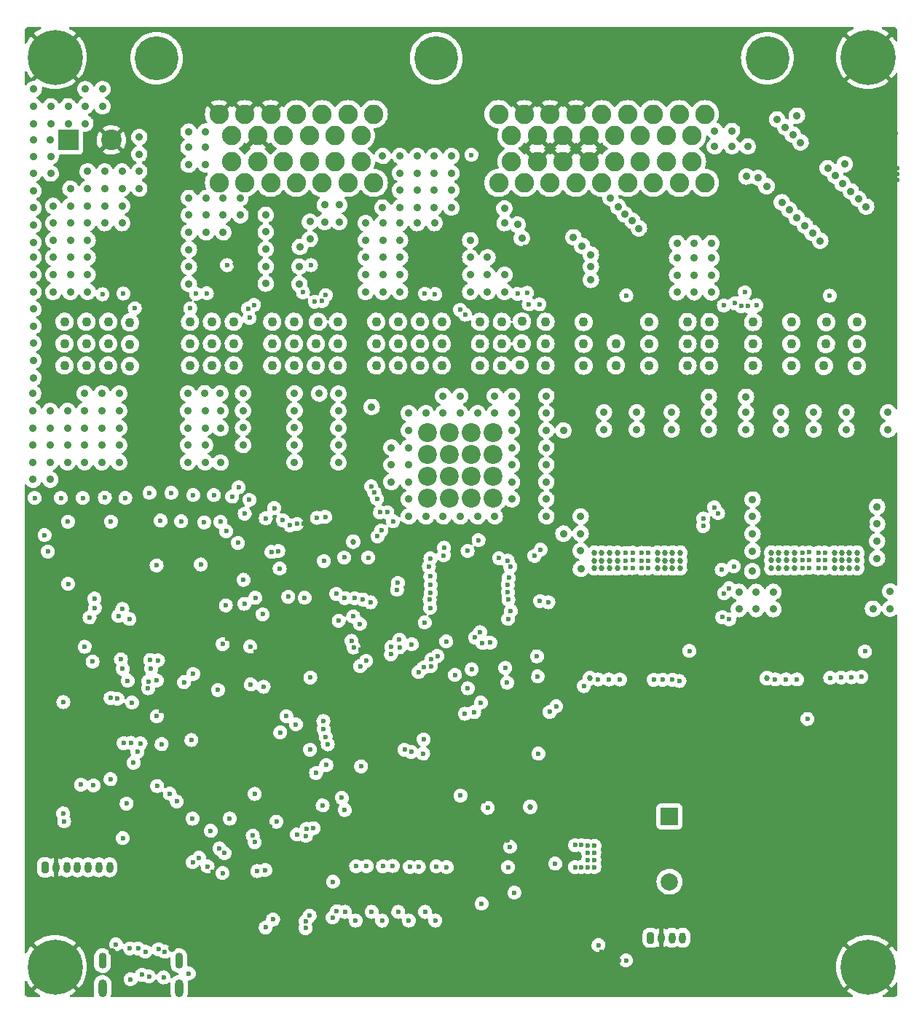
<source format=gbr>
%TF.GenerationSoftware,KiCad,Pcbnew,(6.0.8)*%
%TF.CreationDate,2024-02-14T13:25:32+01:00*%
%TF.ProjectId,pdms,70646d73-2e6b-4696-9361-645f70636258,rev?*%
%TF.SameCoordinates,Original*%
%TF.FileFunction,Copper,L3,Inr*%
%TF.FilePolarity,Positive*%
%FSLAX46Y46*%
G04 Gerber Fmt 4.6, Leading zero omitted, Abs format (unit mm)*
G04 Created by KiCad (PCBNEW (6.0.8)) date 2024-02-14 13:25:32*
%MOMM*%
%LPD*%
G01*
G04 APERTURE LIST*
G04 Aperture macros list*
%AMRoundRect*
0 Rectangle with rounded corners*
0 $1 Rounding radius*
0 $2 $3 $4 $5 $6 $7 $8 $9 X,Y pos of 4 corners*
0 Add a 4 corners polygon primitive as box body*
4,1,4,$2,$3,$4,$5,$6,$7,$8,$9,$2,$3,0*
0 Add four circle primitives for the rounded corners*
1,1,$1+$1,$2,$3*
1,1,$1+$1,$4,$5*
1,1,$1+$1,$6,$7*
1,1,$1+$1,$8,$9*
0 Add four rect primitives between the rounded corners*
20,1,$1+$1,$2,$3,$4,$5,0*
20,1,$1+$1,$4,$5,$6,$7,0*
20,1,$1+$1,$6,$7,$8,$9,0*
20,1,$1+$1,$8,$9,$2,$3,0*%
G04 Aperture macros list end*
%TA.AperFunction,ComponentPad*%
%ADD10RoundRect,0.200000X-0.200000X-0.450000X0.200000X-0.450000X0.200000X0.450000X-0.200000X0.450000X0*%
%TD*%
%TA.AperFunction,ComponentPad*%
%ADD11O,0.800000X1.300000*%
%TD*%
%TA.AperFunction,ComponentPad*%
%ADD12C,0.800000*%
%TD*%
%TA.AperFunction,ComponentPad*%
%ADD13C,6.400000*%
%TD*%
%TA.AperFunction,ComponentPad*%
%ADD14R,2.400000X2.400000*%
%TD*%
%TA.AperFunction,ComponentPad*%
%ADD15C,2.400000*%
%TD*%
%TA.AperFunction,ComponentPad*%
%ADD16O,1.025000X2.050000*%
%TD*%
%TA.AperFunction,ComponentPad*%
%ADD17O,0.925000X1.850000*%
%TD*%
%TA.AperFunction,ComponentPad*%
%ADD18C,2.250000*%
%TD*%
%TA.AperFunction,ComponentPad*%
%ADD19C,5.100000*%
%TD*%
%TA.AperFunction,ComponentPad*%
%ADD20R,2.000000X2.000000*%
%TD*%
%TA.AperFunction,ComponentPad*%
%ADD21C,2.000000*%
%TD*%
%TA.AperFunction,ComponentPad*%
%ADD22C,2.200000*%
%TD*%
%TA.AperFunction,ViaPad*%
%ADD23C,0.889000*%
%TD*%
%TA.AperFunction,ViaPad*%
%ADD24C,0.685800*%
%TD*%
%TA.AperFunction,ViaPad*%
%ADD25C,0.800000*%
%TD*%
%TA.AperFunction,ViaPad*%
%ADD26C,0.600000*%
%TD*%
%TA.AperFunction,ViaPad*%
%ADD27C,1.100000*%
%TD*%
G04 APERTURE END LIST*
D10*
%TO.N,SAFETY_IN*%
%TO.C,J5*%
X89737400Y-155348400D03*
D11*
%TO.N,GND*%
X90987400Y-155348400D03*
%TO.N,+12V*%
X92237400Y-155348400D03*
%TO.N,+5V*%
X93487400Y-155348400D03*
%TD*%
D10*
%TO.N,+3.3V*%
%TO.C,J1*%
X19364000Y-147160400D03*
D11*
%TO.N,GND*%
X20614000Y-147160400D03*
%TO.N,+5V*%
X21864000Y-147160400D03*
%TO.N,NRST*%
X23114000Y-147160400D03*
%TO.N,SWDIO*%
X24364000Y-147160400D03*
%TO.N,SWCLK*%
X25614000Y-147160400D03*
%TO.N,SWO*%
X26864000Y-147160400D03*
%TD*%
D12*
%TO.N,GND*%
%TO.C,H2*%
X116699056Y-51290744D03*
X115002000Y-50587800D03*
X113304944Y-54684856D03*
D13*
X115002000Y-52987800D03*
D12*
X112602000Y-52987800D03*
X113304944Y-51290744D03*
X115002000Y-55387800D03*
X116699056Y-54684856D03*
X117402000Y-52987800D03*
%TD*%
D14*
%TO.N,+12V*%
%TO.C,C88*%
X22051000Y-62611000D03*
D15*
%TO.N,GND*%
X27051000Y-62611000D03*
%TD*%
D16*
%TO.N,unconnected-(J6-PadS1)*%
%TO.C,J6*%
X26030000Y-161213800D03*
%TO.N,unconnected-(J6-PadS2)*%
X34930000Y-161213800D03*
D17*
%TO.N,unconnected-(J6-PadS3)*%
X26030000Y-158013800D03*
%TO.N,unconnected-(J6-PadS4)*%
X34930000Y-158013800D03*
%TD*%
D18*
%TO.N,HP_MOS7*%
%TO.C,J2*%
X96068000Y-67598000D03*
%TO.N,LP_MOS7*%
X94568000Y-65098000D03*
%TO.N,HP_MOS7*%
X93068000Y-67598000D03*
%TO.N,unconnected-(J2-Pad4)*%
X91568000Y-65098000D03*
%TO.N,LP_MOS6*%
X90068000Y-67598000D03*
%TO.N,unconnected-(J2-Pad6)*%
X88568000Y-65098000D03*
%TO.N,LP_MOS5*%
X87068000Y-67598000D03*
%TO.N,HP_MOS6*%
X85568000Y-65098000D03*
X84068000Y-67598000D03*
%TO.N,GND*%
X82568000Y-65098000D03*
%TO.N,LP_MOS4*%
X81068000Y-67598000D03*
%TO.N,GND*%
X79568000Y-65098000D03*
%TO.N,LP_MOS3*%
X78068000Y-67598000D03*
%TO.N,GND*%
X76568000Y-65098000D03*
%TO.N,LP_MOS2*%
X75068000Y-67598000D03*
%TO.N,HP_MOS5*%
X73568000Y-65098000D03*
X72068000Y-67598000D03*
%TO.N,LP_MOS8*%
X96068000Y-59598000D03*
%TO.N,HP_MOS8*%
X94568000Y-62098000D03*
X93068000Y-59598000D03*
%TO.N,+12VA*%
X91568000Y-62098000D03*
X90068000Y-59598000D03*
%TO.N,+3.3VP*%
X88568000Y-62098000D03*
X87068000Y-59598000D03*
%TO.N,+5VL*%
X85568000Y-62098000D03*
X84068000Y-59598000D03*
%TO.N,GND*%
X82568000Y-62098000D03*
X81068000Y-59598000D03*
X79568000Y-62098000D03*
X78068000Y-59598000D03*
X76568000Y-62098000D03*
X75068000Y-59598000D03*
%TO.N,SAFETY_IN*%
X73568000Y-62098000D03*
%TO.N,LP_MOS1*%
X72068000Y-59598000D03*
%TO.N,HP_MOS4*%
X57568000Y-67598000D03*
X56068000Y-65098000D03*
X54568000Y-67598000D03*
%TO.N,CAN1_L*%
X53068000Y-65098000D03*
%TO.N,HP_MOS3*%
X51568000Y-67598000D03*
%TO.N,CAN1_H*%
X50068000Y-65098000D03*
%TO.N,HP_MOS3*%
X48568000Y-67598000D03*
%TO.N,CAN2_L*%
X47068000Y-65098000D03*
%TO.N,HP_MOS3*%
X45568000Y-67598000D03*
%TO.N,CAN2_H*%
X44068000Y-65098000D03*
%TO.N,HP_MOS2*%
X42568000Y-67598000D03*
%TO.N,HP_MOS1*%
X41068000Y-65098000D03*
%TO.N,HP_MOS2*%
X39568000Y-67598000D03*
%TO.N,ADC_IN1*%
X57568000Y-59598000D03*
%TO.N,ADC_IN2*%
X56068000Y-62098000D03*
%TO.N,ADC_IN3*%
X54568000Y-59598000D03*
%TO.N,ADC_IN4*%
X53068000Y-62098000D03*
%TO.N,CONN_AD_IN5*%
X51568000Y-59598000D03*
%TO.N,CONN_AD_IN6*%
X50068000Y-62098000D03*
%TO.N,CONN_AD_IN7*%
X48568000Y-59598000D03*
%TO.N,CONN_AD_IN8*%
X47068000Y-62098000D03*
%TO.N,GND*%
X45568000Y-59598000D03*
X44068000Y-62098000D03*
X42568000Y-59598000D03*
%TO.N,HP_MOS1*%
X41068000Y-62098000D03*
%TO.N,GND*%
X39568000Y-59598000D03*
D19*
%TO.N,unconnected-(J2-PadMH1)*%
X103318000Y-53098000D03*
%TO.N,unconnected-(J2-PadMH2)*%
X64818000Y-53098000D03*
%TO.N,unconnected-(J2-PadMH3)*%
X32318000Y-53098000D03*
%TD*%
D20*
%TO.N,+5V*%
%TO.C,BZ1*%
X91948000Y-141234000D03*
D21*
%TO.N,Net-(BZ1-Pad2)*%
X91948000Y-148834000D03*
%TD*%
D22*
%TO.N,+12V*%
%TO.C,J3*%
X63830000Y-104250000D03*
X66370000Y-104250000D03*
X68910000Y-104250000D03*
X71450000Y-104250000D03*
X63830000Y-101710000D03*
X66370000Y-101710000D03*
X68910000Y-101710000D03*
X71450000Y-101710000D03*
X63830000Y-99170000D03*
X66370000Y-99170000D03*
X68910000Y-99170000D03*
X71450000Y-99170000D03*
X63830000Y-96630000D03*
X66370000Y-96630000D03*
X68910000Y-96630000D03*
X71450000Y-96630000D03*
%TD*%
D12*
%TO.N,GND*%
%TO.C,H1*%
X18812944Y-54684856D03*
D13*
X20510000Y-52987800D03*
D12*
X18812944Y-51290744D03*
X22207056Y-54684856D03*
X20510000Y-55387800D03*
X22207056Y-51290744D03*
X20510000Y-50587800D03*
X22910000Y-52987800D03*
X18110000Y-52987800D03*
%TD*%
%TO.N,GND*%
%TO.C,H3*%
X22207056Y-160434856D03*
X18812944Y-157040744D03*
X22207056Y-157040744D03*
X22910000Y-158737800D03*
X18812944Y-160434856D03*
D13*
X20510000Y-158737800D03*
D12*
X18110000Y-158737800D03*
X20510000Y-161137800D03*
X20510000Y-156337800D03*
%TD*%
%TO.N,GND*%
%TO.C,H4*%
X113304944Y-160434856D03*
X116699056Y-157040744D03*
X115002000Y-161137800D03*
X112602000Y-158737800D03*
D13*
X115002000Y-158737800D03*
D12*
X117402000Y-158737800D03*
X116699056Y-160434856D03*
X113304944Y-157040744D03*
X115002000Y-156337800D03*
%TD*%
D23*
%TO.N,HP_MOS3*%
X48920400Y-79349600D03*
X48920400Y-77317600D03*
X48971200Y-75031600D03*
%TO.N,HP_MOS1*%
X36030400Y-61633600D03*
X38030400Y-63481200D03*
X38030400Y-61633600D03*
X36030400Y-65481200D03*
X36030400Y-63481200D03*
X38030400Y-65481200D03*
X30295600Y-66275200D03*
X30295600Y-62275200D03*
X24295600Y-66275200D03*
X30295600Y-64275200D03*
X28295600Y-66275200D03*
X26295600Y-66275200D03*
X30295600Y-68275200D03*
X24295600Y-78264000D03*
X28295600Y-68264000D03*
X24295600Y-76264000D03*
X22295600Y-70264000D03*
X26295600Y-72264000D03*
X24295600Y-70264000D03*
X26295600Y-68264000D03*
X28295600Y-70264000D03*
X28295600Y-72264000D03*
X22295600Y-68264000D03*
X22295600Y-78264000D03*
X20295600Y-72264000D03*
X22295600Y-80264000D03*
X22295600Y-76264000D03*
X20295600Y-76264000D03*
X26295600Y-70264000D03*
X24295600Y-74264000D03*
X20295600Y-74264000D03*
X20295600Y-70264000D03*
X24295600Y-72264000D03*
X22295600Y-72264000D03*
X22295600Y-74264000D03*
X24295600Y-80264000D03*
X20295600Y-78264000D03*
X24295600Y-68264000D03*
X20295600Y-80264000D03*
%TO.N,HP_MOS2*%
X36062400Y-69355200D03*
X42062400Y-71355200D03*
X38062400Y-71355200D03*
X40062400Y-69355200D03*
X40062400Y-71355200D03*
X40062400Y-73355200D03*
X38062400Y-73355200D03*
X36062400Y-73355200D03*
X42062400Y-69355200D03*
X38062400Y-69355200D03*
X36068000Y-71349600D03*
X36068000Y-79349600D03*
X36068000Y-77349600D03*
X36068000Y-75349600D03*
%TO.N,HP_MOS3*%
X53543200Y-72136000D03*
X53543200Y-70136000D03*
X51866800Y-72136000D03*
X51866800Y-70136000D03*
X50139600Y-72117200D03*
X50139600Y-74117200D03*
X45008800Y-79298800D03*
X45008800Y-77298800D03*
X45008800Y-75298800D03*
X45008800Y-73298800D03*
X45008800Y-71298800D03*
%TO.N,HP_MOS4*%
X64598800Y-66459600D03*
X64598800Y-68459600D03*
X66598800Y-66459600D03*
X58598800Y-70459600D03*
X62598800Y-66459600D03*
X60598800Y-68459600D03*
X66598800Y-70459600D03*
X58598800Y-64459600D03*
X66598800Y-64459600D03*
X60598800Y-66459600D03*
X64598800Y-70459600D03*
X62598800Y-70459600D03*
X60598800Y-70459600D03*
X62598800Y-68459600D03*
X66598800Y-68459600D03*
X64598800Y-64459600D03*
X60598800Y-64459600D03*
X62598800Y-64459600D03*
X56617600Y-80264000D03*
X56617600Y-76264000D03*
X56617600Y-74264000D03*
X56617600Y-78264000D03*
X60617600Y-74264000D03*
X58617600Y-76264000D03*
X58617600Y-80264000D03*
X56617600Y-72264000D03*
X64617600Y-72264000D03*
X58617600Y-74264000D03*
X60617600Y-80264000D03*
X60617600Y-78264000D03*
X58617600Y-78264000D03*
X60617600Y-76264000D03*
X62617600Y-72264000D03*
X58617600Y-72264000D03*
X60617600Y-72264000D03*
%TO.N,HP_MOS5*%
X74777600Y-74015600D03*
X72777600Y-72264000D03*
X72745600Y-70561200D03*
X72777600Y-80264000D03*
X70777600Y-80264000D03*
X68777600Y-80264000D03*
X72777600Y-78264000D03*
X70777600Y-78264000D03*
X68777600Y-78264000D03*
X70777600Y-76264000D03*
X68777600Y-76264000D03*
X68777600Y-74264000D03*
X74269600Y-72440800D03*
%TO.N,HP_MOS8*%
X100888800Y-66852800D03*
X102260400Y-67005200D03*
X103225600Y-67970400D03*
X104444800Y-60198000D03*
X106273600Y-61976000D03*
X107188000Y-62890400D03*
X105410000Y-61112400D03*
X112064800Y-67665600D03*
X111201200Y-66751200D03*
X110337600Y-65887600D03*
X113893600Y-69443600D03*
X114808000Y-70358000D03*
X113030000Y-68580000D03*
X109474000Y-74320400D03*
X108559600Y-73406000D03*
X107696000Y-72542400D03*
X106730800Y-71628000D03*
X105867200Y-70713600D03*
X105003600Y-69850000D03*
X101041200Y-63347600D03*
X99212400Y-63347600D03*
X97212400Y-63347600D03*
X99212400Y-61550800D03*
%TO.N,HP_MOS7*%
X96824800Y-80314800D03*
%TO.N,HP_MOS8*%
X97212400Y-61550800D03*
%TO.N,HP_MOS7*%
X92824800Y-74599800D03*
X94824800Y-74599800D03*
X94824800Y-80314800D03*
X94824800Y-78314800D03*
X96824800Y-78314800D03*
X92824800Y-78314800D03*
X94824800Y-76314800D03*
X92824800Y-76314800D03*
X96824800Y-76314800D03*
X92824800Y-80314800D03*
X96824800Y-74599800D03*
%TO.N,HP_MOS6*%
X88392000Y-72898000D03*
X87630000Y-72009000D03*
X86741000Y-71247000D03*
X85979000Y-70358000D03*
X85090000Y-69342000D03*
X82804000Y-78867000D03*
X82804000Y-77343000D03*
X82804000Y-75946000D03*
X81788000Y-74930000D03*
X80772000Y-73914000D03*
D24*
%TO.N,/POWER_SWITCHES/BTS722204-1/OUT0*%
X84080000Y-110607000D03*
X84980000Y-110607000D03*
X83230000Y-110597000D03*
X84980000Y-111507000D03*
X83230000Y-111497000D03*
X84080000Y-112407000D03*
X83230000Y-112397000D03*
X85880000Y-110607000D03*
X84980000Y-112407000D03*
X85880000Y-112407000D03*
X84080000Y-111507000D03*
X85880000Y-111507000D03*
D25*
%TO.N,GND*%
X90867800Y-76931200D03*
X54650000Y-76950000D03*
D26*
X90452400Y-75748400D03*
X62738000Y-128270000D03*
D25*
X30886400Y-77918000D03*
X115417600Y-78934800D03*
D26*
X21150000Y-138950000D03*
X78376900Y-150535400D03*
X22856600Y-127929600D03*
X63228230Y-91422230D03*
X83462700Y-139613400D03*
X67196102Y-88392000D03*
D25*
X30886400Y-79950000D03*
D26*
X40020500Y-114770000D03*
X32337497Y-154098503D03*
D25*
X67132200Y-79950800D03*
D26*
X118450000Y-67250000D03*
X104557000Y-158013400D03*
D25*
X29489400Y-76952800D03*
D26*
X33573968Y-122170104D03*
X99927000Y-158013400D03*
X75287700Y-144913400D03*
X78376900Y-151449800D03*
X76548100Y-150535400D03*
X45500000Y-142450000D03*
X24957000Y-104172000D03*
X36611209Y-140048147D03*
X72730000Y-122550000D03*
X40197866Y-158241568D03*
D25*
X103352600Y-78934000D03*
D26*
X117772417Y-62410400D03*
D25*
X115417600Y-79950800D03*
D26*
X56632600Y-105650000D03*
D25*
X79205000Y-77910000D03*
D23*
X27178000Y-156972000D03*
D26*
X24300000Y-139600000D03*
D25*
X66725000Y-76950000D03*
D26*
X71046100Y-152516800D03*
X59525800Y-151856700D03*
X24598504Y-129575227D03*
X51004600Y-75077200D03*
X54234600Y-75767200D03*
X69963333Y-110417167D03*
D25*
X91287600Y-77918800D03*
X65709000Y-76950000D03*
D26*
X26860000Y-75080000D03*
X24130000Y-142494000D03*
D24*
X89312065Y-73695317D03*
D26*
X28702000Y-154178000D03*
X50673000Y-112395000D03*
X40350000Y-113730000D03*
D25*
X30505400Y-76952800D03*
D26*
X64600000Y-145150000D03*
X75720900Y-150535400D03*
X70662700Y-141823200D03*
D25*
X115415000Y-77920000D03*
D26*
X38354000Y-101600000D03*
X83837700Y-143788400D03*
D25*
X89851800Y-76931200D03*
D26*
X67050000Y-110975000D03*
X29981000Y-104252000D03*
X69160000Y-90970000D03*
D25*
X94206000Y-107261000D03*
D26*
X99292400Y-75068400D03*
X71430000Y-127350000D03*
X65698000Y-151856700D03*
X63079600Y-75077200D03*
X53677200Y-158047600D03*
X49112159Y-127453924D03*
X51310000Y-103960000D03*
D23*
X69647100Y-154524700D03*
D25*
X77781800Y-76941200D03*
D26*
X54341112Y-128928649D03*
D25*
X67132200Y-78934800D03*
D26*
X25443003Y-113796997D03*
X47800000Y-153150000D03*
X62937200Y-158047600D03*
X51544309Y-153989200D03*
X60000080Y-95052080D03*
D25*
X102937800Y-76941200D03*
D26*
X102615000Y-156102400D03*
X41863678Y-90852651D03*
D25*
X103352600Y-79950000D03*
D26*
X57650000Y-145875000D03*
X118450000Y-65929200D03*
X43159500Y-111910000D03*
X76336200Y-138927600D03*
X43800000Y-122100000D03*
D24*
X54767675Y-119656431D03*
D26*
X44980000Y-90880000D03*
X23227000Y-108283000D03*
X114592400Y-75768400D03*
X73240000Y-126990000D03*
X75772833Y-111850000D03*
X32766000Y-109411000D03*
X33405500Y-114046000D03*
X50031500Y-104216200D03*
X43225000Y-107500000D03*
X55983904Y-121835912D03*
D24*
X54082600Y-113390000D03*
D26*
X76971200Y-138927600D03*
D25*
X78797800Y-76941200D03*
D26*
X62573800Y-151907500D03*
D24*
X103210889Y-119203455D03*
D25*
X115007800Y-76951200D03*
D26*
X56990000Y-90910000D03*
X27441000Y-104243000D03*
X75660000Y-124710000D03*
X56376200Y-151932900D03*
X95102084Y-91097916D03*
X45591100Y-104000000D03*
X28180000Y-108918000D03*
D24*
X103972889Y-119203455D03*
D25*
X42951400Y-77918000D03*
D26*
X71430000Y-124960000D03*
X75720900Y-152335400D03*
X37846000Y-109474000D03*
D24*
X115430000Y-119110000D03*
D26*
X35306000Y-109421000D03*
X29396300Y-153670000D03*
D25*
X42951400Y-78934000D03*
D26*
X40537687Y-120603438D03*
X33906500Y-135760000D03*
X19417000Y-104219000D03*
X22465000Y-104219000D03*
X71706500Y-152516800D03*
X95297000Y-158013400D03*
X40000000Y-109500000D03*
D25*
X103345000Y-77910000D03*
D26*
X84074000Y-156972000D03*
X20208800Y-91617800D03*
X72197200Y-158047600D03*
X46410000Y-117970000D03*
X56816374Y-136991682D03*
X70358000Y-139446000D03*
X85202000Y-151384000D03*
X32820000Y-128970000D03*
X28180000Y-108230000D03*
X67750000Y-145150000D03*
D25*
X114825000Y-108150000D03*
D26*
X78232000Y-111506000D03*
D25*
X55041800Y-77918800D03*
X114825000Y-107261000D03*
D26*
X34400000Y-91610000D03*
X23950000Y-139000000D03*
X39410000Y-124420000D03*
X45225400Y-148733900D03*
X49168485Y-121924050D03*
D24*
X110687600Y-76567927D03*
D26*
X37070738Y-147957395D03*
X31360000Y-121140000D03*
D24*
X82644000Y-119225000D03*
D26*
X58307200Y-158047600D03*
X23368000Y-143342000D03*
X112458011Y-62410400D03*
D25*
X30886400Y-78934000D03*
D24*
X103972889Y-119965455D03*
D26*
X43104168Y-103400000D03*
D25*
X42951400Y-79950000D03*
D26*
X67567200Y-158047600D03*
X72366900Y-152516800D03*
X86087200Y-158047600D03*
X112958011Y-61810400D03*
X60750000Y-146050000D03*
X57080000Y-131700000D03*
X52401377Y-120666813D03*
X75701200Y-138927600D03*
X66309600Y-75767200D03*
X60970500Y-118520000D03*
D24*
X83406000Y-119987000D03*
D26*
X44398200Y-158058800D03*
X23227000Y-108918000D03*
D24*
X53400000Y-106950000D03*
D25*
X91287600Y-79950800D03*
D26*
X73398500Y-146065000D03*
D25*
X79270000Y-78900000D03*
D26*
X82337700Y-148413400D03*
D25*
X55041800Y-78934800D03*
D26*
X44520000Y-112580000D03*
X33405500Y-113411000D03*
X42159600Y-75767200D03*
X107314000Y-156141200D03*
X76403246Y-127403246D03*
D24*
X83660000Y-120749000D03*
D25*
X42575000Y-76950000D03*
D26*
X109187000Y-158013400D03*
X75066200Y-138927600D03*
X78376900Y-152364200D03*
X102775000Y-112150000D03*
X38802031Y-147714218D03*
X118450000Y-66589600D03*
X88730000Y-125348786D03*
D25*
X41559000Y-76950000D03*
D26*
X70041500Y-117710000D03*
X104490000Y-91620000D03*
D25*
X55041800Y-79950800D03*
D26*
X111908011Y-61860400D03*
X73152000Y-144018000D03*
X49424783Y-107177104D03*
D25*
X91287600Y-78934800D03*
D26*
X81607100Y-90931387D03*
D24*
X109420000Y-125120000D03*
D26*
X18401000Y-110442000D03*
X94211205Y-112239502D03*
D24*
X83406000Y-119225000D03*
D26*
X47000500Y-118650000D03*
X38929600Y-75077200D03*
X117222417Y-61860400D03*
X76827200Y-158047600D03*
X75720900Y-151435400D03*
D25*
X94206000Y-108150000D03*
D26*
X81457200Y-158047600D03*
D25*
X67132200Y-77918800D03*
D26*
X94296997Y-119083003D03*
X39116000Y-98806000D03*
X58436592Y-125029441D03*
X67030000Y-118990000D03*
D25*
X101921800Y-76941200D03*
D26*
X30686497Y-152447503D03*
X52193402Y-141547256D03*
X49047200Y-158047600D03*
X30090000Y-75770000D03*
X69875000Y-112025000D03*
X49047603Y-147217603D03*
X75152400Y-75068400D03*
X77448100Y-150535400D03*
D24*
X103210889Y-119965455D03*
D26*
X84836000Y-156464000D03*
X90667000Y-158013400D03*
X38784797Y-149567923D03*
D24*
X82644000Y-119987000D03*
D23*
X34114729Y-156538863D03*
D25*
X113991800Y-76951200D03*
D26*
X118272417Y-61810400D03*
D25*
X53634000Y-76950000D03*
D26*
%TO.N,/POWER_SWITCHES/BTS722204-1/OUT1*%
X87652400Y-112374600D03*
X86852400Y-111507000D03*
X87652400Y-110574600D03*
X86852400Y-110607000D03*
X86852400Y-112407000D03*
X87652400Y-111474600D03*
%TO.N,/POWER_SWITCHES/BTS722204-1/OUT2*%
X89481200Y-111507400D03*
X89481200Y-112407400D03*
X88681200Y-111500000D03*
X88681200Y-112400000D03*
X88681200Y-110600000D03*
X89481200Y-110607400D03*
D24*
%TO.N,/POWER_SWITCHES/BTS722204-1/OUT3*%
X90540000Y-110587000D03*
X93190000Y-111497000D03*
X93190000Y-110597000D03*
X90540000Y-112387000D03*
X91390000Y-112397000D03*
X91390000Y-110597000D03*
X92290000Y-112397000D03*
X91390000Y-111497000D03*
X92290000Y-110597000D03*
X93190000Y-112397000D03*
X92290000Y-111497000D03*
X90540000Y-111487000D03*
D26*
%TO.N,SENS_OUT_LP1*%
X56683479Y-123149700D03*
X68946500Y-124140000D03*
%TO.N,SENS_OUT_LP2*%
X55981600Y-123774200D03*
X68486997Y-126350000D03*
D23*
%TO.N,+12V*%
X100010000Y-115140000D03*
D27*
X51075000Y-83750000D03*
D23*
X101600000Y-108400000D03*
D27*
X96590000Y-86300000D03*
D23*
X27960000Y-96090000D03*
X18030000Y-58690000D03*
X92202000Y-96266000D03*
X67620000Y-92370000D03*
D27*
X74770000Y-86260000D03*
D23*
X17960000Y-100090000D03*
X96520000Y-94266000D03*
X18000000Y-86250000D03*
X53450000Y-94090000D03*
X18000000Y-64500000D03*
X37960000Y-98090000D03*
D27*
X21605800Y-88823800D03*
D23*
X19971000Y-62611000D03*
X77620000Y-98370000D03*
D27*
X29210000Y-88900000D03*
D23*
X71620000Y-92370000D03*
X69620000Y-106370000D03*
X65620000Y-106370000D03*
X26030000Y-58690000D03*
X73620000Y-98370000D03*
D27*
X29210000Y-83820000D03*
D23*
X61620000Y-106370000D03*
X48360000Y-94070000D03*
X101600000Y-106400000D03*
D27*
X53381200Y-88824600D03*
X57851600Y-88824600D03*
X81965800Y-86309200D03*
X81965800Y-88849200D03*
D23*
X42360000Y-94070000D03*
X21960000Y-98090000D03*
X39750000Y-100110000D03*
X27960000Y-100090000D03*
X101600000Y-110400000D03*
D27*
X96560000Y-88840000D03*
X62931600Y-88824600D03*
D23*
X19960000Y-102090000D03*
X19960000Y-96090000D03*
D27*
X77539400Y-83744600D03*
D23*
X39750000Y-96110000D03*
D26*
X50275000Y-77150000D03*
D23*
X18000000Y-66500000D03*
X18000000Y-78250000D03*
X48360000Y-92070000D03*
X116078000Y-105252000D03*
X20030000Y-60690000D03*
X63620000Y-94370000D03*
X21960000Y-96090000D03*
X37960000Y-94090000D03*
X18000000Y-76250000D03*
D27*
X48301200Y-86284600D03*
D23*
X18000000Y-70500000D03*
X20030000Y-58690000D03*
X100010000Y-117140000D03*
X35960000Y-96090000D03*
X24030000Y-58690000D03*
X18000000Y-74500000D03*
X112522000Y-94266000D03*
X59620000Y-102370000D03*
X101560000Y-112730000D03*
X17960000Y-94090000D03*
X71620000Y-94370000D03*
X18030000Y-60690000D03*
X81620000Y-110370000D03*
X112522000Y-96266000D03*
X84328000Y-94266000D03*
D27*
X106105000Y-88860000D03*
D23*
X39720000Y-92070000D03*
D27*
X113725000Y-86320000D03*
X45761200Y-83744600D03*
D23*
X20000000Y-66500000D03*
D27*
X85699600Y-88798400D03*
X36210800Y-86283800D03*
D23*
X65620000Y-92370000D03*
X101600000Y-104400000D03*
X42360000Y-92070000D03*
X23960000Y-100090000D03*
X104902000Y-94266000D03*
X104010000Y-117140000D03*
D27*
X45761200Y-86284600D03*
X69919400Y-88824600D03*
D23*
X116078000Y-111252000D03*
D26*
X18147000Y-104219000D03*
D27*
X48301200Y-83744600D03*
D23*
X18000000Y-72500000D03*
D27*
X74530000Y-88780000D03*
X72459400Y-86284600D03*
D23*
X27960000Y-92090000D03*
D27*
X26685800Y-88823800D03*
X110140000Y-86340000D03*
D23*
X117602000Y-117094000D03*
D27*
X77539400Y-86284600D03*
X101670000Y-83760000D03*
D23*
X22030000Y-60690000D03*
X23960000Y-94090000D03*
D27*
X48301200Y-88824600D03*
D23*
X59620000Y-100370000D03*
X27960000Y-98090000D03*
D27*
X65471600Y-88824600D03*
X45761200Y-88824600D03*
D23*
X23960000Y-96090000D03*
X53450000Y-98090000D03*
D27*
X60391600Y-83744600D03*
D23*
X37960000Y-100090000D03*
D27*
X72459400Y-88824600D03*
D23*
X102010000Y-115140000D03*
X73620000Y-92370000D03*
X19960000Y-94090000D03*
X77620000Y-100370000D03*
X81620000Y-106370000D03*
X104010000Y-115140000D03*
X23960000Y-92090000D03*
X77620000Y-102370000D03*
X73620000Y-96370000D03*
X117348000Y-96266000D03*
D27*
X38750800Y-88823800D03*
D23*
X79620000Y-108370000D03*
D27*
X77539400Y-88824600D03*
D23*
X61620000Y-102370000D03*
D27*
X41290800Y-83743800D03*
X50841200Y-86284600D03*
D23*
X24030000Y-56690000D03*
D27*
X29210000Y-86360000D03*
D23*
X73620000Y-100370000D03*
X77620000Y-106370000D03*
D27*
X94050000Y-88840000D03*
D23*
X73620000Y-102370000D03*
X77620000Y-94370000D03*
D27*
X110170000Y-83790000D03*
X72459400Y-83744600D03*
D23*
X73620000Y-94370000D03*
D27*
X21605800Y-83743800D03*
D23*
X57320000Y-93650000D03*
X17960000Y-98090000D03*
X100838000Y-92456000D03*
X96520000Y-92456000D03*
X104902000Y-96266000D03*
X53450000Y-92090000D03*
X42360000Y-98070000D03*
D27*
X65471600Y-86284600D03*
D23*
X19960000Y-100090000D03*
D26*
X38160000Y-80430000D03*
D27*
X101670000Y-88840000D03*
D23*
X23960000Y-98090000D03*
D27*
X60391600Y-88824600D03*
D23*
X71620000Y-106370000D03*
D27*
X26685800Y-86283800D03*
D23*
X51220000Y-92090000D03*
D27*
X24145800Y-86283800D03*
D23*
X48360000Y-96070000D03*
X18000000Y-80250000D03*
X42360000Y-96070000D03*
X79620000Y-96370000D03*
D27*
X106105000Y-86320000D03*
D26*
X70104000Y-151384000D03*
D23*
X35960000Y-98090000D03*
X77620000Y-104370000D03*
X88138000Y-94266000D03*
X59620000Y-98370000D03*
X53450000Y-96090000D03*
D27*
X60391600Y-86284600D03*
X94050000Y-83760000D03*
D23*
X35960000Y-92090000D03*
X18000000Y-90250000D03*
D27*
X69919400Y-83744600D03*
D23*
X84328000Y-96266000D03*
X117602000Y-115094000D03*
X92202000Y-94266000D03*
X17960000Y-92090000D03*
X77620000Y-92370000D03*
X17971000Y-62611000D03*
D27*
X62931600Y-86284600D03*
D23*
X21960000Y-94090000D03*
X88138000Y-96266000D03*
D27*
X113725000Y-88860000D03*
D23*
X21960000Y-100090000D03*
D27*
X41290800Y-88823800D03*
D23*
X18030000Y-56690000D03*
D27*
X57851600Y-83744600D03*
D23*
X18000000Y-84250000D03*
D27*
X94050000Y-86300000D03*
D23*
X61620000Y-100370000D03*
D27*
X113725000Y-83780000D03*
D23*
X37960000Y-96090000D03*
X17960000Y-96090000D03*
D27*
X21605800Y-86283800D03*
D23*
X27960000Y-94090000D03*
D27*
X65471600Y-83744600D03*
D23*
X115602000Y-117094000D03*
D27*
X89585800Y-88849200D03*
D23*
X20000000Y-64500000D03*
X61620000Y-96370000D03*
X65620000Y-94370000D03*
X18000000Y-82250000D03*
D27*
X36210800Y-83743800D03*
X36210800Y-88823800D03*
D23*
X108712000Y-94266000D03*
D27*
X24145800Y-88823800D03*
X41290800Y-86283800D03*
D23*
X117348000Y-94266000D03*
D26*
X86930165Y-80683829D03*
D23*
X108712000Y-96266000D03*
X35960000Y-94090000D03*
X69620000Y-94370000D03*
X81620000Y-108370000D03*
X102010000Y-117140000D03*
D27*
X81965800Y-83769200D03*
X96590000Y-83760000D03*
X69919400Y-86284600D03*
D23*
X25960000Y-96090000D03*
D27*
X38750800Y-83743800D03*
X89585800Y-83769200D03*
X24145800Y-83743800D03*
D23*
X96520000Y-96266000D03*
X25960000Y-92090000D03*
D26*
X110580000Y-80710000D03*
D27*
X85699600Y-86258400D03*
D23*
X18000000Y-68500000D03*
X17960000Y-102090000D03*
X35960000Y-100090000D03*
X25960000Y-94090000D03*
X73620000Y-104370000D03*
D27*
X74800000Y-83710000D03*
D23*
X48360000Y-98070000D03*
D27*
X53381200Y-86284600D03*
X38750800Y-86283800D03*
D23*
X26030000Y-56690000D03*
X116078000Y-107252000D03*
X100838000Y-94266000D03*
D27*
X57851600Y-86284600D03*
X106105000Y-83780000D03*
D23*
X61620000Y-98370000D03*
X63620000Y-106370000D03*
D27*
X53381200Y-83744600D03*
D23*
X25960000Y-98090000D03*
X61620000Y-104370000D03*
X22030000Y-58690000D03*
X67620000Y-94370000D03*
X18000000Y-88250000D03*
X81640000Y-112460000D03*
X25960000Y-100090000D03*
X100838000Y-96266000D03*
X116078000Y-109252000D03*
D27*
X109900000Y-88860000D03*
D23*
X39750000Y-94110000D03*
D26*
X74270000Y-80500000D03*
D27*
X50841200Y-88824600D03*
X26685800Y-83743800D03*
X89585800Y-86309200D03*
D23*
X61620000Y-94370000D03*
X19960000Y-98090000D03*
X24030000Y-60690000D03*
D27*
X62931600Y-83744600D03*
D23*
X48360000Y-100070000D03*
X77620000Y-96370000D03*
D27*
X101670000Y-86300000D03*
D23*
X53450000Y-100090000D03*
X37930000Y-92050000D03*
D26*
X26020000Y-80540000D03*
D23*
X67620000Y-106370000D03*
D24*
%TO.N,/POWER_SWITCHES/BTS722204-2/OUT0*%
X104646889Y-111485455D03*
X105546889Y-110585455D03*
X103796889Y-111475455D03*
X106446889Y-110585455D03*
X105546889Y-111485455D03*
X104646889Y-110585455D03*
X105546889Y-112385455D03*
X103796889Y-112375455D03*
X106446889Y-112385455D03*
X106446889Y-111485455D03*
X104646889Y-112385455D03*
X103796889Y-110575455D03*
D26*
%TO.N,/POWER_SWITCHES/BTS722204-2/OUT1*%
X108219289Y-112353055D03*
X107419289Y-111485455D03*
X107419289Y-112385455D03*
X108219289Y-111453055D03*
X107419289Y-110585455D03*
X108219289Y-110553055D03*
%TO.N,/POWER_SWITCHES/BTS722204-2/OUT2*%
X109248089Y-111478455D03*
X110048089Y-111485855D03*
X109248089Y-110578455D03*
X110048089Y-112385855D03*
X110048089Y-110585855D03*
X109248089Y-112378455D03*
D24*
%TO.N,/POWER_SWITCHES/BTS722204-2/OUT3*%
X112856889Y-110575455D03*
X111956889Y-112375455D03*
X113756889Y-111475455D03*
X112856889Y-112375455D03*
X111106889Y-112365455D03*
X112856889Y-111475455D03*
X111956889Y-110575455D03*
X111956889Y-111475455D03*
X111106889Y-111465455D03*
X111106889Y-110565455D03*
X113756889Y-112375455D03*
X113756889Y-110575455D03*
D26*
%TO.N,LP_SIG_IN1*%
X51706560Y-130149931D03*
X90110000Y-125348786D03*
%TO.N,+5V*%
X44650000Y-117750000D03*
X43727411Y-138627411D03*
X36068000Y-159512000D03*
X46625000Y-112425000D03*
X46990000Y-106807000D03*
X40821500Y-141496315D03*
X86884383Y-157986749D03*
%TO.N,Net-(JP1-Pad2)*%
X54198761Y-140492239D03*
%TO.N,/ARGB_LEDS/LED_DATA_IN*%
X28834174Y-139750000D03*
X29319411Y-132697411D03*
%TO.N,/POWER1/PG3V3*%
X73406000Y-144780000D03*
X73914000Y-150114000D03*
%TO.N,/PERIPHERAL/BUZZ_IN*%
X83697022Y-156202983D03*
X52790920Y-152988977D03*
D24*
%TO.N,12V_LOGIC_ONLY*%
X75765376Y-140137158D03*
D26*
X70812700Y-140238400D03*
%TO.N,ADC_IN1*%
X21195000Y-104219000D03*
%TO.N,ADC_IN2*%
X23735000Y-104219000D03*
%TO.N,LP_SIG_IN2*%
X51733661Y-131102839D03*
X91140000Y-125348786D03*
%TO.N,LP_SIG_IN3*%
X51973264Y-131978838D03*
X92270000Y-125348786D03*
%TO.N,LP_SIG_IN4*%
X52220387Y-132862357D03*
X93100000Y-125500000D03*
%TO.N,LP_SIG_IN5*%
X110630000Y-125130000D03*
X50560273Y-142611652D03*
%TO.N,LP_SIG_IN6*%
X49745530Y-142686450D03*
X111900000Y-125090000D03*
%TO.N,LP_SIG_IN7*%
X113110000Y-125070000D03*
X43494850Y-143469991D03*
%TO.N,LP_SIG_IN8*%
X43710000Y-144240000D03*
X114240000Y-125020000D03*
%TO.N,VDDA*%
X43200000Y-121500000D03*
%TO.N,NCS*%
X28956000Y-125476000D03*
X29464000Y-128016000D03*
%TO.N,AUX1*%
X32478537Y-123102298D03*
X29166500Y-118294552D03*
%TO.N,SENS_OUT1*%
X40370000Y-116710000D03*
%TO.N,SENS_OUT2*%
X42520000Y-116530000D03*
%TO.N,SENS_OUT3*%
X42430000Y-113740000D03*
%TO.N,SENS_OUT4*%
X54188342Y-115859542D03*
%TO.N,SENS_OUT5*%
X55346600Y-115874800D03*
%TO.N,SENS_OUT6*%
X56311800Y-116027200D03*
%TO.N,SENS_OUT7*%
X55177960Y-117985927D03*
%TO.N,SENS_OUT8*%
X53492400Y-118492300D03*
%TO.N,BK1_IO0*%
X23950000Y-121525000D03*
X24875000Y-123244500D03*
%TO.N,BK1_IO1*%
X27778945Y-127567306D03*
X28375000Y-124100000D03*
%TO.N,BK1_IO2*%
X26972094Y-127469171D03*
X28175000Y-122975000D03*
%TO.N,LP_CSN1*%
X81993564Y-126096859D03*
X49675390Y-143499487D03*
X61150000Y-133500000D03*
%TO.N,LP_CSN2*%
X107978003Y-129908003D03*
X48624500Y-143353981D03*
%TO.N,NRST*%
X36370000Y-132360000D03*
%TO.N,ADC_IN3*%
X26300000Y-104180000D03*
%TO.N,ADC_IN4*%
X28688000Y-104219000D03*
%TO.N,/PERIPHERAL/TEMP1_ALERT*%
X49636147Y-153425005D03*
X45855725Y-153226841D03*
%TO.N,HP_MOS3*%
X49341785Y-80325500D03*
%TO.N,/IMU/IMU_I2C_SA0*%
X29625675Y-135001783D03*
X23525212Y-137547894D03*
%TO.N,/IMU/IMU_I2C_SDA*%
X30099000Y-133731000D03*
X26968324Y-136915549D03*
X24983411Y-137633411D03*
%TO.N,/IMU/IMU_I2C_SCL*%
X30446512Y-132742851D03*
%TO.N,/CAN_BUS/CAN2_RX*%
X47625000Y-115697000D03*
X46700000Y-131480000D03*
%TO.N,/CAN_BUS/CAN2_TX*%
X50850000Y-136200000D03*
X43790000Y-115830000D03*
%TO.N,/CAN_BUS/CAN1_RX*%
X52052338Y-135272662D03*
X53213000Y-115366800D03*
%TO.N,/CAN_BUS/CAN1_TX*%
X50162971Y-133479029D03*
X49530000Y-115824000D03*
%TO.N,CAN1_H*%
X50952400Y-106527600D03*
%TO.N,CAN1_L*%
X51917600Y-106426000D03*
%TO.N,CAN2_L*%
X45991690Y-105395936D03*
%TO.N,CAN2_H*%
X45008800Y-106578400D03*
%TO.N,SWDIO*%
X39630991Y-144969217D03*
%TO.N,SWCLK*%
X40207216Y-145523446D03*
%TO.N,CONN_AD_IN5*%
X31496000Y-103632000D03*
%TO.N,CONN_AD_IN6*%
X34036000Y-103632000D03*
%TO.N,CONN_AD_IN7*%
X36576000Y-103886000D03*
%TO.N,CONN_AD_IN8*%
X38989000Y-103886000D03*
%TO.N,Net-(R1-Pad2)*%
X32780000Y-106860000D03*
X55520000Y-147040100D03*
X54217200Y-152337300D03*
%TO.N,SIG_IN5*%
X70190027Y-121083643D03*
X75380000Y-80370000D03*
%TO.N,SIG_IN6*%
X71111895Y-121047778D03*
X76838900Y-81718100D03*
%TO.N,SIG_IN7*%
X98313003Y-115298541D03*
X68160000Y-129310000D03*
X98021500Y-112552844D03*
X98086997Y-118086997D03*
X78778623Y-128428623D03*
X99531873Y-81596500D03*
%TO.N,SIG_IN8*%
X78020000Y-129096500D03*
X99419500Y-112170000D03*
X98892500Y-114714344D03*
X101060904Y-81923595D03*
X69233003Y-129123003D03*
X98880000Y-118339500D03*
%TO.N,HP_MOS1*%
X51765200Y-111556800D03*
X45675161Y-110499839D03*
X42967348Y-82199500D03*
%TO.N,HP_MOS2*%
X50726500Y-81425500D03*
X36900000Y-80475000D03*
%TO.N,HP_MOS6*%
X75585900Y-81718100D03*
%TO.N,HP_MOS7*%
X69930000Y-119830143D03*
X76890000Y-116210000D03*
X98263500Y-81840000D03*
%TO.N,HP_MOS8*%
X100261401Y-81923595D03*
X77860000Y-116350500D03*
X69349589Y-120454643D03*
%TO.N,+3.3V*%
X22030000Y-114210000D03*
X76708000Y-133950500D03*
X53848000Y-139065000D03*
X39979600Y-147828000D03*
X41855168Y-102980000D03*
X36500000Y-141500000D03*
D24*
X82680000Y-125170000D03*
D26*
X50106709Y-152778649D03*
D24*
X103265200Y-125169200D03*
D26*
X81712700Y-147138400D03*
X32319000Y-112058000D03*
X58300000Y-105900000D03*
X72130000Y-111230000D03*
X32333554Y-129604488D03*
X37450000Y-111958000D03*
X83212700Y-144663400D03*
X51622007Y-139967768D03*
X44971400Y-147480900D03*
X19671000Y-110442000D03*
X83212700Y-147138400D03*
X73060000Y-125680000D03*
X82462700Y-146338400D03*
X56093091Y-135422909D03*
X35493179Y-125649230D03*
X21450000Y-140900000D03*
X32900000Y-132850000D03*
X80962700Y-144588400D03*
X72850000Y-123970000D03*
X28488581Y-132725671D03*
X82462700Y-145463400D03*
X32386011Y-137700733D03*
X40416500Y-108100000D03*
X43104168Y-104450000D03*
X21573988Y-141800325D03*
X81712700Y-144588400D03*
X83212700Y-145463400D03*
X83212700Y-146338400D03*
X22007000Y-106980000D03*
X38252400Y-147066000D03*
X39998617Y-121201350D03*
X82462700Y-144663400D03*
X54967175Y-120841526D03*
X39450000Y-126550000D03*
X80962700Y-147138400D03*
X27003000Y-106980000D03*
D24*
X55167400Y-109303255D03*
D26*
X65700000Y-110900000D03*
X68475000Y-110376500D03*
X46250000Y-141850000D03*
X82462700Y-147138400D03*
X21485000Y-127955000D03*
X50190000Y-125100000D03*
%TO.N,SAFETY_IN*%
X52832000Y-148839900D03*
X61634000Y-153357300D03*
X61984118Y-121237558D03*
X55450000Y-153350000D03*
X58535200Y-153357300D03*
X64957886Y-122599500D03*
X70016359Y-128016000D03*
X53262314Y-152265592D03*
X59817500Y-106920866D03*
X67002800Y-124797152D03*
X64732800Y-153357300D03*
X67640000Y-138819500D03*
X68912916Y-64332916D03*
%TO.N,MAIN_12V_DIV*%
X43256997Y-125906997D03*
X19300000Y-108540000D03*
X44758003Y-126178003D03*
X36571500Y-124680000D03*
%TO.N,AUX2*%
X31568782Y-123054788D03*
X28339502Y-117110000D03*
%TO.N,AUX3*%
X27890000Y-117930000D03*
X31678644Y-124091356D03*
%TO.N,AUX4*%
X25100000Y-115920000D03*
X32330341Y-125450159D03*
%TO.N,AUX5*%
X31358516Y-125543945D03*
X25140000Y-117020000D03*
%TO.N,AUX6*%
X24520000Y-118120000D03*
X31336953Y-126343156D03*
%TO.N,Net-(R117-Pad2)*%
X58636800Y-147030700D03*
X35179000Y-106934000D03*
X57316000Y-152337300D03*
%TO.N,Net-(R118-Pad2)*%
X37846000Y-107061000D03*
X60414800Y-152337300D03*
X61761000Y-147106900D03*
%TO.N,Net-(R119-Pad2)*%
X64850000Y-147050000D03*
X39750500Y-107000000D03*
X63539000Y-152337300D03*
%TO.N,Net-(D4-Pad3)*%
X44018200Y-147599400D03*
%TO.N,SPI2_MISO*%
X104235200Y-125322800D03*
X63350000Y-132298100D03*
X83650000Y-125323600D03*
%TO.N,SPI2_MOSI*%
X105501200Y-125322800D03*
X61911408Y-133743846D03*
X84916000Y-125323600D03*
%TO.N,SPI1_MISO*%
X33850000Y-138600000D03*
%TO.N,SPI1_SCK*%
X45005566Y-154143743D03*
X49632609Y-154224500D03*
%TO.N,SPI1_MOSI*%
X34650000Y-139500000D03*
%TO.N,Net-(J6-PadA5)*%
X29210000Y-156591000D03*
%TO.N,USB_CONN_D+*%
X30606162Y-159639000D03*
X30175200Y-156591000D03*
%TO.N,USB_CONN_D-*%
X31013118Y-156972808D03*
%TO.N,Net-(J6-PadB5)*%
X31433624Y-159839975D03*
%TO.N,/USB-C/USB_D+*%
X36519000Y-146558000D03*
%TO.N,/USB-C/USB_D-*%
X37243285Y-146050500D03*
%TO.N,USBC_SWCLK*%
X29305603Y-160178397D03*
X27600171Y-156127658D03*
X32539691Y-156678756D03*
%TO.N,USBC_SWDIO*%
X33126947Y-159962819D03*
X33280213Y-156980137D03*
%TO.N,SPI2_SCK*%
X63300000Y-133950500D03*
X106771200Y-125322800D03*
X86186000Y-125323600D03*
D23*
%TO.N,12V_EXTERNAL*%
X112309200Y-65420800D03*
X106760000Y-59780000D03*
D26*
%TO.N,/POWER1/PREFUSE_3V3*%
X73187700Y-147138400D03*
X78662700Y-146738400D03*
%TO.N,Net-(C99-Pad2)*%
X40500000Y-77150000D03*
%TO.N,Net-(C104-Pad2)*%
X43114700Y-83290000D03*
%TO.N,SWO*%
X38610000Y-142925500D03*
X28380174Y-143764000D03*
%TO.N,/CAN_BUS/CAN_TERMINATOR_2*%
X48627416Y-107235500D03*
X48525993Y-130544008D03*
%TO.N,/CAN_BUS/CAN_TERMINATOR_1*%
X47404659Y-129591508D03*
X47845997Y-107404581D03*
%TO.N,Net-(C109-Pad2)*%
X64700000Y-80530000D03*
%TO.N,Net-(C113-Pad2)*%
X36223807Y-82170798D03*
X29775500Y-82171298D03*
X28450000Y-80450000D03*
%TO.N,Net-(C115-Pad2)*%
X67600000Y-82360000D03*
%TO.N,Net-(C120-Pad2)*%
X68182342Y-82907797D03*
%TO.N,Net-(C125-Pad2)*%
X95860000Y-106612210D03*
X97149500Y-105309151D03*
X100690000Y-80320000D03*
%TO.N,Net-(C130-Pad2)*%
X102040000Y-81810500D03*
X97603500Y-105996776D03*
X95860000Y-107500000D03*
%TO.N,SIG_IN1*%
X54125500Y-111145500D03*
X43650532Y-81782609D03*
X62777713Y-124458292D03*
X56925000Y-111150900D03*
X59566360Y-122392365D03*
X46467656Y-110394222D03*
%TO.N,SIG_UP_5*%
X56740000Y-147030100D03*
%TO.N,SIG_UP_6*%
X59779800Y-147005300D03*
%TO.N,SIG_UP_7*%
X62802400Y-147106900D03*
%TO.N,SIG_UP_8*%
X66050000Y-147150000D03*
%TO.N,SIG_IN4*%
X60526214Y-120693496D03*
X63510000Y-80490000D03*
X59142343Y-105889972D03*
X64254189Y-122978989D03*
%TO.N,SIG_IN3*%
X51981700Y-80641102D03*
X64198847Y-123776574D03*
X60567766Y-121589708D03*
X58437472Y-108010735D03*
%TO.N,SIG_IN2*%
X51567112Y-81324710D03*
X59593557Y-121533557D03*
X58012231Y-108687769D03*
X63362505Y-123913111D03*
%TO.N,/VMUX/VMUX_ADC*%
X55220000Y-121600000D03*
X65990000Y-120900500D03*
%TO.N,/VMUX/HP_MOS_DIV4*%
X64179999Y-115247167D03*
%TO.N,/VMUX/HP_MOS_DIV8*%
X64149999Y-111257167D03*
%TO.N,/VMUX/HP_MOS_DIV1*%
X63494108Y-118696546D03*
%TO.N,/VMUX/HP_MOS_DIV5*%
X64169999Y-114337167D03*
%TO.N,/VMUX/HP_MOS_DIV2*%
X64114250Y-116994250D03*
%TO.N,/VMUX/HP_MOS_DIV7*%
X63975317Y-112180000D03*
%TO.N,/VMUX/HP_MOS_DIV3*%
X64072571Y-116039419D03*
%TO.N,/VMUX/HP_MOS_DIV6*%
X64139999Y-113337167D03*
%TO.N,/VMUX/LP_MOS_DIV1*%
X73123534Y-111496953D03*
%TO.N,/VMUX/LP_MOS_DIV2*%
X73454360Y-112224798D03*
%TO.N,/VMUX/LP_MOS_DIV3*%
X73254095Y-113504915D03*
%TO.N,/VMUX/LP_MOS_DIV4*%
X73146667Y-114297167D03*
%TO.N,/VMUX/LP_MOS_DIV5*%
X73156667Y-115207167D03*
%TO.N,/VMUX/LP_MOS_DIV6*%
X73220000Y-116050000D03*
%TO.N,/VMUX/LP_MOS_DIV7*%
X73500000Y-117360000D03*
%TO.N,/VMUX/LP_MOS_DIV8*%
X73176667Y-118287167D03*
%TO.N,Net-(D41-Pad1)*%
X41778500Y-109450000D03*
%TO.N,Net-(D42-Pad1)*%
X42554370Y-106050000D03*
%TO.N,Net-(D43-Pad1)*%
X57266500Y-102870932D03*
%TO.N,Net-(D44-Pad1)*%
X41100000Y-104070000D03*
%TO.N,Net-(D45-Pad1)*%
X57631997Y-103581997D03*
%TO.N,Net-(D46-Pad1)*%
X57940974Y-104319383D03*
%TO.N,Net-(D47-Pad1)*%
X69750000Y-109123500D03*
X60374990Y-114095332D03*
X76962000Y-110236000D03*
X57200800Y-116357400D03*
%TO.N,Net-(D48-Pad1)*%
X65725000Y-110000000D03*
X60272300Y-114888212D03*
X55956200Y-118872000D03*
X76232295Y-110965705D03*
%TO.N,Net-(D49-Pad1)*%
X94260000Y-122000000D03*
X76540000Y-122630000D03*
%TO.N,Net-(D50-Pad1)*%
X114670000Y-122070000D03*
X76620000Y-124970000D03*
%TD*%
%TA.AperFunction,Conductor*%
%TO.N,GND*%
G36*
X18777607Y-49441505D02*
G01*
X18845726Y-49461513D01*
X18892214Y-49515172D01*
X18902312Y-49585447D01*
X18872814Y-49650025D01*
X18834799Y-49679772D01*
X18656397Y-49770672D01*
X18650687Y-49773969D01*
X18330265Y-49982053D01*
X18324939Y-49985923D01*
X18086165Y-50179278D01*
X18077700Y-50191533D01*
X18084034Y-50202624D01*
X20497188Y-52615778D01*
X20511132Y-52623392D01*
X20512965Y-52623261D01*
X20519580Y-52619010D01*
X22935100Y-50203490D01*
X22942241Y-50190414D01*
X22934784Y-50180047D01*
X22695065Y-49985926D01*
X22689728Y-49982049D01*
X22369315Y-49773970D01*
X22363606Y-49770673D01*
X22185768Y-49680060D01*
X22134153Y-49631311D01*
X22117087Y-49562397D01*
X22139988Y-49495195D01*
X22195586Y-49451043D01*
X22242977Y-49441794D01*
X113254122Y-49449395D01*
X113322241Y-49469403D01*
X113368729Y-49523062D01*
X113378827Y-49593337D01*
X113349329Y-49657915D01*
X113311314Y-49687662D01*
X113148397Y-49770672D01*
X113142687Y-49773969D01*
X112822265Y-49982053D01*
X112816939Y-49985923D01*
X112578165Y-50179278D01*
X112569700Y-50191533D01*
X112576034Y-50202624D01*
X114989188Y-52615778D01*
X115003132Y-52623392D01*
X115004965Y-52623261D01*
X115011580Y-52619010D01*
X117427100Y-50203490D01*
X117434241Y-50190414D01*
X117426784Y-50180047D01*
X117187065Y-49985926D01*
X117181728Y-49982049D01*
X116861315Y-49773970D01*
X116855606Y-49770673D01*
X116693261Y-49687954D01*
X116641646Y-49639205D01*
X116624580Y-49570290D01*
X116647481Y-49503089D01*
X116703079Y-49458937D01*
X116750474Y-49449687D01*
X117912317Y-49449784D01*
X117931682Y-49451284D01*
X117944768Y-49453321D01*
X117946099Y-49453528D01*
X117955419Y-49454979D01*
X117964322Y-49453815D01*
X117964324Y-49453815D01*
X117964448Y-49453799D01*
X117994885Y-49453528D01*
X118038304Y-49458419D01*
X118056957Y-49460520D01*
X118084466Y-49466799D01*
X118161559Y-49493775D01*
X118186978Y-49506016D01*
X118256126Y-49549463D01*
X118278187Y-49567055D01*
X118335938Y-49624805D01*
X118353529Y-49646863D01*
X118391712Y-49707628D01*
X118396981Y-49716014D01*
X118409224Y-49741435D01*
X118419455Y-49770673D01*
X118436199Y-49818525D01*
X118442476Y-49846023D01*
X118448721Y-49901439D01*
X118448403Y-49917159D01*
X118449490Y-49917172D01*
X118449381Y-49926144D01*
X118447999Y-49935018D01*
X118450460Y-49953834D01*
X118452126Y-49966575D01*
X118453190Y-49982914D01*
X118453190Y-51069366D01*
X118433188Y-51137487D01*
X118379532Y-51183980D01*
X118309258Y-51194084D01*
X118244678Y-51164590D01*
X118218072Y-51132367D01*
X118215840Y-51128501D01*
X118007747Y-50808065D01*
X118003877Y-50802739D01*
X117810522Y-50563965D01*
X117798267Y-50555500D01*
X117787176Y-50561834D01*
X115374022Y-52974988D01*
X115366408Y-52988932D01*
X115366539Y-52990765D01*
X115370790Y-52997380D01*
X117786310Y-55412900D01*
X117799386Y-55420041D01*
X117809753Y-55412584D01*
X118003877Y-55172861D01*
X118007747Y-55167535D01*
X118215840Y-54847099D01*
X118218072Y-54843233D01*
X118269455Y-54794240D01*
X118339169Y-54780805D01*
X118405079Y-54807192D01*
X118446261Y-54865025D01*
X118453190Y-54906234D01*
X118453190Y-93809173D01*
X118433188Y-93877294D01*
X118379532Y-93923787D01*
X118309258Y-93933891D01*
X118244678Y-93904397D01*
X118215938Y-93868326D01*
X118148508Y-93741507D01*
X118145615Y-93736066D01*
X118141720Y-93731290D01*
X118031388Y-93596010D01*
X118031385Y-93596007D01*
X118027493Y-93591235D01*
X118022744Y-93587306D01*
X117888239Y-93476034D01*
X117888236Y-93476032D01*
X117883489Y-93472105D01*
X117719089Y-93383214D01*
X117607929Y-93348804D01*
X117546441Y-93329770D01*
X117546438Y-93329769D01*
X117540554Y-93327948D01*
X117534429Y-93327304D01*
X117534428Y-93327304D01*
X117360813Y-93309056D01*
X117360812Y-93309056D01*
X117354685Y-93308412D01*
X117270156Y-93316105D01*
X117174703Y-93324792D01*
X117174702Y-93324792D01*
X117168562Y-93325351D01*
X117162648Y-93327092D01*
X117162646Y-93327092D01*
X117088876Y-93348804D01*
X116989273Y-93378119D01*
X116983808Y-93380976D01*
X116877079Y-93436772D01*
X116823647Y-93464705D01*
X116677995Y-93581813D01*
X116623705Y-93646513D01*
X116563195Y-93718626D01*
X116557862Y-93724981D01*
X116554899Y-93730370D01*
X116554896Y-93730375D01*
X116494594Y-93840066D01*
X116467826Y-93888757D01*
X116465965Y-93894624D01*
X116465964Y-93894626D01*
X116439571Y-93977829D01*
X116411315Y-94066901D01*
X116390482Y-94252630D01*
X116390998Y-94258774D01*
X116405574Y-94432349D01*
X116406121Y-94438867D01*
X116457636Y-94618520D01*
X116543064Y-94784746D01*
X116546887Y-94789570D01*
X116546890Y-94789574D01*
X116612858Y-94872804D01*
X116659152Y-94931212D01*
X116663846Y-94935207D01*
X116786045Y-95039207D01*
X116801478Y-95052342D01*
X116964621Y-95143519D01*
X116970483Y-95145424D01*
X116970486Y-95145425D01*
X116971772Y-95145843D01*
X116972355Y-95146242D01*
X116976130Y-95147891D01*
X116975816Y-95148609D01*
X117030377Y-95185917D01*
X117058013Y-95251314D01*
X117045905Y-95321271D01*
X116997898Y-95373576D01*
X116989176Y-95377933D01*
X116989273Y-95378119D01*
X116880019Y-95435235D01*
X116823647Y-95464705D01*
X116677995Y-95581813D01*
X116657413Y-95606342D01*
X116563195Y-95718626D01*
X116557862Y-95724981D01*
X116554899Y-95730370D01*
X116554896Y-95730375D01*
X116494594Y-95840066D01*
X116467826Y-95888757D01*
X116465965Y-95894624D01*
X116465964Y-95894626D01*
X116439571Y-95977829D01*
X116411315Y-96066901D01*
X116390482Y-96252630D01*
X116390998Y-96258774D01*
X116405509Y-96431574D01*
X116406121Y-96438867D01*
X116457636Y-96618520D01*
X116543064Y-96784746D01*
X116546887Y-96789570D01*
X116546890Y-96789574D01*
X116614397Y-96874746D01*
X116659152Y-96931212D01*
X116663846Y-96935207D01*
X116790934Y-97043368D01*
X116801478Y-97052342D01*
X116964621Y-97143519D01*
X117142367Y-97201272D01*
X117327945Y-97223401D01*
X117334080Y-97222929D01*
X117334082Y-97222929D01*
X117390119Y-97218617D01*
X117514287Y-97209063D01*
X117694296Y-97158804D01*
X117699785Y-97156031D01*
X117699791Y-97156029D01*
X117786136Y-97112412D01*
X117861114Y-97074538D01*
X117874833Y-97063820D01*
X117924171Y-97025272D01*
X118008387Y-96959475D01*
X118012413Y-96954811D01*
X118012416Y-96954808D01*
X118088669Y-96866468D01*
X118130507Y-96817998D01*
X118138757Y-96803475D01*
X118217634Y-96664627D01*
X118268673Y-96615277D01*
X118338291Y-96601354D01*
X118404385Y-96627280D01*
X118445969Y-96684823D01*
X118453190Y-96726864D01*
X118453190Y-114293512D01*
X118433188Y-114361633D01*
X118379532Y-114408126D01*
X118309258Y-114418230D01*
X118246875Y-114390597D01*
X118243820Y-114388069D01*
X118184149Y-114338705D01*
X118142239Y-114304034D01*
X118142236Y-114304032D01*
X118137489Y-114300105D01*
X117973089Y-114211214D01*
X117880045Y-114182412D01*
X117800441Y-114157770D01*
X117800438Y-114157769D01*
X117794554Y-114155948D01*
X117788429Y-114155304D01*
X117788428Y-114155304D01*
X117614813Y-114137056D01*
X117614812Y-114137056D01*
X117608685Y-114136412D01*
X117504960Y-114145852D01*
X117428703Y-114152792D01*
X117428702Y-114152792D01*
X117422562Y-114153351D01*
X117416648Y-114155092D01*
X117416646Y-114155092D01*
X117321634Y-114183056D01*
X117243273Y-114206119D01*
X117237808Y-114208976D01*
X117134503Y-114262982D01*
X117077647Y-114292705D01*
X116931995Y-114409813D01*
X116811862Y-114552981D01*
X116808899Y-114558370D01*
X116808896Y-114558375D01*
X116746565Y-114671757D01*
X116721826Y-114716757D01*
X116719965Y-114722624D01*
X116719964Y-114722626D01*
X116704270Y-114772101D01*
X116665315Y-114894901D01*
X116644482Y-115080630D01*
X116644998Y-115086774D01*
X116659022Y-115253776D01*
X116660121Y-115266867D01*
X116661819Y-115272788D01*
X116661819Y-115272789D01*
X116664975Y-115283795D01*
X116711636Y-115446520D01*
X116752017Y-115525093D01*
X116767453Y-115555128D01*
X116797064Y-115612746D01*
X116800887Y-115617570D01*
X116800890Y-115617574D01*
X116883194Y-115721415D01*
X116913152Y-115759212D01*
X116917846Y-115763207D01*
X117043027Y-115869745D01*
X117055478Y-115880342D01*
X117218621Y-115971519D01*
X117224483Y-115973424D01*
X117224486Y-115973425D01*
X117225772Y-115973843D01*
X117226355Y-115974242D01*
X117230130Y-115975891D01*
X117229816Y-115976609D01*
X117284377Y-116013917D01*
X117312013Y-116079314D01*
X117299905Y-116149271D01*
X117251898Y-116201576D01*
X117243176Y-116205933D01*
X117243273Y-116206119D01*
X117126249Y-116267297D01*
X117077647Y-116292705D01*
X116931995Y-116409813D01*
X116811862Y-116552981D01*
X116808899Y-116558370D01*
X116808896Y-116558375D01*
X116746542Y-116671798D01*
X116721826Y-116716757D01*
X116719963Y-116722629D01*
X116717781Y-116727721D01*
X116672562Y-116782455D01*
X116604930Y-116804052D01*
X116536358Y-116785656D01*
X116488617Y-116733108D01*
X116488474Y-116732788D01*
X116487355Y-116729083D01*
X116399615Y-116564066D01*
X116394974Y-116558375D01*
X116285388Y-116424010D01*
X116285385Y-116424007D01*
X116281493Y-116419235D01*
X116275811Y-116414534D01*
X116166255Y-116323902D01*
X116137489Y-116300105D01*
X115973089Y-116211214D01*
X115870961Y-116179600D01*
X115800441Y-116157770D01*
X115800438Y-116157769D01*
X115794554Y-116155948D01*
X115788429Y-116155304D01*
X115788428Y-116155304D01*
X115614813Y-116137056D01*
X115614812Y-116137056D01*
X115608685Y-116136412D01*
X115503817Y-116145956D01*
X115428703Y-116152792D01*
X115428702Y-116152792D01*
X115422562Y-116153351D01*
X115416648Y-116155092D01*
X115416646Y-116155092D01*
X115341381Y-116177244D01*
X115243273Y-116206119D01*
X115237808Y-116208976D01*
X115126249Y-116267297D01*
X115077647Y-116292705D01*
X114931995Y-116409813D01*
X114811862Y-116552981D01*
X114808899Y-116558370D01*
X114808896Y-116558375D01*
X114746542Y-116671798D01*
X114721826Y-116716757D01*
X114719965Y-116722624D01*
X114719964Y-116722626D01*
X114704270Y-116772101D01*
X114665315Y-116894901D01*
X114644482Y-117080630D01*
X114645390Y-117091447D01*
X114659413Y-117258433D01*
X114660121Y-117266867D01*
X114661819Y-117272788D01*
X114661819Y-117272789D01*
X114662206Y-117274137D01*
X114711636Y-117446520D01*
X114737208Y-117496278D01*
X114793212Y-117605250D01*
X114797064Y-117612746D01*
X114800887Y-117617570D01*
X114800890Y-117617574D01*
X114878225Y-117715145D01*
X114913152Y-117759212D01*
X114917846Y-117763207D01*
X115036339Y-117864053D01*
X115055478Y-117880342D01*
X115218621Y-117971519D01*
X115396367Y-118029272D01*
X115581945Y-118051401D01*
X115588080Y-118050929D01*
X115588082Y-118050929D01*
X115644119Y-118046617D01*
X115768287Y-118037063D01*
X115948296Y-117986804D01*
X115953785Y-117984031D01*
X115953791Y-117984029D01*
X116051024Y-117934912D01*
X116115114Y-117902538D01*
X116122533Y-117896742D01*
X116182570Y-117849835D01*
X116262387Y-117787475D01*
X116266413Y-117782811D01*
X116266416Y-117782808D01*
X116355556Y-117679538D01*
X116384507Y-117645998D01*
X116435993Y-117555366D01*
X116473778Y-117488852D01*
X116473779Y-117488851D01*
X116476821Y-117483495D01*
X116481942Y-117468100D01*
X116522422Y-117409777D01*
X116588010Y-117382596D01*
X116657880Y-117395190D01*
X116709851Y-117443559D01*
X116713567Y-117450278D01*
X116793479Y-117605771D01*
X116797064Y-117612746D01*
X116800887Y-117617570D01*
X116800890Y-117617574D01*
X116878225Y-117715145D01*
X116913152Y-117759212D01*
X116917846Y-117763207D01*
X117036339Y-117864053D01*
X117055478Y-117880342D01*
X117218621Y-117971519D01*
X117396367Y-118029272D01*
X117581945Y-118051401D01*
X117588080Y-118050929D01*
X117588082Y-118050929D01*
X117644119Y-118046617D01*
X117768287Y-118037063D01*
X117948296Y-117986804D01*
X117953785Y-117984031D01*
X117953791Y-117984029D01*
X118051024Y-117934912D01*
X118115114Y-117902538D01*
X118122533Y-117896742D01*
X118249616Y-117797453D01*
X118315611Y-117771275D01*
X118385281Y-117784932D01*
X118436508Y-117834088D01*
X118453190Y-117896742D01*
X118453190Y-156819366D01*
X118433188Y-156887487D01*
X118379532Y-156933980D01*
X118309258Y-156944084D01*
X118244678Y-156914590D01*
X118218072Y-156882367D01*
X118215840Y-156878501D01*
X118007747Y-156558065D01*
X118003877Y-156552739D01*
X117810522Y-156313965D01*
X117798267Y-156305500D01*
X117787176Y-156311834D01*
X115374022Y-158724988D01*
X115366408Y-158738932D01*
X115366539Y-158740765D01*
X115370790Y-158747380D01*
X117786310Y-161162900D01*
X117799386Y-161170041D01*
X117809753Y-161162584D01*
X118003877Y-160922861D01*
X118007747Y-160917535D01*
X118215840Y-160597099D01*
X118218072Y-160593233D01*
X118269455Y-160544240D01*
X118339169Y-160530805D01*
X118405079Y-160557192D01*
X118446261Y-160615025D01*
X118453190Y-160656234D01*
X118453190Y-161701926D01*
X118451690Y-161721310D01*
X118450285Y-161730337D01*
X118447999Y-161745017D01*
X118449179Y-161754042D01*
X118449451Y-161784481D01*
X118442457Y-161846555D01*
X118436179Y-161874061D01*
X118409207Y-161951147D01*
X118396964Y-161976570D01*
X118353515Y-162045719D01*
X118335923Y-162067778D01*
X118278179Y-162125522D01*
X118256124Y-162143111D01*
X118186967Y-162186566D01*
X118161551Y-162198805D01*
X118084463Y-162225779D01*
X118056957Y-162232057D01*
X118001486Y-162238307D01*
X117985835Y-162237893D01*
X117985820Y-162239086D01*
X117976843Y-162238977D01*
X117967971Y-162237595D01*
X117936429Y-162241719D01*
X117920090Y-162242782D01*
X116815657Y-162242690D01*
X116747537Y-162222682D01*
X116701049Y-162169023D01*
X116690951Y-162098748D01*
X116720449Y-162034170D01*
X116758464Y-162004423D01*
X116855606Y-161954927D01*
X116861315Y-161951630D01*
X117181728Y-161743551D01*
X117187065Y-161739674D01*
X117425835Y-161546322D01*
X117434300Y-161534067D01*
X117427966Y-161522976D01*
X115014812Y-159109822D01*
X115000868Y-159102208D01*
X114999035Y-159102339D01*
X114992420Y-159106590D01*
X112576900Y-161522110D01*
X112569759Y-161535186D01*
X112577216Y-161545553D01*
X112816935Y-161739674D01*
X112822272Y-161743551D01*
X113142685Y-161951630D01*
X113148394Y-161954926D01*
X113244942Y-162004120D01*
X113296557Y-162052868D01*
X113313623Y-162121783D01*
X113290722Y-162188985D01*
X113235125Y-162233137D01*
X113187728Y-162242387D01*
X36011664Y-162235942D01*
X35943545Y-162215934D01*
X35897057Y-162162275D01*
X35886959Y-162092000D01*
X35891573Y-162071844D01*
X35931658Y-161945478D01*
X35931659Y-161945474D01*
X35933521Y-161939605D01*
X35951000Y-161783774D01*
X35951000Y-160650918D01*
X35950651Y-160647350D01*
X35941710Y-160556170D01*
X35936401Y-160502027D01*
X35934619Y-160496124D01*
X35934619Y-160496123D01*
X35931903Y-160487128D01*
X35931364Y-160416134D01*
X35969293Y-160356118D01*
X36033648Y-160326135D01*
X36048817Y-160325152D01*
X36050961Y-160325438D01*
X36057972Y-160324800D01*
X36057973Y-160324800D01*
X36216799Y-160310345D01*
X36231600Y-160308998D01*
X36238302Y-160306820D01*
X36238304Y-160306820D01*
X36397409Y-160255124D01*
X36397412Y-160255123D01*
X36404108Y-160252947D01*
X36541013Y-160171335D01*
X36553860Y-160163677D01*
X36553862Y-160163676D01*
X36559912Y-160160069D01*
X36691266Y-160034982D01*
X36791643Y-159883902D01*
X36841399Y-159752919D01*
X36853555Y-159720920D01*
X36853556Y-159720918D01*
X36856055Y-159714338D01*
X36858588Y-159696315D01*
X36880748Y-159538639D01*
X36880748Y-159538636D01*
X36881299Y-159534717D01*
X36881616Y-159512000D01*
X36861397Y-159331745D01*
X36859035Y-159324962D01*
X36804064Y-159167106D01*
X36804062Y-159167103D01*
X36801745Y-159160448D01*
X36732866Y-159050218D01*
X36709359Y-159012598D01*
X36705626Y-159006624D01*
X36693255Y-158994166D01*
X36582778Y-158882915D01*
X36582774Y-158882912D01*
X36577815Y-158877918D01*
X36559633Y-158866379D01*
X36496380Y-158826238D01*
X36424666Y-158780727D01*
X36380957Y-158765163D01*
X36260425Y-158722243D01*
X36260420Y-158722242D01*
X36253790Y-158719881D01*
X36246802Y-158719048D01*
X36246799Y-158719047D01*
X36103325Y-158701939D01*
X36073680Y-158698404D01*
X36066677Y-158699140D01*
X36066675Y-158699140D01*
X36040045Y-158701939D01*
X35970207Y-158689167D01*
X35918360Y-158640665D01*
X35900922Y-158573346D01*
X35901000Y-158571853D01*
X35901000Y-157975389D01*
X86070846Y-157975389D01*
X86088546Y-158155909D01*
X86145801Y-158328022D01*
X86149448Y-158334044D01*
X86149449Y-158334046D01*
X86168667Y-158365778D01*
X86239763Y-158483173D01*
X86365765Y-158613651D01*
X86371661Y-158617509D01*
X86496556Y-158699238D01*
X86517542Y-158712971D01*
X86524146Y-158715427D01*
X86524148Y-158715428D01*
X86680941Y-158773739D01*
X86680943Y-158773739D01*
X86687551Y-158776197D01*
X86771378Y-158787382D01*
X86860363Y-158799256D01*
X86860367Y-158799256D01*
X86867344Y-158800187D01*
X86874355Y-158799549D01*
X86874359Y-158799549D01*
X87039643Y-158784506D01*
X87047983Y-158783747D01*
X87054685Y-158781569D01*
X87054687Y-158781569D01*
X87179236Y-158741101D01*
X111289084Y-158741101D01*
X111309080Y-159122633D01*
X111309766Y-159129171D01*
X111369535Y-159506534D01*
X111370906Y-159512984D01*
X111469788Y-159882016D01*
X111471829Y-159888298D01*
X111608740Y-160244964D01*
X111611422Y-160250989D01*
X111784872Y-160591403D01*
X111788169Y-160597113D01*
X111996253Y-160917535D01*
X112000123Y-160922861D01*
X112193478Y-161161635D01*
X112205733Y-161170100D01*
X112216824Y-161163766D01*
X114629978Y-158750612D01*
X114637592Y-158736668D01*
X114637461Y-158734835D01*
X114633210Y-158728220D01*
X112217690Y-156312700D01*
X112204614Y-156305559D01*
X112194247Y-156313016D01*
X112000123Y-156552739D01*
X111996253Y-156558065D01*
X111788169Y-156878487D01*
X111784872Y-156884197D01*
X111611422Y-157224611D01*
X111608740Y-157230636D01*
X111471829Y-157587302D01*
X111469788Y-157593584D01*
X111370906Y-157962616D01*
X111369535Y-157969066D01*
X111309766Y-158346429D01*
X111309080Y-158352967D01*
X111289084Y-158734499D01*
X111289084Y-158741101D01*
X87179236Y-158741101D01*
X87213792Y-158729873D01*
X87213795Y-158729872D01*
X87220491Y-158727696D01*
X87376295Y-158634818D01*
X87507649Y-158509731D01*
X87608026Y-158358651D01*
X87672438Y-158189087D01*
X87673418Y-158182115D01*
X87697131Y-158013388D01*
X87697131Y-158013385D01*
X87697682Y-158009466D01*
X87697999Y-157986749D01*
X87677780Y-157806494D01*
X87675463Y-157799840D01*
X87620447Y-157641855D01*
X87620445Y-157641852D01*
X87618128Y-157635197D01*
X87611748Y-157624987D01*
X87525742Y-157487347D01*
X87522009Y-157481373D01*
X87513218Y-157472520D01*
X87399161Y-157357664D01*
X87399157Y-157357661D01*
X87394198Y-157352667D01*
X87383080Y-157345611D01*
X87320123Y-157305658D01*
X87241049Y-157255476D01*
X87206346Y-157243119D01*
X87076808Y-157196992D01*
X87076803Y-157196991D01*
X87070173Y-157194630D01*
X87063185Y-157193797D01*
X87063182Y-157193796D01*
X86940081Y-157179117D01*
X86890063Y-157173153D01*
X86883060Y-157173889D01*
X86883059Y-157173889D01*
X86716671Y-157191377D01*
X86716669Y-157191378D01*
X86709671Y-157192113D01*
X86559841Y-157243119D01*
X86544895Y-157248207D01*
X86537962Y-157250567D01*
X86523840Y-157259255D01*
X86389478Y-157341915D01*
X86389475Y-157341917D01*
X86383471Y-157345611D01*
X86378436Y-157350542D01*
X86378433Y-157350544D01*
X86263381Y-157463212D01*
X86253876Y-157472520D01*
X86155618Y-157624987D01*
X86153209Y-157631607D01*
X86153207Y-157631610D01*
X86102988Y-157769585D01*
X86093580Y-157795434D01*
X86070846Y-157975389D01*
X35901000Y-157975389D01*
X35901000Y-157501998D01*
X35886073Y-157355046D01*
X35827083Y-157166810D01*
X35731448Y-156994279D01*
X35603074Y-156844502D01*
X35577697Y-156824817D01*
X35517364Y-156778019D01*
X35447205Y-156723598D01*
X35270209Y-156636505D01*
X35264031Y-156634896D01*
X35264029Y-156634895D01*
X35085497Y-156588391D01*
X35085494Y-156588391D01*
X35079315Y-156586781D01*
X34987025Y-156581944D01*
X34888703Y-156576791D01*
X34888699Y-156576791D01*
X34882322Y-156576457D01*
X34687277Y-156605955D01*
X34502146Y-156674070D01*
X34496730Y-156677428D01*
X34496726Y-156677430D01*
X34339916Y-156774656D01*
X34339912Y-156774659D01*
X34334493Y-156778019D01*
X34275567Y-156833743D01*
X34274023Y-156835203D01*
X34210784Y-156867474D01*
X34140138Y-156860434D01*
X34084512Y-156816317D01*
X34068459Y-156785091D01*
X34056581Y-156750980D01*
X34038621Y-156699407D01*
X34016277Y-156635243D01*
X34016275Y-156635240D01*
X34013958Y-156628585D01*
X33999221Y-156605000D01*
X33921572Y-156480735D01*
X33917839Y-156474761D01*
X33911237Y-156468113D01*
X33794991Y-156351052D01*
X33794987Y-156351049D01*
X33790028Y-156346055D01*
X33778480Y-156338726D01*
X33712602Y-156296919D01*
X33636879Y-156248864D01*
X33560706Y-156221740D01*
X33476129Y-156191623D01*
X82883485Y-156191623D01*
X82901185Y-156372143D01*
X82958440Y-156544256D01*
X82962087Y-156550278D01*
X82962088Y-156550280D01*
X83046861Y-156690257D01*
X83052402Y-156699407D01*
X83057291Y-156704470D01*
X83057292Y-156704471D01*
X83105663Y-156754560D01*
X83178404Y-156829885D01*
X83184300Y-156833743D01*
X83314261Y-156918787D01*
X83330181Y-156929205D01*
X83336785Y-156931661D01*
X83336787Y-156931662D01*
X83493580Y-156989973D01*
X83493582Y-156989973D01*
X83500190Y-156992431D01*
X83569372Y-157001662D01*
X83673002Y-157015490D01*
X83673006Y-157015490D01*
X83679983Y-157016421D01*
X83686994Y-157015783D01*
X83686998Y-157015783D01*
X83829481Y-157002815D01*
X83860622Y-156999981D01*
X83867324Y-156997803D01*
X83867326Y-156997803D01*
X84026431Y-156946107D01*
X84026434Y-156946106D01*
X84033130Y-156943930D01*
X84142888Y-156878501D01*
X84182882Y-156854660D01*
X84182884Y-156854659D01*
X84188934Y-156851052D01*
X84320288Y-156725965D01*
X84420665Y-156574885D01*
X84485077Y-156405321D01*
X84487843Y-156385640D01*
X84509770Y-156229622D01*
X84509770Y-156229619D01*
X84510321Y-156225700D01*
X84510638Y-156202983D01*
X84490419Y-156022728D01*
X84488102Y-156016074D01*
X84433086Y-155858089D01*
X84433084Y-155858086D01*
X84430767Y-155851431D01*
X84397930Y-155798881D01*
X84338381Y-155703581D01*
X84334648Y-155697607D01*
X84280143Y-155642720D01*
X84211800Y-155573898D01*
X84211796Y-155573895D01*
X84206837Y-155568901D01*
X84195719Y-155561845D01*
X84136035Y-155523969D01*
X84053688Y-155471710D01*
X84024485Y-155461311D01*
X83889447Y-155413226D01*
X83889442Y-155413225D01*
X83882812Y-155410864D01*
X83875824Y-155410031D01*
X83875821Y-155410030D01*
X83741555Y-155394020D01*
X83702702Y-155389387D01*
X83695699Y-155390123D01*
X83695698Y-155390123D01*
X83529310Y-155407611D01*
X83529308Y-155407612D01*
X83522310Y-155408347D01*
X83350601Y-155466801D01*
X83313215Y-155489801D01*
X83202117Y-155558149D01*
X83202114Y-155558151D01*
X83196110Y-155561845D01*
X83191075Y-155566776D01*
X83191072Y-155566778D01*
X83106824Y-155649280D01*
X83066515Y-155688754D01*
X82968257Y-155841221D01*
X82965848Y-155847841D01*
X82965846Y-155847844D01*
X82921401Y-155969956D01*
X82906219Y-156011668D01*
X82883485Y-156191623D01*
X33476129Y-156191623D01*
X33472638Y-156190380D01*
X33472633Y-156190379D01*
X33466003Y-156188018D01*
X33459015Y-156187185D01*
X33459012Y-156187184D01*
X33318666Y-156170449D01*
X33285893Y-156166541D01*
X33278890Y-156167277D01*
X33278887Y-156167277D01*
X33241466Y-156171210D01*
X33171627Y-156158437D01*
X33138890Y-156134684D01*
X33054469Y-156049671D01*
X33054465Y-156049668D01*
X33049506Y-156044674D01*
X33038388Y-156037618D01*
X32987067Y-156005049D01*
X32896357Y-155947483D01*
X32846484Y-155929724D01*
X32732116Y-155888999D01*
X32732111Y-155888998D01*
X32725481Y-155886637D01*
X32718493Y-155885804D01*
X32718490Y-155885803D01*
X32595389Y-155871124D01*
X32545371Y-155865160D01*
X32538368Y-155865896D01*
X32538367Y-155865896D01*
X32371979Y-155883384D01*
X32371977Y-155883385D01*
X32364979Y-155884120D01*
X32193270Y-155942574D01*
X32146596Y-155971288D01*
X32044786Y-156033922D01*
X32044783Y-156033924D01*
X32038779Y-156037618D01*
X32033744Y-156042549D01*
X32033741Y-156042551D01*
X31919945Y-156153989D01*
X31909184Y-156164527D01*
X31810926Y-156316994D01*
X31808517Y-156323614D01*
X31808515Y-156323617D01*
X31795800Y-156358552D01*
X31753706Y-156415723D01*
X31687384Y-156441061D01*
X31617893Y-156426520D01*
X31587994Y-156404241D01*
X31527901Y-156343728D01*
X31527897Y-156343725D01*
X31522933Y-156338726D01*
X31495139Y-156321087D01*
X31426087Y-156277266D01*
X31369784Y-156241535D01*
X31314193Y-156221740D01*
X31205543Y-156183051D01*
X31205538Y-156183050D01*
X31198908Y-156180689D01*
X31191920Y-156179856D01*
X31191917Y-156179855D01*
X31068816Y-156165176D01*
X31018798Y-156159212D01*
X31011795Y-156159948D01*
X31011794Y-156159948D01*
X30946970Y-156166761D01*
X30877132Y-156153989D01*
X30826947Y-156108222D01*
X30816559Y-156091598D01*
X30812826Y-156085624D01*
X30757318Y-156029727D01*
X30689978Y-155961915D01*
X30689974Y-155961912D01*
X30685015Y-155956918D01*
X30673897Y-155949862D01*
X30577991Y-155888999D01*
X30531866Y-155859727D01*
X30463253Y-155835295D01*
X30367625Y-155801243D01*
X30367620Y-155801242D01*
X30360990Y-155798881D01*
X30354002Y-155798048D01*
X30353999Y-155798047D01*
X30217452Y-155781765D01*
X30180880Y-155777404D01*
X30173877Y-155778140D01*
X30173876Y-155778140D01*
X30007488Y-155795628D01*
X30007486Y-155795629D01*
X30000488Y-155796364D01*
X29910294Y-155827068D01*
X29835449Y-155852547D01*
X29835446Y-155852548D01*
X29828779Y-155854818D01*
X29822780Y-155858508D01*
X29822779Y-155858509D01*
X29758818Y-155897858D01*
X29690317Y-155916516D01*
X29625283Y-155896926D01*
X29605103Y-155884120D01*
X29566666Y-155859727D01*
X29498053Y-155835295D01*
X29402425Y-155801243D01*
X29402420Y-155801242D01*
X29395790Y-155798881D01*
X29388802Y-155798048D01*
X29388799Y-155798047D01*
X29252252Y-155781765D01*
X29215680Y-155777404D01*
X29208677Y-155778140D01*
X29208676Y-155778140D01*
X29042288Y-155795628D01*
X29042286Y-155795629D01*
X29035288Y-155796364D01*
X28863579Y-155854818D01*
X28845572Y-155865896D01*
X28715095Y-155946166D01*
X28715092Y-155946168D01*
X28709088Y-155949862D01*
X28704053Y-155954793D01*
X28704050Y-155954795D01*
X28609619Y-156047269D01*
X28546954Y-156080639D01*
X28476196Y-156074833D01*
X28419809Y-156031693D01*
X28396247Y-155971288D01*
X28394353Y-155954403D01*
X28393568Y-155947403D01*
X28390681Y-155939113D01*
X28336235Y-155782764D01*
X28336233Y-155782761D01*
X28333916Y-155776106D01*
X28237797Y-155622282D01*
X28224112Y-155608501D01*
X28114949Y-155498573D01*
X28114945Y-155498570D01*
X28109986Y-155493576D01*
X28098868Y-155486520D01*
X27979652Y-155410864D01*
X27956837Y-155396385D01*
X27927634Y-155385986D01*
X27792596Y-155337901D01*
X27792591Y-155337900D01*
X27785961Y-155335539D01*
X27778973Y-155334706D01*
X27778970Y-155334705D01*
X27655869Y-155320026D01*
X27605851Y-155314062D01*
X27598848Y-155314798D01*
X27598847Y-155314798D01*
X27432459Y-155332286D01*
X27432457Y-155332287D01*
X27425459Y-155333022D01*
X27253750Y-155391476D01*
X27218396Y-155413226D01*
X27105266Y-155482824D01*
X27105263Y-155482826D01*
X27099259Y-155486520D01*
X27094224Y-155491451D01*
X27094221Y-155491453D01*
X26974696Y-155608501D01*
X26969664Y-155613429D01*
X26871406Y-155765896D01*
X26868997Y-155772516D01*
X26868995Y-155772519D01*
X26826600Y-155888999D01*
X26809368Y-155936343D01*
X26786634Y-156116298D01*
X26804334Y-156296818D01*
X26861589Y-156468931D01*
X26865236Y-156474953D01*
X26865237Y-156474955D01*
X26943995Y-156605000D01*
X26955551Y-156624082D01*
X26960440Y-156629145D01*
X26960441Y-156629146D01*
X26981198Y-156650640D01*
X27081553Y-156754560D01*
X27087449Y-156758418D01*
X27226403Y-156849347D01*
X27233330Y-156853880D01*
X27239934Y-156856336D01*
X27239936Y-156856337D01*
X27396729Y-156914648D01*
X27396731Y-156914648D01*
X27403339Y-156917106D01*
X27487166Y-156928291D01*
X27576151Y-156940165D01*
X27576155Y-156940165D01*
X27583132Y-156941096D01*
X27590143Y-156940458D01*
X27590147Y-156940458D01*
X27756178Y-156925347D01*
X27763771Y-156924656D01*
X27770473Y-156922478D01*
X27770475Y-156922478D01*
X27929580Y-156870782D01*
X27929583Y-156870781D01*
X27936279Y-156868605D01*
X28080881Y-156782405D01*
X28086031Y-156779335D01*
X28086033Y-156779334D01*
X28092083Y-156775727D01*
X28108430Y-156760160D01*
X28200972Y-156672034D01*
X28264097Y-156639541D01*
X28334767Y-156646334D01*
X28390547Y-156690257D01*
X28411533Y-156746357D01*
X28412010Y-156746256D01*
X28412688Y-156749446D01*
X28413262Y-156750980D01*
X28413474Y-156753144D01*
X28413476Y-156753153D01*
X28414163Y-156760160D01*
X28471418Y-156932273D01*
X28475065Y-156938295D01*
X28475066Y-156938297D01*
X28557944Y-157075145D01*
X28565380Y-157087424D01*
X28570269Y-157092487D01*
X28570270Y-157092488D01*
X28636645Y-157161221D01*
X28691382Y-157217902D01*
X28748801Y-157255476D01*
X28817743Y-157300590D01*
X28843159Y-157317222D01*
X28849763Y-157319678D01*
X28849765Y-157319679D01*
X29006558Y-157377990D01*
X29006560Y-157377990D01*
X29013168Y-157380448D01*
X29096995Y-157391633D01*
X29185980Y-157403507D01*
X29185984Y-157403507D01*
X29192961Y-157404438D01*
X29199972Y-157403800D01*
X29199976Y-157403800D01*
X29342459Y-157390832D01*
X29373600Y-157387998D01*
X29380302Y-157385820D01*
X29380304Y-157385820D01*
X29539409Y-157334124D01*
X29539412Y-157334123D01*
X29546108Y-157331947D01*
X29627489Y-157283434D01*
X29696244Y-157265734D01*
X29761000Y-157286231D01*
X29808359Y-157317222D01*
X29814963Y-157319678D01*
X29814965Y-157319679D01*
X29971758Y-157377990D01*
X29971760Y-157377990D01*
X29978368Y-157380448D01*
X30062195Y-157391633D01*
X30151180Y-157403507D01*
X30151184Y-157403507D01*
X30158161Y-157404438D01*
X30165172Y-157403800D01*
X30165176Y-157403800D01*
X30233895Y-157397545D01*
X30241910Y-157396816D01*
X30311563Y-157410561D01*
X30361106Y-157457026D01*
X30368498Y-157469232D01*
X30373387Y-157474295D01*
X30373388Y-157474296D01*
X30403226Y-157505194D01*
X30494500Y-157599710D01*
X30646277Y-157699030D01*
X30652881Y-157701486D01*
X30652883Y-157701487D01*
X30809676Y-157759798D01*
X30809678Y-157759798D01*
X30816286Y-157762256D01*
X30900113Y-157773441D01*
X30989098Y-157785315D01*
X30989102Y-157785315D01*
X30996079Y-157786246D01*
X31003090Y-157785608D01*
X31003094Y-157785608D01*
X31145577Y-157772640D01*
X31176718Y-157769806D01*
X31183420Y-157767628D01*
X31183422Y-157767628D01*
X31342527Y-157715932D01*
X31342530Y-157715931D01*
X31349226Y-157713755D01*
X31481008Y-157635197D01*
X31498978Y-157624485D01*
X31498980Y-157624484D01*
X31505030Y-157620877D01*
X31636384Y-157495790D01*
X31736761Y-157344710D01*
X31757168Y-157290989D01*
X31800058Y-157234412D01*
X31866727Y-157210003D01*
X31936008Y-157225513D01*
X31965592Y-157248207D01*
X32021073Y-157305658D01*
X32172850Y-157404978D01*
X32179454Y-157407434D01*
X32179456Y-157407435D01*
X32336249Y-157465746D01*
X32336251Y-157465746D01*
X32342859Y-157468204D01*
X32419588Y-157478442D01*
X32515671Y-157491263D01*
X32515675Y-157491263D01*
X32522652Y-157492194D01*
X32529663Y-157491556D01*
X32529667Y-157491556D01*
X32557030Y-157489065D01*
X32580227Y-157486954D01*
X32649879Y-157500699D01*
X32682277Y-157524904D01*
X32761595Y-157607039D01*
X32837483Y-157656699D01*
X32905927Y-157701487D01*
X32913372Y-157706359D01*
X32919976Y-157708815D01*
X32919978Y-157708816D01*
X33076771Y-157767127D01*
X33076773Y-157767127D01*
X33083381Y-157769585D01*
X33167208Y-157780770D01*
X33256193Y-157792644D01*
X33256197Y-157792644D01*
X33263174Y-157793575D01*
X33270185Y-157792937D01*
X33270189Y-157792937D01*
X33412672Y-157779969D01*
X33443813Y-157777135D01*
X33450515Y-157774957D01*
X33450517Y-157774957D01*
X33609622Y-157723261D01*
X33609625Y-157723260D01*
X33616321Y-157721084D01*
X33768484Y-157630376D01*
X33837237Y-157612677D01*
X33904647Y-157634959D01*
X33949309Y-157690148D01*
X33959000Y-157738606D01*
X33959000Y-158525602D01*
X33973927Y-158672554D01*
X34032917Y-158860790D01*
X34128552Y-159033321D01*
X34256926Y-159183098D01*
X34261963Y-159187005D01*
X34261965Y-159187007D01*
X34313056Y-159226637D01*
X34412795Y-159304002D01*
X34589791Y-159391095D01*
X34595969Y-159392704D01*
X34595971Y-159392705D01*
X34774502Y-159439209D01*
X34774507Y-159439210D01*
X34780685Y-159440819D01*
X34782793Y-159440929D01*
X34845663Y-159470466D01*
X34883399Y-159530603D01*
X34882633Y-159601595D01*
X34843607Y-159660904D01*
X34773547Y-159690275D01*
X34743897Y-159692973D01*
X34743894Y-159692974D01*
X34737758Y-159693532D01*
X34731852Y-159695270D01*
X34731848Y-159695271D01*
X34591923Y-159736454D01*
X34545676Y-159750065D01*
X34368233Y-159842830D01*
X34212187Y-159968294D01*
X34208229Y-159973011D01*
X34208226Y-159973014D01*
X34162099Y-160027986D01*
X34102990Y-160067312D01*
X34032002Y-160068438D01*
X33971674Y-160031007D01*
X33940363Y-159961039D01*
X33939289Y-159951459D01*
X33920344Y-159782564D01*
X33918027Y-159775910D01*
X33863011Y-159617925D01*
X33863009Y-159617922D01*
X33860692Y-159611267D01*
X33764573Y-159457443D01*
X33748065Y-159440819D01*
X33641725Y-159333734D01*
X33641721Y-159333731D01*
X33636762Y-159328737D01*
X33625644Y-159321681D01*
X33577485Y-159291119D01*
X33483613Y-159231546D01*
X33411571Y-159205893D01*
X33319372Y-159173062D01*
X33319367Y-159173061D01*
X33312737Y-159170700D01*
X33305749Y-159169867D01*
X33305746Y-159169866D01*
X33176621Y-159154469D01*
X33132627Y-159149223D01*
X33125624Y-159149959D01*
X33125623Y-159149959D01*
X32959235Y-159167447D01*
X32959233Y-159167448D01*
X32952235Y-159168183D01*
X32780526Y-159226637D01*
X32774522Y-159230331D01*
X32632042Y-159317985D01*
X32632039Y-159317987D01*
X32626035Y-159321681D01*
X32621000Y-159326612D01*
X32620997Y-159326614D01*
X32505269Y-159439944D01*
X32496440Y-159448590D01*
X32466484Y-159495073D01*
X32413745Y-159576907D01*
X32360031Y-159623332D01*
X32289744Y-159633347D01*
X32225201Y-159603771D01*
X32188845Y-159550093D01*
X32167369Y-159488423D01*
X32140086Y-159444761D01*
X32074983Y-159340573D01*
X32071250Y-159334599D01*
X32054752Y-159317985D01*
X31948402Y-159210890D01*
X31948398Y-159210887D01*
X31943439Y-159205893D01*
X31913680Y-159187007D01*
X31822544Y-159129171D01*
X31790290Y-159108702D01*
X31761087Y-159098303D01*
X31626049Y-159050218D01*
X31626044Y-159050217D01*
X31619414Y-159047856D01*
X31612426Y-159047023D01*
X31612423Y-159047022D01*
X31489322Y-159032343D01*
X31439304Y-159026379D01*
X31432301Y-159027115D01*
X31432300Y-159027115D01*
X31265912Y-159044603D01*
X31265910Y-159044604D01*
X31258912Y-159045339D01*
X31252249Y-159047607D01*
X31245365Y-159049121D01*
X31244815Y-159046621D01*
X31185693Y-159049138D01*
X31126612Y-159015627D01*
X31120941Y-159009916D01*
X31120937Y-159009913D01*
X31115977Y-159004918D01*
X31104859Y-158997862D01*
X31024076Y-158946596D01*
X30962828Y-158907727D01*
X30893148Y-158882915D01*
X30798587Y-158849243D01*
X30798582Y-158849242D01*
X30791952Y-158846881D01*
X30784964Y-158846048D01*
X30784961Y-158846047D01*
X30661860Y-158831368D01*
X30611842Y-158825404D01*
X30604839Y-158826140D01*
X30604838Y-158826140D01*
X30438450Y-158843628D01*
X30438448Y-158843629D01*
X30431450Y-158844364D01*
X30259741Y-158902818D01*
X30253737Y-158906512D01*
X30111257Y-158994166D01*
X30111254Y-158994168D01*
X30105250Y-158997862D01*
X30100215Y-159002793D01*
X30100212Y-159002795D01*
X29990920Y-159109822D01*
X29975655Y-159124771D01*
X29877397Y-159277238D01*
X29874988Y-159283858D01*
X29874986Y-159283861D01*
X29840044Y-159379863D01*
X29797949Y-159437034D01*
X29731628Y-159462372D01*
X29667007Y-159450131D01*
X29662269Y-159447124D01*
X29601204Y-159425380D01*
X29498028Y-159388640D01*
X29498023Y-159388639D01*
X29491393Y-159386278D01*
X29484405Y-159385445D01*
X29484402Y-159385444D01*
X29361301Y-159370765D01*
X29311283Y-159364801D01*
X29304280Y-159365537D01*
X29304279Y-159365537D01*
X29137891Y-159383025D01*
X29137889Y-159383026D01*
X29130891Y-159383761D01*
X28959182Y-159442215D01*
X28924719Y-159463417D01*
X28810698Y-159533563D01*
X28810695Y-159533565D01*
X28804691Y-159537259D01*
X28799656Y-159542190D01*
X28799653Y-159542192D01*
X28716796Y-159623332D01*
X28675096Y-159664168D01*
X28576838Y-159816635D01*
X28574429Y-159823255D01*
X28574427Y-159823258D01*
X28517964Y-159978388D01*
X28514800Y-159987082D01*
X28492066Y-160167037D01*
X28509766Y-160347557D01*
X28567021Y-160519670D01*
X28570668Y-160525692D01*
X28570669Y-160525694D01*
X28647632Y-160652775D01*
X28660983Y-160674821D01*
X28665872Y-160679884D01*
X28665873Y-160679885D01*
X28674715Y-160689041D01*
X28786985Y-160805299D01*
X28938762Y-160904619D01*
X28945366Y-160907075D01*
X28945368Y-160907076D01*
X29102161Y-160965387D01*
X29102163Y-160965387D01*
X29108771Y-160967845D01*
X29192598Y-160979030D01*
X29281583Y-160990904D01*
X29281587Y-160990904D01*
X29288564Y-160991835D01*
X29295575Y-160991197D01*
X29295579Y-160991197D01*
X29438062Y-160978229D01*
X29469203Y-160975395D01*
X29475905Y-160973217D01*
X29475907Y-160973217D01*
X29635012Y-160921521D01*
X29635015Y-160921520D01*
X29641711Y-160919344D01*
X29797515Y-160826466D01*
X29928869Y-160701379D01*
X30029246Y-160550299D01*
X30034548Y-160536343D01*
X30072641Y-160436063D01*
X30115530Y-160379485D01*
X30182199Y-160355076D01*
X30238800Y-160366622D01*
X30239321Y-160365222D01*
X30402720Y-160425990D01*
X30402722Y-160425990D01*
X30409330Y-160428448D01*
X30493157Y-160439633D01*
X30582142Y-160451507D01*
X30582146Y-160451507D01*
X30589123Y-160452438D01*
X30596134Y-160451800D01*
X30596138Y-160451800D01*
X30738621Y-160438832D01*
X30769762Y-160435998D01*
X30776464Y-160433820D01*
X30776471Y-160433819D01*
X30782743Y-160431781D01*
X30853711Y-160429756D01*
X30903405Y-160458865D01*
X30904684Y-160457319D01*
X30910112Y-160461809D01*
X30915006Y-160466877D01*
X31066783Y-160566197D01*
X31073387Y-160568653D01*
X31073389Y-160568654D01*
X31230182Y-160626965D01*
X31230184Y-160626965D01*
X31236792Y-160629423D01*
X31318505Y-160640326D01*
X31409604Y-160652482D01*
X31409608Y-160652482D01*
X31416585Y-160653413D01*
X31423596Y-160652775D01*
X31423600Y-160652775D01*
X31566083Y-160639807D01*
X31597224Y-160636973D01*
X31603926Y-160634795D01*
X31603928Y-160634795D01*
X31763033Y-160583099D01*
X31763036Y-160583098D01*
X31769732Y-160580922D01*
X31887624Y-160510644D01*
X31919484Y-160491652D01*
X31919486Y-160491651D01*
X31925536Y-160488044D01*
X32056890Y-160362957D01*
X32147859Y-160226037D01*
X32202215Y-160180368D01*
X32272635Y-160171335D01*
X32336759Y-160201808D01*
X32372364Y-160255992D01*
X32388365Y-160304092D01*
X32392012Y-160310114D01*
X32392013Y-160310116D01*
X32478206Y-160452438D01*
X32482327Y-160459243D01*
X32487216Y-160464306D01*
X32487217Y-160464307D01*
X32510140Y-160488044D01*
X32608329Y-160589721D01*
X32614225Y-160593579D01*
X32738376Y-160674821D01*
X32760106Y-160689041D01*
X32766710Y-160691497D01*
X32766712Y-160691498D01*
X32923505Y-160749809D01*
X32923507Y-160749809D01*
X32930115Y-160752267D01*
X33013942Y-160763452D01*
X33102927Y-160775326D01*
X33102931Y-160775326D01*
X33109908Y-160776257D01*
X33116919Y-160775619D01*
X33116923Y-160775619D01*
X33259406Y-160762651D01*
X33290547Y-160759817D01*
X33297249Y-160757639D01*
X33297251Y-160757639D01*
X33456356Y-160705943D01*
X33456359Y-160705942D01*
X33463055Y-160703766D01*
X33586203Y-160630355D01*
X33612807Y-160614496D01*
X33612809Y-160614495D01*
X33618859Y-160610888D01*
X33697139Y-160536343D01*
X33760264Y-160503851D01*
X33830935Y-160510644D01*
X33886714Y-160554567D01*
X33909892Y-160621674D01*
X33909402Y-160636802D01*
X33909589Y-160636812D01*
X33909393Y-160640326D01*
X33909000Y-160643826D01*
X33909000Y-161776682D01*
X33909300Y-161779737D01*
X33909300Y-161779746D01*
X33915028Y-161838156D01*
X33923599Y-161925573D01*
X33925381Y-161931476D01*
X33925382Y-161931480D01*
X33968213Y-162073345D01*
X33968754Y-162144339D01*
X33930826Y-162204356D01*
X33866471Y-162234339D01*
X33847586Y-162235762D01*
X30338837Y-162235469D01*
X27111899Y-162235199D01*
X27043780Y-162215191D01*
X26997292Y-162161532D01*
X26987194Y-162091257D01*
X26991808Y-162071100D01*
X26999860Y-162045719D01*
X27033521Y-161939605D01*
X27051000Y-161783774D01*
X27051000Y-160650918D01*
X27050651Y-160647350D01*
X27041710Y-160556170D01*
X27036401Y-160502027D01*
X27034619Y-160496123D01*
X26980310Y-160316244D01*
X26978529Y-160310345D01*
X26901331Y-160165157D01*
X26887421Y-160138995D01*
X26887419Y-160138992D01*
X26884527Y-160133553D01*
X26880637Y-160128783D01*
X26880634Y-160128779D01*
X26798428Y-160027986D01*
X26757977Y-159978388D01*
X26603698Y-159850757D01*
X26427568Y-159755524D01*
X26315780Y-159720920D01*
X26242181Y-159698137D01*
X26242178Y-159698136D01*
X26236294Y-159696315D01*
X26164476Y-159688766D01*
X26098820Y-159661754D01*
X26058190Y-159603533D01*
X26055487Y-159532588D01*
X26091569Y-159471443D01*
X26158805Y-159438874D01*
X26266408Y-159422600D01*
X26266407Y-159422600D01*
X26272723Y-159421645D01*
X26457854Y-159353530D01*
X26463270Y-159350172D01*
X26463274Y-159350170D01*
X26620084Y-159252944D01*
X26620088Y-159252941D01*
X26625507Y-159249581D01*
X26655766Y-159220967D01*
X26764192Y-159118433D01*
X26764193Y-159118432D01*
X26768833Y-159114044D01*
X26774053Y-159106590D01*
X26799523Y-159070214D01*
X26881979Y-158952455D01*
X26960322Y-158771415D01*
X26977504Y-158689167D01*
X26999672Y-158583057D01*
X26999673Y-158583052D01*
X27000661Y-158578321D01*
X27001000Y-158571853D01*
X27001000Y-157501998D01*
X26986073Y-157355046D01*
X26927083Y-157166810D01*
X26831448Y-156994279D01*
X26703074Y-156844502D01*
X26677697Y-156824817D01*
X26617364Y-156778019D01*
X26547205Y-156723598D01*
X26370209Y-156636505D01*
X26364031Y-156634896D01*
X26364029Y-156634895D01*
X26185497Y-156588391D01*
X26185494Y-156588391D01*
X26179315Y-156586781D01*
X26087025Y-156581944D01*
X25988703Y-156576791D01*
X25988699Y-156576791D01*
X25982322Y-156576457D01*
X25787277Y-156605955D01*
X25602146Y-156674070D01*
X25596730Y-156677428D01*
X25596726Y-156677430D01*
X25439916Y-156774656D01*
X25439912Y-156774659D01*
X25434493Y-156778019D01*
X25429855Y-156782405D01*
X25328237Y-156878501D01*
X25291167Y-156913556D01*
X25287505Y-156918786D01*
X25287504Y-156918787D01*
X25260477Y-156957386D01*
X25178021Y-157075145D01*
X25099678Y-157256185D01*
X25098372Y-157262437D01*
X25067428Y-157410561D01*
X25059339Y-157449279D01*
X25059000Y-157455747D01*
X25059000Y-158525602D01*
X25073927Y-158672554D01*
X25132917Y-158860790D01*
X25228552Y-159033321D01*
X25356926Y-159183098D01*
X25361963Y-159187005D01*
X25361965Y-159187007D01*
X25413056Y-159226637D01*
X25512795Y-159304002D01*
X25689791Y-159391095D01*
X25695969Y-159392704D01*
X25695971Y-159392705D01*
X25874502Y-159439209D01*
X25874507Y-159439210D01*
X25880685Y-159440819D01*
X25882793Y-159440929D01*
X25945663Y-159470466D01*
X25983399Y-159530603D01*
X25982633Y-159601595D01*
X25943607Y-159660904D01*
X25873547Y-159690275D01*
X25843897Y-159692973D01*
X25843894Y-159692974D01*
X25837758Y-159693532D01*
X25831852Y-159695270D01*
X25831848Y-159695271D01*
X25691923Y-159736454D01*
X25645676Y-159750065D01*
X25468233Y-159842830D01*
X25312187Y-159968294D01*
X25183483Y-160121678D01*
X25180519Y-160127070D01*
X25180516Y-160127074D01*
X25113300Y-160249340D01*
X25087022Y-160297139D01*
X25085161Y-160303006D01*
X25085160Y-160303008D01*
X25035600Y-160459243D01*
X25026479Y-160487995D01*
X25009000Y-160643826D01*
X25009000Y-161776682D01*
X25009300Y-161779737D01*
X25009300Y-161779746D01*
X25015028Y-161838156D01*
X25023599Y-161925573D01*
X25025380Y-161931472D01*
X25025381Y-161931477D01*
X25067989Y-162072601D01*
X25068530Y-162143596D01*
X25030602Y-162203612D01*
X24966248Y-162233596D01*
X24947362Y-162235019D01*
X22339139Y-162234801D01*
X22271021Y-162214793D01*
X22224533Y-162161134D01*
X22214435Y-162090859D01*
X22243933Y-162026281D01*
X22281947Y-161996535D01*
X22363598Y-161954931D01*
X22369315Y-161951630D01*
X22689728Y-161743551D01*
X22695065Y-161739674D01*
X22933835Y-161546322D01*
X22942300Y-161534067D01*
X22935966Y-161522976D01*
X20522812Y-159109822D01*
X20508868Y-159102208D01*
X20507035Y-159102339D01*
X20500420Y-159106590D01*
X18084900Y-161522110D01*
X18077759Y-161535186D01*
X18085216Y-161545553D01*
X18324935Y-161739674D01*
X18330272Y-161743551D01*
X18650685Y-161951630D01*
X18656394Y-161954927D01*
X18737452Y-161996228D01*
X18789067Y-162044977D01*
X18806133Y-162113892D01*
X18783232Y-162181093D01*
X18727634Y-162225245D01*
X18680239Y-162234495D01*
X17506482Y-162234397D01*
X17487113Y-162232897D01*
X17481723Y-162232058D01*
X17472252Y-162230583D01*
X17472249Y-162230583D01*
X17463379Y-162229202D01*
X17454354Y-162230382D01*
X17423919Y-162230654D01*
X17361842Y-162223660D01*
X17334336Y-162217382D01*
X17257248Y-162190408D01*
X17231832Y-162178169D01*
X17162675Y-162134714D01*
X17140620Y-162117125D01*
X17082875Y-162059380D01*
X17065286Y-162037325D01*
X17021831Y-161968168D01*
X17009592Y-161942752D01*
X16982618Y-161865664D01*
X16976339Y-161838156D01*
X16970292Y-161784481D01*
X16970088Y-161782673D01*
X16970755Y-161767036D01*
X16969306Y-161767018D01*
X16969416Y-161758047D01*
X16970798Y-161749173D01*
X16969634Y-161740270D01*
X16969634Y-161740263D01*
X16966671Y-161717603D01*
X16965607Y-161701267D01*
X16965607Y-160473938D01*
X16985609Y-160405817D01*
X17039265Y-160359324D01*
X17109539Y-160349220D01*
X17174119Y-160378714D01*
X17203874Y-160416735D01*
X17292872Y-160591402D01*
X17296169Y-160597113D01*
X17504253Y-160917535D01*
X17508123Y-160922861D01*
X17701478Y-161161635D01*
X17713733Y-161170100D01*
X17724824Y-161163766D01*
X20137978Y-158750612D01*
X20144356Y-158738932D01*
X20874408Y-158738932D01*
X20874539Y-158740765D01*
X20878790Y-158747380D01*
X23294310Y-161162900D01*
X23307386Y-161170041D01*
X23317753Y-161162584D01*
X23511877Y-160922861D01*
X23515747Y-160917535D01*
X23723831Y-160597113D01*
X23727128Y-160591403D01*
X23900578Y-160250989D01*
X23903260Y-160244964D01*
X24040171Y-159888298D01*
X24042212Y-159882016D01*
X24141094Y-159512984D01*
X24142465Y-159506534D01*
X24202234Y-159129171D01*
X24202920Y-159122633D01*
X24222916Y-158741101D01*
X24222916Y-158734499D01*
X24202920Y-158352967D01*
X24202234Y-158346429D01*
X24142465Y-157969066D01*
X24141094Y-157962616D01*
X24042212Y-157593584D01*
X24040171Y-157587302D01*
X23903260Y-157230636D01*
X23900578Y-157224611D01*
X23727128Y-156884197D01*
X23723831Y-156878487D01*
X23515747Y-156558065D01*
X23511877Y-156552739D01*
X23318522Y-156313965D01*
X23306267Y-156305500D01*
X23295176Y-156311834D01*
X20882022Y-158724988D01*
X20874408Y-158738932D01*
X20144356Y-158738932D01*
X20145592Y-158736668D01*
X20145461Y-158734835D01*
X20141210Y-158728220D01*
X17725690Y-156312700D01*
X17712614Y-156305559D01*
X17702247Y-156313016D01*
X17508123Y-156552739D01*
X17504253Y-156558065D01*
X17296169Y-156878487D01*
X17292872Y-156884198D01*
X17203874Y-157058865D01*
X17155125Y-157110480D01*
X17086210Y-157127546D01*
X17019009Y-157104645D01*
X16974857Y-157049047D01*
X16965607Y-157001662D01*
X16965607Y-155941533D01*
X18077700Y-155941533D01*
X18084034Y-155952624D01*
X20497188Y-158365778D01*
X20511132Y-158373392D01*
X20512965Y-158373261D01*
X20519580Y-158369010D01*
X22935100Y-155953490D01*
X22942241Y-155940414D01*
X22934784Y-155930047D01*
X22695065Y-155735926D01*
X22689728Y-155732049D01*
X22369315Y-155523970D01*
X22363606Y-155520673D01*
X22023189Y-155347222D01*
X22017164Y-155344540D01*
X21660498Y-155207629D01*
X21654216Y-155205588D01*
X21285184Y-155106706D01*
X21278734Y-155105335D01*
X20901371Y-155045566D01*
X20894833Y-155044880D01*
X20513301Y-155024884D01*
X20506699Y-155024884D01*
X20125167Y-155044880D01*
X20118629Y-155045566D01*
X19741266Y-155105335D01*
X19734816Y-155106706D01*
X19365784Y-155205588D01*
X19359502Y-155207629D01*
X19002836Y-155344540D01*
X18996811Y-155347222D01*
X18656397Y-155520672D01*
X18650687Y-155523969D01*
X18330265Y-155732053D01*
X18324939Y-155735923D01*
X18086165Y-155929278D01*
X18077700Y-155941533D01*
X16965607Y-155941533D01*
X16965607Y-154132383D01*
X44192029Y-154132383D01*
X44209729Y-154312903D01*
X44266984Y-154485016D01*
X44270631Y-154491038D01*
X44270632Y-154491040D01*
X44337997Y-154602273D01*
X44360946Y-154640167D01*
X44486948Y-154770645D01*
X44492844Y-154774503D01*
X44610358Y-154851402D01*
X44638725Y-154869965D01*
X44645329Y-154872421D01*
X44645331Y-154872422D01*
X44802124Y-154930733D01*
X44802126Y-154930733D01*
X44808734Y-154933191D01*
X44892561Y-154944376D01*
X44981546Y-154956250D01*
X44981550Y-154956250D01*
X44988527Y-154957181D01*
X44995538Y-154956543D01*
X44995542Y-154956543D01*
X45138025Y-154943575D01*
X45169166Y-154940741D01*
X45175868Y-154938563D01*
X45175870Y-154938563D01*
X45334975Y-154886867D01*
X45334978Y-154886866D01*
X45341674Y-154884690D01*
X45497478Y-154791812D01*
X45628832Y-154666725D01*
X45729209Y-154515645D01*
X45779410Y-154383491D01*
X45791121Y-154352663D01*
X45791122Y-154352661D01*
X45793621Y-154346081D01*
X45795484Y-154332824D01*
X45812305Y-154213140D01*
X48819072Y-154213140D01*
X48836772Y-154393660D01*
X48894027Y-154565773D01*
X48897674Y-154571795D01*
X48897675Y-154571797D01*
X48951610Y-154660854D01*
X48987989Y-154720924D01*
X49113991Y-154851402D01*
X49168187Y-154886867D01*
X49235222Y-154930733D01*
X49265768Y-154950722D01*
X49272372Y-154953178D01*
X49272374Y-154953179D01*
X49429167Y-155011490D01*
X49429169Y-155011490D01*
X49435777Y-155013948D01*
X49517737Y-155024884D01*
X49608589Y-155037007D01*
X49608593Y-155037007D01*
X49615570Y-155037938D01*
X49622581Y-155037300D01*
X49622585Y-155037300D01*
X49765068Y-155024332D01*
X49796209Y-155021498D01*
X49802911Y-155019320D01*
X49802913Y-155019320D01*
X49962018Y-154967624D01*
X49962021Y-154967623D01*
X49968717Y-154965447D01*
X50124521Y-154872569D01*
X50156868Y-154841765D01*
X88828900Y-154841765D01*
X88828901Y-155855034D01*
X88829164Y-155857892D01*
X88829164Y-155857901D01*
X88831573Y-155884120D01*
X88835647Y-155928462D01*
X88837646Y-155934840D01*
X88837646Y-155934841D01*
X88883337Y-156080639D01*
X88886928Y-156092099D01*
X88975761Y-156238781D01*
X89097019Y-156360039D01*
X89243701Y-156448872D01*
X89250948Y-156451143D01*
X89250950Y-156451144D01*
X89293598Y-156464509D01*
X89407338Y-156500153D01*
X89480765Y-156506900D01*
X89483663Y-156506900D01*
X89738065Y-156506899D01*
X89994034Y-156506899D01*
X89996892Y-156506636D01*
X89996901Y-156506636D01*
X90032404Y-156503374D01*
X90067462Y-156500153D01*
X90129425Y-156480735D01*
X90223850Y-156451144D01*
X90223852Y-156451143D01*
X90231099Y-156448872D01*
X90367883Y-156366034D01*
X90436510Y-156347855D01*
X90507213Y-156371874D01*
X90525557Y-156385202D01*
X90536929Y-156391768D01*
X90699239Y-156464033D01*
X90711725Y-156468090D01*
X90715678Y-156468930D01*
X90729741Y-156467857D01*
X90733400Y-156457903D01*
X90733400Y-156454582D01*
X91241400Y-156454582D01*
X91245373Y-156468113D01*
X91255868Y-156469622D01*
X91263075Y-156468090D01*
X91275561Y-156464033D01*
X91437871Y-156391768D01*
X91449243Y-156385202D01*
X91537915Y-156320778D01*
X91604783Y-156296919D01*
X91673934Y-156313000D01*
X91686020Y-156320766D01*
X91780648Y-156389518D01*
X91786676Y-156392202D01*
X91786678Y-156392203D01*
X91934244Y-156457903D01*
X91955112Y-156467194D01*
X92048512Y-156487047D01*
X92135456Y-156505528D01*
X92135461Y-156505528D01*
X92141913Y-156506900D01*
X92332887Y-156506900D01*
X92339339Y-156505528D01*
X92339344Y-156505528D01*
X92426288Y-156487047D01*
X92519688Y-156467194D01*
X92540556Y-156457903D01*
X92688122Y-156392203D01*
X92688124Y-156392202D01*
X92694152Y-156389518D01*
X92700093Y-156385202D01*
X92788339Y-156321087D01*
X92855207Y-156297228D01*
X92924358Y-156313309D01*
X92936461Y-156321087D01*
X93024708Y-156385202D01*
X93030648Y-156389518D01*
X93036676Y-156392202D01*
X93036678Y-156392203D01*
X93184244Y-156457903D01*
X93205112Y-156467194D01*
X93298512Y-156487047D01*
X93385456Y-156505528D01*
X93385461Y-156505528D01*
X93391913Y-156506900D01*
X93582887Y-156506900D01*
X93589339Y-156505528D01*
X93589344Y-156505528D01*
X93676288Y-156487047D01*
X93769688Y-156467194D01*
X93790556Y-156457903D01*
X93938122Y-156392203D01*
X93938124Y-156392202D01*
X93944152Y-156389518D01*
X93950093Y-156385202D01*
X94026077Y-156329996D01*
X94098653Y-156277266D01*
X94127423Y-156245314D01*
X94222021Y-156140252D01*
X94222022Y-156140251D01*
X94226440Y-156135344D01*
X94321927Y-155969956D01*
X94331162Y-155941533D01*
X112569700Y-155941533D01*
X112576034Y-155952624D01*
X114989188Y-158365778D01*
X115003132Y-158373392D01*
X115004965Y-158373261D01*
X115011580Y-158369010D01*
X117427100Y-155953490D01*
X117434241Y-155940414D01*
X117426784Y-155930047D01*
X117187065Y-155735926D01*
X117181728Y-155732049D01*
X116861315Y-155523970D01*
X116855606Y-155520673D01*
X116515189Y-155347222D01*
X116509164Y-155344540D01*
X116152498Y-155207629D01*
X116146216Y-155205588D01*
X115777184Y-155106706D01*
X115770734Y-155105335D01*
X115393371Y-155045566D01*
X115386833Y-155044880D01*
X115005301Y-155024884D01*
X114998699Y-155024884D01*
X114617167Y-155044880D01*
X114610629Y-155045566D01*
X114233266Y-155105335D01*
X114226816Y-155106706D01*
X113857784Y-155205588D01*
X113851502Y-155207629D01*
X113494836Y-155344540D01*
X113488811Y-155347222D01*
X113148397Y-155520672D01*
X113142687Y-155523969D01*
X112822265Y-155732053D01*
X112816939Y-155735923D01*
X112578165Y-155929278D01*
X112569700Y-155941533D01*
X94331162Y-155941533D01*
X94380942Y-155788328D01*
X94382003Y-155778238D01*
X94395556Y-155649280D01*
X94395900Y-155646010D01*
X94395900Y-155050790D01*
X94380942Y-154908472D01*
X94321927Y-154726844D01*
X94226440Y-154561456D01*
X94128465Y-154452643D01*
X94103075Y-154424445D01*
X94103074Y-154424444D01*
X94098653Y-154419534D01*
X93984726Y-154336761D01*
X93949494Y-154311163D01*
X93949493Y-154311162D01*
X93944152Y-154307282D01*
X93938124Y-154304598D01*
X93938122Y-154304597D01*
X93775719Y-154232291D01*
X93775718Y-154232291D01*
X93769688Y-154229606D01*
X93659318Y-154206146D01*
X93589344Y-154191272D01*
X93589339Y-154191272D01*
X93582887Y-154189900D01*
X93391913Y-154189900D01*
X93385461Y-154191272D01*
X93385456Y-154191272D01*
X93315482Y-154206146D01*
X93205112Y-154229606D01*
X93199082Y-154232291D01*
X93199081Y-154232291D01*
X93036678Y-154304597D01*
X93036676Y-154304598D01*
X93030648Y-154307282D01*
X93025307Y-154311162D01*
X93025306Y-154311163D01*
X92936461Y-154375713D01*
X92869593Y-154399572D01*
X92800442Y-154383491D01*
X92788339Y-154375713D01*
X92699494Y-154311163D01*
X92699493Y-154311162D01*
X92694152Y-154307282D01*
X92688124Y-154304598D01*
X92688122Y-154304597D01*
X92525719Y-154232291D01*
X92525718Y-154232291D01*
X92519688Y-154229606D01*
X92409318Y-154206146D01*
X92339344Y-154191272D01*
X92339339Y-154191272D01*
X92332887Y-154189900D01*
X92141913Y-154189900D01*
X92135461Y-154191272D01*
X92135456Y-154191272D01*
X92065482Y-154206146D01*
X91955112Y-154229606D01*
X91949082Y-154232291D01*
X91949081Y-154232291D01*
X91786678Y-154304597D01*
X91786676Y-154304598D01*
X91780648Y-154307282D01*
X91686034Y-154376023D01*
X91619170Y-154399880D01*
X91550018Y-154383800D01*
X91537915Y-154376022D01*
X91449243Y-154311598D01*
X91437871Y-154305032D01*
X91275561Y-154232767D01*
X91263075Y-154228710D01*
X91259122Y-154227870D01*
X91245059Y-154228943D01*
X91241400Y-154238897D01*
X91241400Y-156454582D01*
X90733400Y-156454582D01*
X90733400Y-154242218D01*
X90729427Y-154228687D01*
X90718932Y-154227178D01*
X90711725Y-154228710D01*
X90699239Y-154232767D01*
X90536929Y-154305032D01*
X90525557Y-154311598D01*
X90507213Y-154324926D01*
X90440346Y-154348784D01*
X90367883Y-154330766D01*
X90231099Y-154247928D01*
X90223852Y-154245657D01*
X90223850Y-154245656D01*
X90142469Y-154220153D01*
X90067462Y-154196647D01*
X89994035Y-154189900D01*
X89991137Y-154189900D01*
X89736735Y-154189901D01*
X89480766Y-154189901D01*
X89477908Y-154190164D01*
X89477899Y-154190164D01*
X89442396Y-154193426D01*
X89407338Y-154196647D01*
X89400960Y-154198646D01*
X89400959Y-154198646D01*
X89250950Y-154245656D01*
X89250948Y-154245657D01*
X89243701Y-154247928D01*
X89097019Y-154336761D01*
X88975761Y-154458019D01*
X88886928Y-154604701D01*
X88884657Y-154611948D01*
X88884656Y-154611950D01*
X88869331Y-154660854D01*
X88835647Y-154768338D01*
X88828900Y-154841765D01*
X50156868Y-154841765D01*
X50255875Y-154747482D01*
X50356252Y-154596402D01*
X50408819Y-154458019D01*
X50418164Y-154433420D01*
X50418165Y-154433418D01*
X50420664Y-154426838D01*
X50422236Y-154415651D01*
X50445357Y-154251139D01*
X50445357Y-154251136D01*
X50445908Y-154247217D01*
X50446163Y-154228943D01*
X50446170Y-154228462D01*
X50446170Y-154228457D01*
X50446225Y-154224500D01*
X50426006Y-154044245D01*
X50423158Y-154036065D01*
X50366354Y-153872948D01*
X50368061Y-153872354D01*
X50358134Y-153811324D01*
X50365373Y-153782209D01*
X50366457Y-153779357D01*
X50424202Y-153627343D01*
X50426526Y-153610811D01*
X50430626Y-153581635D01*
X50459915Y-153516962D01*
X50490880Y-153490945D01*
X50598621Y-153426718D01*
X50729975Y-153301631D01*
X50830352Y-153150551D01*
X50882829Y-153012406D01*
X50892264Y-152987569D01*
X50892265Y-152987567D01*
X50894764Y-152980987D01*
X50895238Y-152977617D01*
X51977383Y-152977617D01*
X51995083Y-153158137D01*
X52052338Y-153330250D01*
X52055985Y-153336272D01*
X52055986Y-153336274D01*
X52110761Y-153426718D01*
X52146300Y-153485401D01*
X52151189Y-153490464D01*
X52151190Y-153490465D01*
X52185950Y-153526460D01*
X52272302Y-153615879D01*
X52297225Y-153632188D01*
X52377304Y-153684590D01*
X52424079Y-153715199D01*
X52430683Y-153717655D01*
X52430685Y-153717656D01*
X52587478Y-153775967D01*
X52587480Y-153775967D01*
X52594088Y-153778425D01*
X52677915Y-153789610D01*
X52766900Y-153801484D01*
X52766904Y-153801484D01*
X52773881Y-153802415D01*
X52780892Y-153801777D01*
X52780896Y-153801777D01*
X52925633Y-153788604D01*
X52954520Y-153785975D01*
X52961222Y-153783797D01*
X52961224Y-153783797D01*
X53120329Y-153732101D01*
X53120332Y-153732100D01*
X53127028Y-153729924D01*
X53282832Y-153637046D01*
X53414186Y-153511959D01*
X53514563Y-153360879D01*
X53563975Y-153230803D01*
X53576475Y-153197897D01*
X53576476Y-153197895D01*
X53578975Y-153191315D01*
X53582007Y-153169745D01*
X53590647Y-153108265D01*
X53619935Y-153043591D01*
X53679539Y-153005018D01*
X53750536Y-153004793D01*
X53784414Y-153020369D01*
X53840877Y-153057317D01*
X53850359Y-153063522D01*
X53856963Y-153065978D01*
X53856965Y-153065979D01*
X54013758Y-153124290D01*
X54013760Y-153124290D01*
X54020368Y-153126748D01*
X54104195Y-153137933D01*
X54193180Y-153149807D01*
X54193184Y-153149807D01*
X54200161Y-153150738D01*
X54207172Y-153150100D01*
X54207176Y-153150100D01*
X54349659Y-153137132D01*
X54380800Y-153134298D01*
X54387502Y-153132120D01*
X54387504Y-153132120D01*
X54485500Y-153100279D01*
X54556468Y-153098252D01*
X54617265Y-153134914D01*
X54648591Y-153198626D01*
X54649442Y-153235903D01*
X54636463Y-153338640D01*
X54654163Y-153519160D01*
X54711418Y-153691273D01*
X54715065Y-153697295D01*
X54715066Y-153697297D01*
X54778164Y-153801484D01*
X54805380Y-153846424D01*
X54810269Y-153851487D01*
X54810270Y-153851488D01*
X54842769Y-153885141D01*
X54931382Y-153976902D01*
X54969242Y-154001677D01*
X55044989Y-154051244D01*
X55083159Y-154076222D01*
X55089763Y-154078678D01*
X55089765Y-154078679D01*
X55246558Y-154136990D01*
X55246560Y-154136990D01*
X55253168Y-154139448D01*
X55336995Y-154150633D01*
X55425980Y-154162507D01*
X55425984Y-154162507D01*
X55432961Y-154163438D01*
X55439972Y-154162800D01*
X55439976Y-154162800D01*
X55606106Y-154147680D01*
X55613600Y-154146998D01*
X55620302Y-154144820D01*
X55620304Y-154144820D01*
X55779409Y-154093124D01*
X55779412Y-154093123D01*
X55786108Y-154090947D01*
X55923614Y-154008977D01*
X55935860Y-154001677D01*
X55935862Y-154001676D01*
X55941912Y-153998069D01*
X56073266Y-153872982D01*
X56173643Y-153721902D01*
X56238055Y-153552338D01*
X56241692Y-153526460D01*
X56262748Y-153376639D01*
X56262748Y-153376636D01*
X56263299Y-153372717D01*
X56263616Y-153350000D01*
X56243397Y-153169745D01*
X56241080Y-153163091D01*
X56186064Y-153005106D01*
X56186062Y-153005103D01*
X56183745Y-152998448D01*
X56172834Y-152980987D01*
X56091359Y-152850598D01*
X56087626Y-152844624D01*
X56040991Y-152797662D01*
X55964778Y-152720915D01*
X55964774Y-152720912D01*
X55959815Y-152715918D01*
X55949233Y-152709202D01*
X55830477Y-152633838D01*
X55806666Y-152618727D01*
X55749564Y-152598394D01*
X55642425Y-152560243D01*
X55642420Y-152560242D01*
X55635790Y-152557881D01*
X55628802Y-152557048D01*
X55628799Y-152557047D01*
X55505698Y-152542368D01*
X55455680Y-152536404D01*
X55448677Y-152537140D01*
X55448676Y-152537140D01*
X55282288Y-152554628D01*
X55282286Y-152554629D01*
X55275288Y-152555364D01*
X55183247Y-152586697D01*
X55112316Y-152589715D01*
X55051012Y-152553905D01*
X55018801Y-152490636D01*
X55017869Y-152449883D01*
X55021072Y-152427097D01*
X55030499Y-152360017D01*
X55030669Y-152347839D01*
X55030761Y-152341262D01*
X55030761Y-152341257D01*
X55030816Y-152337300D01*
X55029542Y-152325940D01*
X56502463Y-152325940D01*
X56520163Y-152506460D01*
X56577418Y-152678573D01*
X56581065Y-152684595D01*
X56581066Y-152684597D01*
X56654159Y-152805288D01*
X56671380Y-152833724D01*
X56676269Y-152838787D01*
X56676270Y-152838788D01*
X56701659Y-152865079D01*
X56797382Y-152964202D01*
X56873271Y-153013862D01*
X56939677Y-153057317D01*
X56949159Y-153063522D01*
X56955763Y-153065978D01*
X56955765Y-153065979D01*
X57112558Y-153124290D01*
X57112560Y-153124290D01*
X57119168Y-153126748D01*
X57202995Y-153137933D01*
X57291980Y-153149807D01*
X57291984Y-153149807D01*
X57298961Y-153150738D01*
X57305972Y-153150100D01*
X57305976Y-153150100D01*
X57448459Y-153137132D01*
X57479600Y-153134298D01*
X57486300Y-153132121D01*
X57486305Y-153132120D01*
X57571079Y-153104575D01*
X57642047Y-153102548D01*
X57702845Y-153139210D01*
X57734170Y-153202923D01*
X57735021Y-153240200D01*
X57729927Y-153280525D01*
X57721663Y-153345940D01*
X57739363Y-153526460D01*
X57796618Y-153698573D01*
X57800265Y-153704595D01*
X57800266Y-153704597D01*
X57858943Y-153801484D01*
X57890580Y-153853724D01*
X57895469Y-153858787D01*
X57895470Y-153858788D01*
X57914523Y-153878518D01*
X58016582Y-153984202D01*
X58037773Y-153998069D01*
X58151308Y-154072364D01*
X58168359Y-154083522D01*
X58174963Y-154085978D01*
X58174965Y-154085979D01*
X58331758Y-154144290D01*
X58331760Y-154144290D01*
X58338368Y-154146748D01*
X58422195Y-154157933D01*
X58511180Y-154169807D01*
X58511184Y-154169807D01*
X58518161Y-154170738D01*
X58525172Y-154170100D01*
X58525176Y-154170100D01*
X58667659Y-154157132D01*
X58698800Y-154154298D01*
X58705502Y-154152120D01*
X58705504Y-154152120D01*
X58864609Y-154100424D01*
X58864612Y-154100423D01*
X58871308Y-154098247D01*
X58991554Y-154026566D01*
X59021060Y-154008977D01*
X59021062Y-154008976D01*
X59027112Y-154005369D01*
X59158466Y-153880282D01*
X59258843Y-153729202D01*
X59323255Y-153559638D01*
X59325261Y-153545366D01*
X59347948Y-153383939D01*
X59347948Y-153383936D01*
X59348499Y-153380017D01*
X59348816Y-153357300D01*
X59328597Y-153177045D01*
X59326055Y-153169745D01*
X59271264Y-153012406D01*
X59271262Y-153012403D01*
X59268945Y-153005748D01*
X59265209Y-152999769D01*
X59176559Y-152857898D01*
X59172826Y-152851924D01*
X59160615Y-152839627D01*
X59049978Y-152728215D01*
X59049974Y-152728212D01*
X59045015Y-152723218D01*
X59037635Y-152718534D01*
X58983329Y-152684071D01*
X58891866Y-152626027D01*
X58833919Y-152605393D01*
X58727625Y-152567543D01*
X58727620Y-152567542D01*
X58720990Y-152565181D01*
X58714002Y-152564348D01*
X58713999Y-152564347D01*
X58573787Y-152547628D01*
X58540880Y-152543704D01*
X58533877Y-152544440D01*
X58533876Y-152544440D01*
X58367488Y-152561928D01*
X58367486Y-152561929D01*
X58360488Y-152562664D01*
X58308330Y-152580420D01*
X58281654Y-152589501D01*
X58210722Y-152592519D01*
X58149418Y-152556709D01*
X58117206Y-152493440D01*
X58116275Y-152452687D01*
X58128748Y-152363939D01*
X58128748Y-152363936D01*
X58129299Y-152360017D01*
X58129469Y-152347839D01*
X58129561Y-152341262D01*
X58129561Y-152341257D01*
X58129616Y-152337300D01*
X58128342Y-152325940D01*
X59601263Y-152325940D01*
X59618963Y-152506460D01*
X59676218Y-152678573D01*
X59679865Y-152684595D01*
X59679866Y-152684597D01*
X59752959Y-152805288D01*
X59770180Y-152833724D01*
X59775069Y-152838787D01*
X59775070Y-152838788D01*
X59800459Y-152865079D01*
X59896182Y-152964202D01*
X59972071Y-153013862D01*
X60038477Y-153057317D01*
X60047959Y-153063522D01*
X60054563Y-153065978D01*
X60054565Y-153065979D01*
X60211358Y-153124290D01*
X60211360Y-153124290D01*
X60217968Y-153126748D01*
X60301795Y-153137933D01*
X60390780Y-153149807D01*
X60390784Y-153149807D01*
X60397761Y-153150738D01*
X60404772Y-153150100D01*
X60404776Y-153150100D01*
X60547259Y-153137132D01*
X60578400Y-153134298D01*
X60585100Y-153132121D01*
X60585105Y-153132120D01*
X60669879Y-153104575D01*
X60740847Y-153102548D01*
X60801645Y-153139210D01*
X60832970Y-153202923D01*
X60833821Y-153240200D01*
X60828727Y-153280525D01*
X60820463Y-153345940D01*
X60838163Y-153526460D01*
X60895418Y-153698573D01*
X60899065Y-153704595D01*
X60899066Y-153704597D01*
X60957743Y-153801484D01*
X60989380Y-153853724D01*
X60994269Y-153858787D01*
X60994270Y-153858788D01*
X61013323Y-153878518D01*
X61115382Y-153984202D01*
X61136573Y-153998069D01*
X61250108Y-154072364D01*
X61267159Y-154083522D01*
X61273763Y-154085978D01*
X61273765Y-154085979D01*
X61430558Y-154144290D01*
X61430560Y-154144290D01*
X61437168Y-154146748D01*
X61520995Y-154157933D01*
X61609980Y-154169807D01*
X61609984Y-154169807D01*
X61616961Y-154170738D01*
X61623972Y-154170100D01*
X61623976Y-154170100D01*
X61766459Y-154157132D01*
X61797600Y-154154298D01*
X61804302Y-154152120D01*
X61804304Y-154152120D01*
X61963409Y-154100424D01*
X61963412Y-154100423D01*
X61970108Y-154098247D01*
X62090354Y-154026566D01*
X62119860Y-154008977D01*
X62119862Y-154008976D01*
X62125912Y-154005369D01*
X62257266Y-153880282D01*
X62357643Y-153729202D01*
X62422055Y-153559638D01*
X62424061Y-153545366D01*
X62446748Y-153383939D01*
X62446748Y-153383936D01*
X62447299Y-153380017D01*
X62447616Y-153357300D01*
X62427397Y-153177045D01*
X62424855Y-153169745D01*
X62370064Y-153012406D01*
X62370062Y-153012403D01*
X62367745Y-153005748D01*
X62364009Y-152999769D01*
X62275359Y-152857898D01*
X62271626Y-152851924D01*
X62259415Y-152839627D01*
X62148778Y-152728215D01*
X62148774Y-152728212D01*
X62143815Y-152723218D01*
X62136435Y-152718534D01*
X62082129Y-152684071D01*
X61990666Y-152626027D01*
X61932719Y-152605393D01*
X61826425Y-152567543D01*
X61826420Y-152567542D01*
X61819790Y-152565181D01*
X61812802Y-152564348D01*
X61812799Y-152564347D01*
X61672587Y-152547628D01*
X61639680Y-152543704D01*
X61632677Y-152544440D01*
X61632676Y-152544440D01*
X61466288Y-152561928D01*
X61466286Y-152561929D01*
X61459288Y-152562664D01*
X61407130Y-152580420D01*
X61380454Y-152589501D01*
X61309522Y-152592519D01*
X61248218Y-152556709D01*
X61216006Y-152493440D01*
X61215075Y-152452687D01*
X61227548Y-152363939D01*
X61227548Y-152363936D01*
X61228099Y-152360017D01*
X61228269Y-152347839D01*
X61228361Y-152341262D01*
X61228361Y-152341257D01*
X61228416Y-152337300D01*
X61227142Y-152325940D01*
X62725463Y-152325940D01*
X62743163Y-152506460D01*
X62800418Y-152678573D01*
X62804065Y-152684595D01*
X62804066Y-152684597D01*
X62877159Y-152805288D01*
X62894380Y-152833724D01*
X62899269Y-152838787D01*
X62899270Y-152838788D01*
X62924659Y-152865079D01*
X63020382Y-152964202D01*
X63096271Y-153013862D01*
X63162677Y-153057317D01*
X63172159Y-153063522D01*
X63178763Y-153065978D01*
X63178765Y-153065979D01*
X63335558Y-153124290D01*
X63335560Y-153124290D01*
X63342168Y-153126748D01*
X63425995Y-153137933D01*
X63514980Y-153149807D01*
X63514984Y-153149807D01*
X63521961Y-153150738D01*
X63528972Y-153150100D01*
X63528976Y-153150100D01*
X63671459Y-153137132D01*
X63702600Y-153134298D01*
X63709300Y-153132121D01*
X63709305Y-153132120D01*
X63767592Y-153113181D01*
X63838560Y-153111154D01*
X63899358Y-153147816D01*
X63930683Y-153211529D01*
X63931534Y-153248806D01*
X63919263Y-153345940D01*
X63936963Y-153526460D01*
X63994218Y-153698573D01*
X63997865Y-153704595D01*
X63997866Y-153704597D01*
X64056543Y-153801484D01*
X64088180Y-153853724D01*
X64093069Y-153858787D01*
X64093070Y-153858788D01*
X64112123Y-153878518D01*
X64214182Y-153984202D01*
X64235373Y-153998069D01*
X64348908Y-154072364D01*
X64365959Y-154083522D01*
X64372563Y-154085978D01*
X64372565Y-154085979D01*
X64529358Y-154144290D01*
X64529360Y-154144290D01*
X64535968Y-154146748D01*
X64619795Y-154157933D01*
X64708780Y-154169807D01*
X64708784Y-154169807D01*
X64715761Y-154170738D01*
X64722772Y-154170100D01*
X64722776Y-154170100D01*
X64865259Y-154157132D01*
X64896400Y-154154298D01*
X64903102Y-154152120D01*
X64903104Y-154152120D01*
X65062209Y-154100424D01*
X65062212Y-154100423D01*
X65068908Y-154098247D01*
X65189154Y-154026566D01*
X65218660Y-154008977D01*
X65218662Y-154008976D01*
X65224712Y-154005369D01*
X65356066Y-153880282D01*
X65456443Y-153729202D01*
X65520855Y-153559638D01*
X65522861Y-153545366D01*
X65545548Y-153383939D01*
X65545548Y-153383936D01*
X65546099Y-153380017D01*
X65546416Y-153357300D01*
X65526197Y-153177045D01*
X65523655Y-153169745D01*
X65468864Y-153012406D01*
X65468862Y-153012403D01*
X65466545Y-153005748D01*
X65462809Y-152999769D01*
X65374159Y-152857898D01*
X65370426Y-152851924D01*
X65358215Y-152839627D01*
X65247578Y-152728215D01*
X65247574Y-152728212D01*
X65242615Y-152723218D01*
X65235235Y-152718534D01*
X65180929Y-152684071D01*
X65089466Y-152626027D01*
X65031519Y-152605393D01*
X64925225Y-152567543D01*
X64925220Y-152567542D01*
X64918590Y-152565181D01*
X64911602Y-152564348D01*
X64911599Y-152564347D01*
X64771387Y-152547628D01*
X64738480Y-152543704D01*
X64731477Y-152544440D01*
X64731476Y-152544440D01*
X64565088Y-152561928D01*
X64565086Y-152561929D01*
X64558088Y-152562664D01*
X64505930Y-152580420D01*
X64434998Y-152583438D01*
X64373694Y-152547628D01*
X64341482Y-152484359D01*
X64340551Y-152443606D01*
X64341835Y-152434474D01*
X64352299Y-152360017D01*
X64352469Y-152347839D01*
X64352561Y-152341262D01*
X64352561Y-152341257D01*
X64352616Y-152337300D01*
X64332397Y-152157045D01*
X64329792Y-152149564D01*
X64275064Y-151992406D01*
X64275062Y-151992403D01*
X64272745Y-151985748D01*
X64260273Y-151965789D01*
X64180359Y-151837898D01*
X64176626Y-151831924D01*
X64106963Y-151761773D01*
X64053778Y-151708215D01*
X64053774Y-151708212D01*
X64048815Y-151703218D01*
X64037697Y-151696162D01*
X63989538Y-151665600D01*
X63895666Y-151606027D01*
X63840373Y-151586338D01*
X63731425Y-151547543D01*
X63731420Y-151547542D01*
X63724790Y-151545181D01*
X63717802Y-151544348D01*
X63717799Y-151544347D01*
X63594698Y-151529668D01*
X63544680Y-151523704D01*
X63537677Y-151524440D01*
X63537676Y-151524440D01*
X63371288Y-151541928D01*
X63371286Y-151541929D01*
X63364288Y-151542664D01*
X63192579Y-151601118D01*
X63181705Y-151607808D01*
X63044095Y-151692466D01*
X63044092Y-151692468D01*
X63038088Y-151696162D01*
X63033053Y-151701093D01*
X63033050Y-151701095D01*
X62975671Y-151757285D01*
X62908493Y-151823071D01*
X62810235Y-151975538D01*
X62807826Y-151982158D01*
X62807824Y-151982161D01*
X62751281Y-152137511D01*
X62748197Y-152145985D01*
X62725463Y-152325940D01*
X61227142Y-152325940D01*
X61208197Y-152157045D01*
X61205592Y-152149564D01*
X61150864Y-151992406D01*
X61150862Y-151992403D01*
X61148545Y-151985748D01*
X61136073Y-151965789D01*
X61056159Y-151837898D01*
X61052426Y-151831924D01*
X60982763Y-151761773D01*
X60929578Y-151708215D01*
X60929574Y-151708212D01*
X60924615Y-151703218D01*
X60913497Y-151696162D01*
X60865338Y-151665600D01*
X60771466Y-151606027D01*
X60716173Y-151586338D01*
X60607225Y-151547543D01*
X60607220Y-151547542D01*
X60600590Y-151545181D01*
X60593602Y-151544348D01*
X60593599Y-151544347D01*
X60470498Y-151529668D01*
X60420480Y-151523704D01*
X60413477Y-151524440D01*
X60413476Y-151524440D01*
X60247088Y-151541928D01*
X60247086Y-151541929D01*
X60240088Y-151542664D01*
X60068379Y-151601118D01*
X60057505Y-151607808D01*
X59919895Y-151692466D01*
X59919892Y-151692468D01*
X59913888Y-151696162D01*
X59908853Y-151701093D01*
X59908850Y-151701095D01*
X59851471Y-151757285D01*
X59784293Y-151823071D01*
X59686035Y-151975538D01*
X59683626Y-151982158D01*
X59683624Y-151982161D01*
X59627081Y-152137511D01*
X59623997Y-152145985D01*
X59601263Y-152325940D01*
X58128342Y-152325940D01*
X58109397Y-152157045D01*
X58106792Y-152149564D01*
X58052064Y-151992406D01*
X58052062Y-151992403D01*
X58049745Y-151985748D01*
X58037273Y-151965789D01*
X57957359Y-151837898D01*
X57953626Y-151831924D01*
X57883963Y-151761773D01*
X57830778Y-151708215D01*
X57830774Y-151708212D01*
X57825815Y-151703218D01*
X57814697Y-151696162D01*
X57766538Y-151665600D01*
X57672666Y-151606027D01*
X57617373Y-151586338D01*
X57508425Y-151547543D01*
X57508420Y-151547542D01*
X57501790Y-151545181D01*
X57494802Y-151544348D01*
X57494799Y-151544347D01*
X57371698Y-151529668D01*
X57321680Y-151523704D01*
X57314677Y-151524440D01*
X57314676Y-151524440D01*
X57148288Y-151541928D01*
X57148286Y-151541929D01*
X57141288Y-151542664D01*
X56969579Y-151601118D01*
X56958705Y-151607808D01*
X56821095Y-151692466D01*
X56821092Y-151692468D01*
X56815088Y-151696162D01*
X56810053Y-151701093D01*
X56810050Y-151701095D01*
X56752671Y-151757285D01*
X56685493Y-151823071D01*
X56587235Y-151975538D01*
X56584826Y-151982158D01*
X56584824Y-151982161D01*
X56528281Y-152137511D01*
X56525197Y-152145985D01*
X56502463Y-152325940D01*
X55029542Y-152325940D01*
X55010597Y-152157045D01*
X55007992Y-152149564D01*
X54953264Y-151992406D01*
X54953262Y-151992403D01*
X54950945Y-151985748D01*
X54938473Y-151965789D01*
X54858559Y-151837898D01*
X54854826Y-151831924D01*
X54785163Y-151761773D01*
X54731978Y-151708215D01*
X54731974Y-151708212D01*
X54727015Y-151703218D01*
X54715897Y-151696162D01*
X54667738Y-151665600D01*
X54573866Y-151606027D01*
X54518573Y-151586338D01*
X54409625Y-151547543D01*
X54409620Y-151547542D01*
X54402990Y-151545181D01*
X54396002Y-151544348D01*
X54395999Y-151544347D01*
X54272898Y-151529668D01*
X54222880Y-151523704D01*
X54215877Y-151524440D01*
X54215876Y-151524440D01*
X54049488Y-151541928D01*
X54049486Y-151541929D01*
X54042488Y-151542664D01*
X53870779Y-151601118D01*
X53864777Y-151604811D01*
X53864776Y-151604811D01*
X53863429Y-151605640D01*
X53862446Y-151605908D01*
X53858408Y-151607808D01*
X53858074Y-151607099D01*
X53794927Y-151624298D01*
X53729894Y-151604707D01*
X53720660Y-151598847D01*
X53618980Y-151534319D01*
X53589170Y-151523704D01*
X53454739Y-151475835D01*
X53454734Y-151475834D01*
X53448104Y-151473473D01*
X53441116Y-151472640D01*
X53441113Y-151472639D01*
X53318012Y-151457960D01*
X53267994Y-151451996D01*
X53260991Y-151452732D01*
X53260990Y-151452732D01*
X53094602Y-151470220D01*
X53094600Y-151470221D01*
X53087602Y-151470956D01*
X52915893Y-151529410D01*
X52877288Y-151553160D01*
X52767409Y-151620758D01*
X52767406Y-151620760D01*
X52761402Y-151624454D01*
X52756367Y-151629385D01*
X52756364Y-151629387D01*
X52636839Y-151746435D01*
X52631807Y-151751363D01*
X52533549Y-151903830D01*
X52531140Y-151910450D01*
X52531138Y-151910453D01*
X52483089Y-152042467D01*
X52471511Y-152074277D01*
X52461896Y-152150391D01*
X52456901Y-152189928D01*
X52428519Y-152255005D01*
X52397923Y-152281449D01*
X52290008Y-152347839D01*
X52284973Y-152352770D01*
X52284970Y-152352772D01*
X52201539Y-152434474D01*
X52160413Y-152474748D01*
X52062155Y-152627215D01*
X52059746Y-152633835D01*
X52059744Y-152633838D01*
X52002526Y-152791043D01*
X52000117Y-152797662D01*
X51977383Y-152977617D01*
X50895238Y-152977617D01*
X50903799Y-152916698D01*
X50919457Y-152805288D01*
X50919457Y-152805285D01*
X50920008Y-152801366D01*
X50920325Y-152778649D01*
X50900106Y-152598394D01*
X50897789Y-152591740D01*
X50842773Y-152433755D01*
X50842771Y-152433752D01*
X50840454Y-152427097D01*
X50744335Y-152273273D01*
X50726194Y-152255005D01*
X50621487Y-152149564D01*
X50621483Y-152149561D01*
X50616524Y-152144567D01*
X50605406Y-152137511D01*
X50495334Y-152067658D01*
X50463375Y-152047376D01*
X50406745Y-152027211D01*
X50299134Y-151988892D01*
X50299129Y-151988891D01*
X50292499Y-151986530D01*
X50285511Y-151985697D01*
X50285508Y-151985696D01*
X50162407Y-151971017D01*
X50112389Y-151965053D01*
X50105386Y-151965789D01*
X50105385Y-151965789D01*
X49938997Y-151983277D01*
X49938995Y-151983278D01*
X49931997Y-151984013D01*
X49760288Y-152042467D01*
X49754284Y-152046161D01*
X49611804Y-152133815D01*
X49611801Y-152133817D01*
X49605797Y-152137511D01*
X49600762Y-152142442D01*
X49600759Y-152142444D01*
X49488073Y-152252795D01*
X49476202Y-152264420D01*
X49377944Y-152416887D01*
X49375535Y-152423507D01*
X49375533Y-152423510D01*
X49318315Y-152580715D01*
X49315906Y-152587334D01*
X49311776Y-152620023D01*
X49283396Y-152685096D01*
X49252799Y-152711541D01*
X49135235Y-152783867D01*
X49130200Y-152788798D01*
X49130197Y-152788800D01*
X49045541Y-152871702D01*
X49005640Y-152910776D01*
X48907382Y-153063243D01*
X48904973Y-153069863D01*
X48904971Y-153069866D01*
X48849270Y-153222903D01*
X48845344Y-153233690D01*
X48822610Y-153413645D01*
X48840310Y-153594165D01*
X48897565Y-153766278D01*
X48899506Y-153769484D01*
X48909730Y-153838421D01*
X48903335Y-153864135D01*
X48841806Y-154033185D01*
X48819072Y-154213140D01*
X45812305Y-154213140D01*
X45818314Y-154170382D01*
X45818314Y-154170379D01*
X45818865Y-154166460D01*
X45819020Y-154155363D01*
X45839972Y-154087528D01*
X45894272Y-154041789D01*
X45933588Y-154031642D01*
X45989361Y-154026566D01*
X46019325Y-154023839D01*
X46026027Y-154021661D01*
X46026029Y-154021661D01*
X46185134Y-153969965D01*
X46185137Y-153969964D01*
X46191833Y-153967788D01*
X46288238Y-153910319D01*
X46341585Y-153878518D01*
X46341587Y-153878517D01*
X46347637Y-153874910D01*
X46478991Y-153749823D01*
X46579368Y-153598743D01*
X46643780Y-153429179D01*
X46646946Y-153406651D01*
X46668473Y-153253480D01*
X46668473Y-153253477D01*
X46669024Y-153249558D01*
X46669215Y-153235904D01*
X46669286Y-153230803D01*
X46669286Y-153230798D01*
X46669341Y-153226841D01*
X46649122Y-153046586D01*
X46646805Y-153039932D01*
X46591789Y-152881947D01*
X46591787Y-152881944D01*
X46589470Y-152875289D01*
X46574870Y-152851924D01*
X46497084Y-152727439D01*
X46493351Y-152721465D01*
X46483501Y-152711546D01*
X46370503Y-152597756D01*
X46370499Y-152597753D01*
X46365540Y-152592759D01*
X46354422Y-152585703D01*
X46294425Y-152547628D01*
X46212391Y-152495568D01*
X46180912Y-152484359D01*
X46048150Y-152437084D01*
X46048145Y-152437083D01*
X46041515Y-152434722D01*
X46034527Y-152433889D01*
X46034524Y-152433888D01*
X45891947Y-152416887D01*
X45861405Y-152413245D01*
X45854402Y-152413981D01*
X45854401Y-152413981D01*
X45688013Y-152431469D01*
X45688011Y-152431470D01*
X45681013Y-152432205D01*
X45509304Y-152490659D01*
X45446834Y-152529091D01*
X45360820Y-152582007D01*
X45360817Y-152582009D01*
X45354813Y-152585703D01*
X45349778Y-152590634D01*
X45349775Y-152590636D01*
X45230250Y-152707684D01*
X45225218Y-152712612D01*
X45126960Y-152865079D01*
X45124551Y-152871699D01*
X45124549Y-152871702D01*
X45076756Y-153003013D01*
X45064922Y-153035526D01*
X45042188Y-153215481D01*
X45042352Y-153217150D01*
X45022027Y-153282954D01*
X44967727Y-153328693D01*
X44930162Y-153338669D01*
X44837854Y-153348371D01*
X44837852Y-153348372D01*
X44830854Y-153349107D01*
X44659145Y-153407561D01*
X44628006Y-153426718D01*
X44510661Y-153498909D01*
X44510658Y-153498911D01*
X44504654Y-153502605D01*
X44499619Y-153507536D01*
X44499616Y-153507538D01*
X44385043Y-153619737D01*
X44375059Y-153629514D01*
X44276801Y-153781981D01*
X44274392Y-153788601D01*
X44274390Y-153788604D01*
X44217172Y-153945809D01*
X44214763Y-153952428D01*
X44192029Y-154132383D01*
X16965607Y-154132383D01*
X16965607Y-151372640D01*
X69290463Y-151372640D01*
X69308163Y-151553160D01*
X69365418Y-151725273D01*
X69369065Y-151731295D01*
X69369066Y-151731297D01*
X69433626Y-151837898D01*
X69459380Y-151880424D01*
X69585382Y-152010902D01*
X69641120Y-152047376D01*
X69692910Y-152081266D01*
X69737159Y-152110222D01*
X69743763Y-152112678D01*
X69743765Y-152112679D01*
X69900558Y-152170990D01*
X69900560Y-152170990D01*
X69907168Y-152173448D01*
X69990995Y-152184633D01*
X70079980Y-152196507D01*
X70079984Y-152196507D01*
X70086961Y-152197438D01*
X70093972Y-152196800D01*
X70093976Y-152196800D01*
X70236459Y-152183832D01*
X70267600Y-152180998D01*
X70274302Y-152178820D01*
X70274304Y-152178820D01*
X70433409Y-152127124D01*
X70433412Y-152127123D01*
X70440108Y-152124947D01*
X70563895Y-152051155D01*
X70589860Y-152035677D01*
X70589862Y-152035676D01*
X70595912Y-152032069D01*
X70727266Y-151906982D01*
X70827643Y-151755902D01*
X70884723Y-151605640D01*
X70889555Y-151592920D01*
X70889556Y-151592918D01*
X70892055Y-151586338D01*
X70893035Y-151579366D01*
X70916748Y-151410639D01*
X70916748Y-151410636D01*
X70917299Y-151406717D01*
X70917616Y-151384000D01*
X70897397Y-151203745D01*
X70895080Y-151197091D01*
X70840064Y-151039106D01*
X70840062Y-151039103D01*
X70837745Y-151032448D01*
X70741626Y-150878624D01*
X70699660Y-150836364D01*
X70618778Y-150754915D01*
X70618774Y-150754912D01*
X70613815Y-150749918D01*
X70605688Y-150744760D01*
X70554538Y-150712300D01*
X70460666Y-150652727D01*
X70399961Y-150631111D01*
X70296425Y-150594243D01*
X70296420Y-150594242D01*
X70289790Y-150591881D01*
X70282802Y-150591048D01*
X70282799Y-150591047D01*
X70159698Y-150576368D01*
X70109680Y-150570404D01*
X70102677Y-150571140D01*
X70102676Y-150571140D01*
X69936288Y-150588628D01*
X69936286Y-150588629D01*
X69929288Y-150589364D01*
X69757579Y-150647818D01*
X69751575Y-150651512D01*
X69609095Y-150739166D01*
X69609092Y-150739168D01*
X69603088Y-150742862D01*
X69598053Y-150747793D01*
X69598050Y-150747795D01*
X69478525Y-150864843D01*
X69473493Y-150869771D01*
X69375235Y-151022238D01*
X69372826Y-151028858D01*
X69372824Y-151028861D01*
X69315606Y-151186066D01*
X69313197Y-151192685D01*
X69290463Y-151372640D01*
X16965607Y-151372640D01*
X16965607Y-150102640D01*
X73100463Y-150102640D01*
X73118163Y-150283160D01*
X73175418Y-150455273D01*
X73179065Y-150461295D01*
X73179066Y-150461297D01*
X73259581Y-150594243D01*
X73269380Y-150610424D01*
X73395382Y-150740902D01*
X73547159Y-150840222D01*
X73553763Y-150842678D01*
X73553765Y-150842679D01*
X73710558Y-150900990D01*
X73710560Y-150900990D01*
X73717168Y-150903448D01*
X73800995Y-150914633D01*
X73889980Y-150926507D01*
X73889984Y-150926507D01*
X73896961Y-150927438D01*
X73903972Y-150926800D01*
X73903976Y-150926800D01*
X74046459Y-150913832D01*
X74077600Y-150910998D01*
X74084302Y-150908820D01*
X74084304Y-150908820D01*
X74243409Y-150857124D01*
X74243412Y-150857123D01*
X74250108Y-150854947D01*
X74405912Y-150762069D01*
X74537266Y-150636982D01*
X74637643Y-150485902D01*
X74690492Y-150346777D01*
X74699555Y-150322920D01*
X74699556Y-150322918D01*
X74702055Y-150316338D01*
X74703035Y-150309366D01*
X74726748Y-150140639D01*
X74726748Y-150140636D01*
X74727299Y-150136717D01*
X74727616Y-150114000D01*
X74707397Y-149933745D01*
X74705080Y-149927091D01*
X74650064Y-149769106D01*
X74650062Y-149769103D01*
X74647745Y-149762448D01*
X74579566Y-149653338D01*
X74555359Y-149614598D01*
X74551626Y-149608624D01*
X74526204Y-149583024D01*
X74428778Y-149484915D01*
X74428774Y-149484912D01*
X74423815Y-149479918D01*
X74412697Y-149472862D01*
X74364538Y-149442300D01*
X74270666Y-149382727D01*
X74198447Y-149357011D01*
X74106425Y-149324243D01*
X74106420Y-149324242D01*
X74099790Y-149321881D01*
X74092802Y-149321048D01*
X74092799Y-149321047D01*
X73968010Y-149306167D01*
X73919680Y-149300404D01*
X73912677Y-149301140D01*
X73912676Y-149301140D01*
X73746288Y-149318628D01*
X73746286Y-149318629D01*
X73739288Y-149319364D01*
X73567579Y-149377818D01*
X73561575Y-149381512D01*
X73419095Y-149469166D01*
X73419092Y-149469168D01*
X73413088Y-149472862D01*
X73408053Y-149477793D01*
X73408050Y-149477795D01*
X73300594Y-149583024D01*
X73283493Y-149599771D01*
X73185235Y-149752238D01*
X73182826Y-149758858D01*
X73182824Y-149758861D01*
X73131376Y-149900213D01*
X73123197Y-149922685D01*
X73100463Y-150102640D01*
X16965607Y-150102640D01*
X16965607Y-148828540D01*
X52018463Y-148828540D01*
X52036163Y-149009060D01*
X52093418Y-149181173D01*
X52097065Y-149187195D01*
X52097066Y-149187197D01*
X52180064Y-149324243D01*
X52187380Y-149336324D01*
X52192269Y-149341387D01*
X52192270Y-149341388D01*
X52269121Y-149420968D01*
X52313382Y-149466802D01*
X52465159Y-149566122D01*
X52471763Y-149568578D01*
X52471765Y-149568579D01*
X52628558Y-149626890D01*
X52628560Y-149626890D01*
X52635168Y-149629348D01*
X52718995Y-149640533D01*
X52807980Y-149652407D01*
X52807984Y-149652407D01*
X52814961Y-149653338D01*
X52821972Y-149652700D01*
X52821976Y-149652700D01*
X52964459Y-149639732D01*
X52995600Y-149636898D01*
X53002302Y-149634720D01*
X53002304Y-149634720D01*
X53161409Y-149583024D01*
X53161412Y-149583023D01*
X53168108Y-149580847D01*
X53323912Y-149487969D01*
X53455266Y-149362882D01*
X53555643Y-149211802D01*
X53620055Y-149042238D01*
X53621035Y-149035266D01*
X53644748Y-148866539D01*
X53644748Y-148866536D01*
X53645299Y-148862617D01*
X53645616Y-148839900D01*
X53644954Y-148834000D01*
X90434835Y-148834000D01*
X90453465Y-149070711D01*
X90454619Y-149075518D01*
X90454620Y-149075524D01*
X90481431Y-149187197D01*
X90508895Y-149301594D01*
X90510788Y-149306165D01*
X90510789Y-149306167D01*
X90586094Y-149487969D01*
X90599760Y-149520963D01*
X90602346Y-149525183D01*
X90721241Y-149719202D01*
X90721245Y-149719208D01*
X90723824Y-149723416D01*
X90878031Y-149903969D01*
X91058584Y-150058176D01*
X91062792Y-150060755D01*
X91062798Y-150060759D01*
X91256817Y-150179654D01*
X91261037Y-150182240D01*
X91265607Y-150184133D01*
X91265611Y-150184135D01*
X91475833Y-150271211D01*
X91480406Y-150273105D01*
X91550129Y-150289844D01*
X91706476Y-150327380D01*
X91706482Y-150327381D01*
X91711289Y-150328535D01*
X91948000Y-150347165D01*
X92184711Y-150328535D01*
X92189518Y-150327381D01*
X92189524Y-150327380D01*
X92345871Y-150289844D01*
X92415594Y-150273105D01*
X92420167Y-150271211D01*
X92630389Y-150184135D01*
X92630393Y-150184133D01*
X92634963Y-150182240D01*
X92639183Y-150179654D01*
X92833202Y-150060759D01*
X92833208Y-150060755D01*
X92837416Y-150058176D01*
X93017969Y-149903969D01*
X93172176Y-149723416D01*
X93174755Y-149719208D01*
X93174759Y-149719202D01*
X93293654Y-149525183D01*
X93296240Y-149520963D01*
X93309907Y-149487969D01*
X93385211Y-149306167D01*
X93385212Y-149306165D01*
X93387105Y-149301594D01*
X93414569Y-149187197D01*
X93441380Y-149075524D01*
X93441381Y-149075518D01*
X93442535Y-149070711D01*
X93461165Y-148834000D01*
X93442535Y-148597289D01*
X93436254Y-148571124D01*
X93394305Y-148396398D01*
X93387105Y-148366406D01*
X93380716Y-148350982D01*
X93298135Y-148151611D01*
X93298133Y-148151607D01*
X93296240Y-148147037D01*
X93275018Y-148112406D01*
X93174759Y-147948798D01*
X93174755Y-147948792D01*
X93172176Y-147944584D01*
X93038166Y-147787679D01*
X93021177Y-147767787D01*
X93017969Y-147764031D01*
X93009646Y-147756922D01*
X92950403Y-147706324D01*
X92837416Y-147609824D01*
X92833208Y-147607245D01*
X92833202Y-147607241D01*
X92639183Y-147488346D01*
X92634963Y-147485760D01*
X92630393Y-147483867D01*
X92630389Y-147483865D01*
X92420167Y-147396789D01*
X92420165Y-147396788D01*
X92415594Y-147394895D01*
X92320117Y-147371973D01*
X92189524Y-147340620D01*
X92189518Y-147340619D01*
X92184711Y-147339465D01*
X91948000Y-147320835D01*
X91711289Y-147339465D01*
X91706482Y-147340619D01*
X91706476Y-147340620D01*
X91575883Y-147371973D01*
X91480406Y-147394895D01*
X91475835Y-147396788D01*
X91475833Y-147396789D01*
X91265611Y-147483865D01*
X91265607Y-147483867D01*
X91261037Y-147485760D01*
X91256817Y-147488346D01*
X91062798Y-147607241D01*
X91062792Y-147607245D01*
X91058584Y-147609824D01*
X90945597Y-147706324D01*
X90886355Y-147756922D01*
X90878031Y-147764031D01*
X90874823Y-147767787D01*
X90857834Y-147787679D01*
X90723824Y-147944584D01*
X90721245Y-147948792D01*
X90721241Y-147948798D01*
X90620982Y-148112406D01*
X90599760Y-148147037D01*
X90597867Y-148151607D01*
X90597865Y-148151611D01*
X90515284Y-148350982D01*
X90508895Y-148366406D01*
X90501695Y-148396398D01*
X90459747Y-148571124D01*
X90453465Y-148597289D01*
X90434835Y-148834000D01*
X53644954Y-148834000D01*
X53625397Y-148659645D01*
X53623080Y-148652991D01*
X53568064Y-148495006D01*
X53568062Y-148495003D01*
X53565745Y-148488348D01*
X53506928Y-148394220D01*
X53473359Y-148340498D01*
X53469626Y-148334524D01*
X53460786Y-148325622D01*
X53346778Y-148210815D01*
X53346774Y-148210812D01*
X53341815Y-148205818D01*
X53335040Y-148201518D01*
X53256398Y-148151611D01*
X53188666Y-148108627D01*
X53145199Y-148093149D01*
X53024425Y-148050143D01*
X53024420Y-148050142D01*
X53017790Y-148047781D01*
X53010802Y-148046948D01*
X53010799Y-148046947D01*
X52887698Y-148032268D01*
X52837680Y-148026304D01*
X52830677Y-148027040D01*
X52830676Y-148027040D01*
X52664288Y-148044528D01*
X52664286Y-148044529D01*
X52657288Y-148045264D01*
X52485579Y-148103718D01*
X52479575Y-148107412D01*
X52337095Y-148195066D01*
X52337092Y-148195068D01*
X52331088Y-148198762D01*
X52326053Y-148203693D01*
X52326050Y-148203695D01*
X52233489Y-148294338D01*
X52201493Y-148325671D01*
X52103235Y-148478138D01*
X52100826Y-148484758D01*
X52100824Y-148484761D01*
X52043798Y-148641438D01*
X52041197Y-148648585D01*
X52018463Y-148828540D01*
X16965607Y-148828540D01*
X16965607Y-146653765D01*
X18455500Y-146653765D01*
X18455501Y-147667034D01*
X18455764Y-147669892D01*
X18455764Y-147669901D01*
X18461241Y-147729515D01*
X18462247Y-147740462D01*
X18464246Y-147746840D01*
X18464246Y-147746841D01*
X18510329Y-147893890D01*
X18513528Y-147904099D01*
X18602361Y-148050781D01*
X18723619Y-148172039D01*
X18870301Y-148260872D01*
X18877548Y-148263143D01*
X18877550Y-148263144D01*
X18926670Y-148278537D01*
X19033938Y-148312153D01*
X19107365Y-148318900D01*
X19110263Y-148318900D01*
X19364665Y-148318899D01*
X19620634Y-148318899D01*
X19623492Y-148318636D01*
X19623501Y-148318636D01*
X19659004Y-148315374D01*
X19694062Y-148312153D01*
X19700447Y-148310152D01*
X19850450Y-148263144D01*
X19850452Y-148263143D01*
X19857699Y-148260872D01*
X19994483Y-148178034D01*
X20063110Y-148159855D01*
X20133813Y-148183874D01*
X20152157Y-148197202D01*
X20163529Y-148203768D01*
X20325839Y-148276033D01*
X20338325Y-148280090D01*
X20342278Y-148280930D01*
X20356341Y-148279857D01*
X20360000Y-148269903D01*
X20360000Y-148266582D01*
X20868000Y-148266582D01*
X20871973Y-148280113D01*
X20882468Y-148281622D01*
X20889675Y-148280090D01*
X20902161Y-148276033D01*
X21064471Y-148203768D01*
X21075843Y-148197202D01*
X21164515Y-148132778D01*
X21231383Y-148108919D01*
X21300534Y-148125000D01*
X21312620Y-148132766D01*
X21407248Y-148201518D01*
X21413276Y-148204202D01*
X21413278Y-148204203D01*
X21573909Y-148275720D01*
X21581712Y-148279194D01*
X21652959Y-148294338D01*
X21762056Y-148317528D01*
X21762061Y-148317528D01*
X21768513Y-148318900D01*
X21959487Y-148318900D01*
X21965939Y-148317528D01*
X21965944Y-148317528D01*
X22075041Y-148294338D01*
X22146288Y-148279194D01*
X22154091Y-148275720D01*
X22314722Y-148204203D01*
X22314724Y-148204202D01*
X22320752Y-148201518D01*
X22326693Y-148197202D01*
X22414939Y-148133087D01*
X22481807Y-148109228D01*
X22550958Y-148125309D01*
X22563061Y-148133087D01*
X22651308Y-148197202D01*
X22657248Y-148201518D01*
X22663276Y-148204202D01*
X22663278Y-148204203D01*
X22823909Y-148275720D01*
X22831712Y-148279194D01*
X22902959Y-148294338D01*
X23012056Y-148317528D01*
X23012061Y-148317528D01*
X23018513Y-148318900D01*
X23209487Y-148318900D01*
X23215939Y-148317528D01*
X23215944Y-148317528D01*
X23325041Y-148294338D01*
X23396288Y-148279194D01*
X23404091Y-148275720D01*
X23564722Y-148204203D01*
X23564724Y-148204202D01*
X23570752Y-148201518D01*
X23576693Y-148197202D01*
X23664939Y-148133087D01*
X23731807Y-148109228D01*
X23800958Y-148125309D01*
X23813061Y-148133087D01*
X23901308Y-148197202D01*
X23907248Y-148201518D01*
X23913276Y-148204202D01*
X23913278Y-148204203D01*
X24073909Y-148275720D01*
X24081712Y-148279194D01*
X24152959Y-148294338D01*
X24262056Y-148317528D01*
X24262061Y-148317528D01*
X24268513Y-148318900D01*
X24459487Y-148318900D01*
X24465939Y-148317528D01*
X24465944Y-148317528D01*
X24575041Y-148294338D01*
X24646288Y-148279194D01*
X24654091Y-148275720D01*
X24814722Y-148204203D01*
X24814724Y-148204202D01*
X24820752Y-148201518D01*
X24826693Y-148197202D01*
X24914939Y-148133087D01*
X24981807Y-148109228D01*
X25050958Y-148125309D01*
X25063061Y-148133087D01*
X25151308Y-148197202D01*
X25157248Y-148201518D01*
X25163276Y-148204202D01*
X25163278Y-148204203D01*
X25323909Y-148275720D01*
X25331712Y-148279194D01*
X25402959Y-148294338D01*
X25512056Y-148317528D01*
X25512061Y-148317528D01*
X25518513Y-148318900D01*
X25709487Y-148318900D01*
X25715939Y-148317528D01*
X25715944Y-148317528D01*
X25825041Y-148294338D01*
X25896288Y-148279194D01*
X25904091Y-148275720D01*
X26064722Y-148204203D01*
X26064724Y-148204202D01*
X26070752Y-148201518D01*
X26076693Y-148197202D01*
X26164939Y-148133087D01*
X26231807Y-148109228D01*
X26300958Y-148125309D01*
X26313061Y-148133087D01*
X26401308Y-148197202D01*
X26407248Y-148201518D01*
X26413276Y-148204202D01*
X26413278Y-148204203D01*
X26573909Y-148275720D01*
X26581712Y-148279194D01*
X26652959Y-148294338D01*
X26762056Y-148317528D01*
X26762061Y-148317528D01*
X26768513Y-148318900D01*
X26959487Y-148318900D01*
X26965939Y-148317528D01*
X26965944Y-148317528D01*
X27075041Y-148294338D01*
X27146288Y-148279194D01*
X27154091Y-148275720D01*
X27314722Y-148204203D01*
X27314724Y-148204202D01*
X27320752Y-148201518D01*
X27326693Y-148197202D01*
X27415641Y-148132577D01*
X27475253Y-148089266D01*
X27489000Y-148073998D01*
X27598621Y-147952252D01*
X27598622Y-147952251D01*
X27603040Y-147947344D01*
X27682842Y-147809124D01*
X27695223Y-147787679D01*
X27695224Y-147787678D01*
X27698527Y-147781956D01*
X27757542Y-147600328D01*
X27758550Y-147590744D01*
X27767696Y-147503714D01*
X27772500Y-147458010D01*
X27772500Y-146862790D01*
X27761208Y-146755348D01*
X27758232Y-146727035D01*
X27758232Y-146727033D01*
X27757542Y-146720472D01*
X27701060Y-146546640D01*
X35705463Y-146546640D01*
X35723163Y-146727160D01*
X35780418Y-146899273D01*
X35784065Y-146905295D01*
X35784066Y-146905297D01*
X35864581Y-147038243D01*
X35874380Y-147054424D01*
X35879269Y-147059487D01*
X35879270Y-147059488D01*
X35950781Y-147133539D01*
X36000382Y-147184902D01*
X36067467Y-147228801D01*
X36127886Y-147268338D01*
X36152159Y-147284222D01*
X36158763Y-147286678D01*
X36158765Y-147286679D01*
X36315558Y-147344990D01*
X36315560Y-147344990D01*
X36322168Y-147347448D01*
X36405995Y-147358633D01*
X36494980Y-147370507D01*
X36494984Y-147370507D01*
X36501961Y-147371438D01*
X36508972Y-147370800D01*
X36508976Y-147370800D01*
X36651459Y-147357832D01*
X36682600Y-147354998D01*
X36689302Y-147352820D01*
X36689304Y-147352820D01*
X36848409Y-147301124D01*
X36848412Y-147301123D01*
X36855108Y-147298947D01*
X36957955Y-147237638D01*
X37004860Y-147209677D01*
X37004862Y-147209676D01*
X37010912Y-147206069D01*
X37142266Y-147080982D01*
X37208744Y-146980924D01*
X37263101Y-146935254D01*
X37333521Y-146926221D01*
X37397645Y-146956694D01*
X37435115Y-147016998D01*
X37439409Y-147050315D01*
X37438863Y-147054640D01*
X37456563Y-147235160D01*
X37513818Y-147407273D01*
X37517465Y-147413295D01*
X37517466Y-147413297D01*
X37600983Y-147551200D01*
X37607780Y-147562424D01*
X37612669Y-147567487D01*
X37612670Y-147567488D01*
X37682587Y-147639888D01*
X37733782Y-147692902D01*
X37739678Y-147696760D01*
X37878617Y-147787679D01*
X37885559Y-147792222D01*
X37892163Y-147794678D01*
X37892165Y-147794679D01*
X38048958Y-147852990D01*
X38048960Y-147852990D01*
X38055568Y-147855448D01*
X38124323Y-147864622D01*
X38228380Y-147878507D01*
X38228384Y-147878507D01*
X38235361Y-147879438D01*
X38242372Y-147878800D01*
X38242376Y-147878800D01*
X38384859Y-147865832D01*
X38416000Y-147862998D01*
X38422702Y-147860820D01*
X38422704Y-147860820D01*
X38558677Y-147816640D01*
X39166063Y-147816640D01*
X39183763Y-147997160D01*
X39241018Y-148169273D01*
X39244665Y-148175295D01*
X39244666Y-148175297D01*
X39330804Y-148317528D01*
X39334980Y-148324424D01*
X39339869Y-148329487D01*
X39339870Y-148329488D01*
X39352459Y-148342524D01*
X39460982Y-148454902D01*
X39612759Y-148554222D01*
X39619363Y-148556678D01*
X39619365Y-148556679D01*
X39776158Y-148614990D01*
X39776160Y-148614990D01*
X39782768Y-148617448D01*
X39866595Y-148628633D01*
X39955580Y-148640507D01*
X39955584Y-148640507D01*
X39962561Y-148641438D01*
X39969572Y-148640800D01*
X39969576Y-148640800D01*
X40112059Y-148627832D01*
X40143200Y-148624998D01*
X40149902Y-148622820D01*
X40149904Y-148622820D01*
X40309009Y-148571124D01*
X40309012Y-148571123D01*
X40315708Y-148568947D01*
X40471512Y-148476069D01*
X40602866Y-148350982D01*
X40703243Y-148199902D01*
X40757847Y-148056157D01*
X40765155Y-148036920D01*
X40765156Y-148036918D01*
X40767655Y-148030338D01*
X40771373Y-148003882D01*
X40792348Y-147854639D01*
X40792348Y-147854636D01*
X40792899Y-147850717D01*
X40793110Y-147835579D01*
X40793161Y-147831962D01*
X40793161Y-147831957D01*
X40793216Y-147828000D01*
X40772997Y-147647745D01*
X40770261Y-147639888D01*
X40752206Y-147588040D01*
X43204663Y-147588040D01*
X43222363Y-147768560D01*
X43279618Y-147940673D01*
X43283265Y-147946695D01*
X43283266Y-147946697D01*
X43360362Y-148073998D01*
X43373580Y-148095824D01*
X43378469Y-148100887D01*
X43378470Y-148100888D01*
X43405588Y-148128969D01*
X43499582Y-148226302D01*
X43505478Y-148230160D01*
X43641087Y-148318900D01*
X43651359Y-148325622D01*
X43657963Y-148328078D01*
X43657965Y-148328079D01*
X43814758Y-148386390D01*
X43814760Y-148386390D01*
X43821368Y-148388848D01*
X43905195Y-148400033D01*
X43994180Y-148411907D01*
X43994184Y-148411907D01*
X44001161Y-148412838D01*
X44008172Y-148412200D01*
X44008176Y-148412200D01*
X44150659Y-148399232D01*
X44181800Y-148396398D01*
X44188502Y-148394220D01*
X44188504Y-148394220D01*
X44347609Y-148342524D01*
X44347612Y-148342523D01*
X44354308Y-148340347D01*
X44483817Y-148263144D01*
X44504060Y-148251077D01*
X44504062Y-148251076D01*
X44510112Y-148247469D01*
X44515213Y-148242612D01*
X44520801Y-148238370D01*
X44587155Y-148213118D01*
X44640896Y-148220636D01*
X44774568Y-148270348D01*
X44847752Y-148280113D01*
X44947380Y-148293407D01*
X44947384Y-148293407D01*
X44954361Y-148294338D01*
X44961372Y-148293700D01*
X44961376Y-148293700D01*
X45113475Y-148279857D01*
X45135000Y-148277898D01*
X45141702Y-148275720D01*
X45141704Y-148275720D01*
X45300809Y-148224024D01*
X45300812Y-148224023D01*
X45307508Y-148221847D01*
X45456404Y-148133087D01*
X45457260Y-148132577D01*
X45457262Y-148132576D01*
X45463312Y-148128969D01*
X45594666Y-148003882D01*
X45695043Y-147852802D01*
X45749589Y-147709211D01*
X45756955Y-147689820D01*
X45756956Y-147689818D01*
X45759455Y-147683238D01*
X45760850Y-147673311D01*
X45784148Y-147507539D01*
X45784148Y-147507536D01*
X45784699Y-147503617D01*
X45785016Y-147480900D01*
X45764797Y-147300645D01*
X45758563Y-147282744D01*
X45707464Y-147136006D01*
X45707462Y-147136003D01*
X45705145Y-147129348D01*
X45642279Y-147028740D01*
X54706463Y-147028740D01*
X54724163Y-147209260D01*
X54781418Y-147381373D01*
X54785065Y-147387395D01*
X54785066Y-147387397D01*
X54870389Y-147528282D01*
X54875380Y-147536524D01*
X54880269Y-147541587D01*
X54880270Y-147541588D01*
X54905282Y-147567488D01*
X55001382Y-147667002D01*
X55061472Y-147706324D01*
X55144756Y-147760823D01*
X55153159Y-147766322D01*
X55159763Y-147768778D01*
X55159765Y-147768779D01*
X55316558Y-147827090D01*
X55316560Y-147827090D01*
X55323168Y-147829548D01*
X55406995Y-147840733D01*
X55495980Y-147852607D01*
X55495984Y-147852607D01*
X55502961Y-147853538D01*
X55509972Y-147852900D01*
X55509976Y-147852900D01*
X55657779Y-147839448D01*
X55683600Y-147837098D01*
X55690302Y-147834920D01*
X55690304Y-147834920D01*
X55849409Y-147783224D01*
X55849412Y-147783223D01*
X55856108Y-147781047D01*
X55962412Y-147717677D01*
X56005860Y-147691777D01*
X56005862Y-147691776D01*
X56011912Y-147688169D01*
X56046364Y-147655361D01*
X56109489Y-147622869D01*
X56180160Y-147629663D01*
X56213568Y-147649519D01*
X56216490Y-147651936D01*
X56221382Y-147657002D01*
X56227278Y-147660860D01*
X56227279Y-147660861D01*
X56363668Y-147750111D01*
X56373159Y-147756322D01*
X56379763Y-147758778D01*
X56379765Y-147758779D01*
X56536558Y-147817090D01*
X56536560Y-147817090D01*
X56543168Y-147819548D01*
X56615985Y-147829264D01*
X56715980Y-147842607D01*
X56715984Y-147842607D01*
X56722961Y-147843538D01*
X56729972Y-147842900D01*
X56729976Y-147842900D01*
X56876680Y-147829548D01*
X56903600Y-147827098D01*
X56910302Y-147824920D01*
X56910304Y-147824920D01*
X57069409Y-147773224D01*
X57069412Y-147773223D01*
X57076108Y-147771047D01*
X57198530Y-147698069D01*
X57225860Y-147681777D01*
X57225862Y-147681776D01*
X57231912Y-147678169D01*
X57363266Y-147553082D01*
X57463643Y-147402002D01*
X57511484Y-147276060D01*
X57525555Y-147239020D01*
X57525556Y-147239018D01*
X57528055Y-147232438D01*
X57530373Y-147215944D01*
X57552748Y-147056739D01*
X57552748Y-147056736D01*
X57553299Y-147052817D01*
X57553497Y-147038640D01*
X57553561Y-147034062D01*
X57553561Y-147034057D01*
X57553616Y-147030100D01*
X57552409Y-147019340D01*
X57823263Y-147019340D01*
X57840963Y-147199860D01*
X57898218Y-147371973D01*
X57901865Y-147377995D01*
X57901866Y-147377997D01*
X57985028Y-147515314D01*
X57992180Y-147527124D01*
X57997069Y-147532187D01*
X57997070Y-147532188D01*
X58056535Y-147593765D01*
X58118182Y-147657602D01*
X58164893Y-147688169D01*
X58259551Y-147750111D01*
X58269959Y-147756922D01*
X58276563Y-147759378D01*
X58276565Y-147759379D01*
X58433358Y-147817690D01*
X58433360Y-147817690D01*
X58439968Y-147820148D01*
X58517401Y-147830480D01*
X58612780Y-147843207D01*
X58612784Y-147843207D01*
X58619761Y-147844138D01*
X58626772Y-147843500D01*
X58626776Y-147843500D01*
X58769832Y-147830480D01*
X58800400Y-147827698D01*
X58807102Y-147825520D01*
X58807104Y-147825520D01*
X58966209Y-147773824D01*
X58966212Y-147773823D01*
X58972908Y-147771647D01*
X59128712Y-147678769D01*
X59139332Y-147668655D01*
X59202457Y-147636165D01*
X59273127Y-147642960D01*
X59295214Y-147654472D01*
X59391802Y-147717677D01*
X59412959Y-147731522D01*
X59419563Y-147733978D01*
X59419565Y-147733979D01*
X59576358Y-147792290D01*
X59576360Y-147792290D01*
X59582968Y-147794748D01*
X59666795Y-147805933D01*
X59755780Y-147817807D01*
X59755784Y-147817807D01*
X59762761Y-147818738D01*
X59769772Y-147818100D01*
X59769776Y-147818100D01*
X59912259Y-147805132D01*
X59943400Y-147802298D01*
X59950102Y-147800120D01*
X59950104Y-147800120D01*
X60109209Y-147748424D01*
X60109212Y-147748423D01*
X60115908Y-147746247D01*
X60242371Y-147670860D01*
X60265660Y-147656977D01*
X60265662Y-147656976D01*
X60271712Y-147653369D01*
X60403066Y-147528282D01*
X60503443Y-147377202D01*
X60567855Y-147207638D01*
X60572763Y-147172717D01*
X60583609Y-147095540D01*
X60947463Y-147095540D01*
X60965163Y-147276060D01*
X61022418Y-147448173D01*
X61026065Y-147454195D01*
X61026066Y-147454197D01*
X61107124Y-147588040D01*
X61116380Y-147603324D01*
X61121269Y-147608387D01*
X61121270Y-147608388D01*
X61177904Y-147667034D01*
X61242382Y-147733802D01*
X61284787Y-147761551D01*
X61386847Y-147828337D01*
X61394159Y-147833122D01*
X61400763Y-147835578D01*
X61400765Y-147835579D01*
X61557558Y-147893890D01*
X61557560Y-147893890D01*
X61564168Y-147896348D01*
X61647995Y-147907533D01*
X61736980Y-147919407D01*
X61736984Y-147919407D01*
X61743961Y-147920338D01*
X61750972Y-147919700D01*
X61750976Y-147919700D01*
X61893459Y-147906732D01*
X61924600Y-147903898D01*
X61931302Y-147901720D01*
X61931304Y-147901720D01*
X62090409Y-147850024D01*
X62090412Y-147850023D01*
X62097108Y-147847847D01*
X62218366Y-147775562D01*
X62287119Y-147757863D01*
X62351872Y-147778359D01*
X62435559Y-147833122D01*
X62442163Y-147835578D01*
X62442165Y-147835579D01*
X62598958Y-147893890D01*
X62598960Y-147893890D01*
X62605568Y-147896348D01*
X62689395Y-147907533D01*
X62778380Y-147919407D01*
X62778384Y-147919407D01*
X62785361Y-147920338D01*
X62792372Y-147919700D01*
X62792376Y-147919700D01*
X62934859Y-147906732D01*
X62966000Y-147903898D01*
X62972702Y-147901720D01*
X62972704Y-147901720D01*
X63131809Y-147850024D01*
X63131812Y-147850023D01*
X63138508Y-147847847D01*
X63235418Y-147790077D01*
X63288260Y-147758577D01*
X63288262Y-147758576D01*
X63294312Y-147754969D01*
X63425666Y-147629882D01*
X63526043Y-147478802D01*
X63571582Y-147358920D01*
X63587955Y-147315820D01*
X63587956Y-147315818D01*
X63590455Y-147309238D01*
X63592598Y-147293991D01*
X63615148Y-147133539D01*
X63615148Y-147133536D01*
X63615699Y-147129617D01*
X63616016Y-147106900D01*
X63608359Y-147038640D01*
X64036463Y-147038640D01*
X64054163Y-147219160D01*
X64111418Y-147391273D01*
X64115065Y-147397295D01*
X64115066Y-147397297D01*
X64197336Y-147533141D01*
X64205380Y-147546424D01*
X64210269Y-147551487D01*
X64210270Y-147551488D01*
X64251097Y-147593765D01*
X64331382Y-147676902D01*
X64383346Y-147710906D01*
X64476168Y-147771647D01*
X64483159Y-147776222D01*
X64489763Y-147778678D01*
X64489765Y-147778679D01*
X64646558Y-147836990D01*
X64646560Y-147836990D01*
X64653168Y-147839448D01*
X64732430Y-147850024D01*
X64825980Y-147862507D01*
X64825984Y-147862507D01*
X64832961Y-147863438D01*
X64839972Y-147862800D01*
X64839976Y-147862800D01*
X65004271Y-147847847D01*
X65013600Y-147846998D01*
X65020302Y-147844820D01*
X65020304Y-147844820D01*
X65179409Y-147793124D01*
X65179412Y-147793123D01*
X65186108Y-147790947D01*
X65328066Y-147706323D01*
X65396817Y-147688624D01*
X65464227Y-147710906D01*
X65483217Y-147727026D01*
X65531382Y-147776902D01*
X65594339Y-147818100D01*
X65662951Y-147862998D01*
X65683159Y-147876222D01*
X65689763Y-147878678D01*
X65689765Y-147878679D01*
X65846558Y-147936990D01*
X65846560Y-147936990D01*
X65853168Y-147939448D01*
X65923242Y-147948798D01*
X66025980Y-147962507D01*
X66025984Y-147962507D01*
X66032961Y-147963438D01*
X66039972Y-147962800D01*
X66039976Y-147962800D01*
X66193822Y-147948798D01*
X66213600Y-147946998D01*
X66220302Y-147944820D01*
X66220304Y-147944820D01*
X66379409Y-147893124D01*
X66379412Y-147893123D01*
X66386108Y-147890947D01*
X66492209Y-147827698D01*
X66535860Y-147801677D01*
X66535862Y-147801676D01*
X66541912Y-147798069D01*
X66673266Y-147672982D01*
X66773643Y-147521902D01*
X66819726Y-147400590D01*
X66835555Y-147358920D01*
X66835556Y-147358918D01*
X66838055Y-147352338D01*
X66840665Y-147333766D01*
X66862748Y-147176639D01*
X66862748Y-147176636D01*
X66863299Y-147172717D01*
X66863616Y-147150000D01*
X66861041Y-147127040D01*
X72374163Y-147127040D01*
X72391863Y-147307560D01*
X72449118Y-147479673D01*
X72452765Y-147485695D01*
X72452766Y-147485697D01*
X72535840Y-147622869D01*
X72543080Y-147634824D01*
X72547969Y-147639887D01*
X72547970Y-147639888D01*
X72594595Y-147688169D01*
X72669082Y-147765302D01*
X72719155Y-147798069D01*
X72810205Y-147857650D01*
X72820859Y-147864622D01*
X72827463Y-147867078D01*
X72827465Y-147867079D01*
X72984258Y-147925390D01*
X72984260Y-147925390D01*
X72990868Y-147927848D01*
X73059383Y-147936990D01*
X73163680Y-147950907D01*
X73163684Y-147950907D01*
X73170661Y-147951838D01*
X73177672Y-147951200D01*
X73177676Y-147951200D01*
X73333807Y-147936990D01*
X73351300Y-147935398D01*
X73358002Y-147933220D01*
X73358004Y-147933220D01*
X73517109Y-147881524D01*
X73517112Y-147881523D01*
X73523808Y-147879347D01*
X73653059Y-147802298D01*
X73673560Y-147790077D01*
X73673562Y-147790076D01*
X73679612Y-147786469D01*
X73810966Y-147661382D01*
X73911343Y-147510302D01*
X73960319Y-147381373D01*
X73973255Y-147347320D01*
X73973256Y-147347318D01*
X73975755Y-147340738D01*
X73979257Y-147315820D01*
X74000448Y-147165039D01*
X74000448Y-147165036D01*
X74000999Y-147161117D01*
X74001316Y-147138400D01*
X73981097Y-146958145D01*
X73978780Y-146951491D01*
X73923764Y-146793506D01*
X73923762Y-146793503D01*
X73921445Y-146786848D01*
X73884073Y-146727040D01*
X77849163Y-146727040D01*
X77866863Y-146907560D01*
X77924118Y-147079673D01*
X77927765Y-147085695D01*
X77927766Y-147085697D01*
X78014039Y-147228151D01*
X78018080Y-147234824D01*
X78022969Y-147239887D01*
X78022970Y-147239888D01*
X78057901Y-147276060D01*
X78144082Y-147365302D01*
X78209137Y-147407873D01*
X78289273Y-147460312D01*
X78295859Y-147464622D01*
X78302463Y-147467078D01*
X78302465Y-147467079D01*
X78459258Y-147525390D01*
X78459260Y-147525390D01*
X78465868Y-147527848D01*
X78549695Y-147539033D01*
X78638680Y-147550907D01*
X78638684Y-147550907D01*
X78645661Y-147551838D01*
X78652672Y-147551200D01*
X78652676Y-147551200D01*
X78795159Y-147538232D01*
X78826300Y-147535398D01*
X78833002Y-147533220D01*
X78833004Y-147533220D01*
X78992109Y-147481524D01*
X78992112Y-147481523D01*
X78998808Y-147479347D01*
X79128555Y-147402002D01*
X79148560Y-147390077D01*
X79148562Y-147390076D01*
X79154612Y-147386469D01*
X79285966Y-147261382D01*
X79375222Y-147127040D01*
X80149163Y-147127040D01*
X80166863Y-147307560D01*
X80224118Y-147479673D01*
X80227765Y-147485695D01*
X80227766Y-147485697D01*
X80310840Y-147622869D01*
X80318080Y-147634824D01*
X80322969Y-147639887D01*
X80322970Y-147639888D01*
X80369595Y-147688169D01*
X80444082Y-147765302D01*
X80494155Y-147798069D01*
X80585205Y-147857650D01*
X80595859Y-147864622D01*
X80602463Y-147867078D01*
X80602465Y-147867079D01*
X80759258Y-147925390D01*
X80759260Y-147925390D01*
X80765868Y-147927848D01*
X80834383Y-147936990D01*
X80938680Y-147950907D01*
X80938684Y-147950907D01*
X80945661Y-147951838D01*
X80952672Y-147951200D01*
X80952676Y-147951200D01*
X81108807Y-147936990D01*
X81126300Y-147935398D01*
X81133002Y-147933220D01*
X81133004Y-147933220D01*
X81298808Y-147879347D01*
X81299443Y-147881301D01*
X81359810Y-147872782D01*
X81385468Y-147879352D01*
X81515868Y-147927848D01*
X81584383Y-147936990D01*
X81688680Y-147950907D01*
X81688684Y-147950907D01*
X81695661Y-147951838D01*
X81702672Y-147951200D01*
X81702676Y-147951200D01*
X81858807Y-147936990D01*
X81876300Y-147935398D01*
X81883002Y-147933220D01*
X81883004Y-147933220D01*
X82048808Y-147879347D01*
X82049443Y-147881301D01*
X82109810Y-147872782D01*
X82135468Y-147879352D01*
X82265868Y-147927848D01*
X82334383Y-147936990D01*
X82438680Y-147950907D01*
X82438684Y-147950907D01*
X82445661Y-147951838D01*
X82452672Y-147951200D01*
X82452676Y-147951200D01*
X82608807Y-147936990D01*
X82626300Y-147935398D01*
X82633002Y-147933220D01*
X82633004Y-147933220D01*
X82798808Y-147879347D01*
X82799443Y-147881301D01*
X82859810Y-147872782D01*
X82885468Y-147879352D01*
X83015868Y-147927848D01*
X83084383Y-147936990D01*
X83188680Y-147950907D01*
X83188684Y-147950907D01*
X83195661Y-147951838D01*
X83202672Y-147951200D01*
X83202676Y-147951200D01*
X83358807Y-147936990D01*
X83376300Y-147935398D01*
X83383002Y-147933220D01*
X83383004Y-147933220D01*
X83542109Y-147881524D01*
X83542112Y-147881523D01*
X83548808Y-147879347D01*
X83678059Y-147802298D01*
X83698560Y-147790077D01*
X83698562Y-147790076D01*
X83704612Y-147786469D01*
X83835966Y-147661382D01*
X83936343Y-147510302D01*
X83985319Y-147381373D01*
X83998255Y-147347320D01*
X83998256Y-147347318D01*
X84000755Y-147340738D01*
X84004257Y-147315820D01*
X84025448Y-147165039D01*
X84025448Y-147165036D01*
X84025999Y-147161117D01*
X84026316Y-147138400D01*
X84006097Y-146958145D01*
X84002246Y-146947085D01*
X83983268Y-146892590D01*
X83946445Y-146786848D01*
X83946850Y-146786707D01*
X83936146Y-146720876D01*
X83943384Y-146691767D01*
X83998255Y-146547320D01*
X83998256Y-146547318D01*
X84000755Y-146540738D01*
X84001735Y-146533766D01*
X84025448Y-146365039D01*
X84025448Y-146365036D01*
X84025999Y-146361117D01*
X84026206Y-146346281D01*
X84026261Y-146342362D01*
X84026261Y-146342357D01*
X84026316Y-146338400D01*
X84006097Y-146158145D01*
X84002246Y-146147085D01*
X83967193Y-146046428D01*
X83946445Y-145986848D01*
X83940065Y-145976638D01*
X83935611Y-145969509D01*
X83916477Y-145901139D01*
X83930400Y-145845148D01*
X83932445Y-145841169D01*
X83936343Y-145835302D01*
X83943825Y-145815606D01*
X83998255Y-145672320D01*
X83998256Y-145672318D01*
X84000755Y-145665738D01*
X84001735Y-145658766D01*
X84025448Y-145490039D01*
X84025448Y-145490036D01*
X84025999Y-145486117D01*
X84026316Y-145463400D01*
X84006097Y-145283145D01*
X84003757Y-145276424D01*
X83983815Y-145219160D01*
X83946445Y-145111848D01*
X83946850Y-145111707D01*
X83936146Y-145045876D01*
X83943384Y-145016767D01*
X83998255Y-144872320D01*
X83998256Y-144872318D01*
X84000755Y-144865738D01*
X84014401Y-144768640D01*
X84025448Y-144690039D01*
X84025448Y-144690036D01*
X84025999Y-144686117D01*
X84026316Y-144663400D01*
X84006097Y-144483145D01*
X83998354Y-144460910D01*
X83948764Y-144318506D01*
X83948762Y-144318503D01*
X83946445Y-144311848D01*
X83913270Y-144258757D01*
X83854059Y-144163998D01*
X83850326Y-144158024D01*
X83843330Y-144150979D01*
X83727478Y-144034315D01*
X83727474Y-144034312D01*
X83722515Y-144029318D01*
X83702472Y-144016598D01*
X83660942Y-143990243D01*
X83569366Y-143932127D01*
X83516047Y-143913141D01*
X83405125Y-143873643D01*
X83405120Y-143873642D01*
X83398490Y-143871281D01*
X83391502Y-143870448D01*
X83391499Y-143870447D01*
X83265888Y-143855469D01*
X83218380Y-143849804D01*
X83211377Y-143850540D01*
X83211376Y-143850540D01*
X83044988Y-143868028D01*
X83044986Y-143868029D01*
X83037988Y-143868764D01*
X82955911Y-143896705D01*
X82876783Y-143923642D01*
X82805851Y-143926660D01*
X82793911Y-143923063D01*
X82655125Y-143873643D01*
X82655120Y-143873642D01*
X82648490Y-143871281D01*
X82641502Y-143870448D01*
X82641499Y-143870447D01*
X82515888Y-143855469D01*
X82468380Y-143849804D01*
X82461377Y-143850540D01*
X82461376Y-143850540D01*
X82294988Y-143868028D01*
X82294986Y-143868029D01*
X82287988Y-143868764D01*
X82214776Y-143893687D01*
X82143846Y-143896705D01*
X82106659Y-143880794D01*
X82101091Y-143877260D01*
X82095391Y-143873643D01*
X82075320Y-143860905D01*
X82075316Y-143860903D01*
X82069366Y-143857127D01*
X82033574Y-143844382D01*
X81905125Y-143798643D01*
X81905120Y-143798642D01*
X81898490Y-143796281D01*
X81891502Y-143795448D01*
X81891499Y-143795447D01*
X81768398Y-143780768D01*
X81718380Y-143774804D01*
X81711377Y-143775540D01*
X81711376Y-143775540D01*
X81544988Y-143793028D01*
X81544986Y-143793029D01*
X81537988Y-143793764D01*
X81423633Y-143832693D01*
X81376783Y-143848642D01*
X81305851Y-143851660D01*
X81293911Y-143848063D01*
X81155125Y-143798643D01*
X81155120Y-143798642D01*
X81148490Y-143796281D01*
X81141502Y-143795448D01*
X81141499Y-143795447D01*
X81018398Y-143780768D01*
X80968380Y-143774804D01*
X80961377Y-143775540D01*
X80961376Y-143775540D01*
X80794988Y-143793028D01*
X80794986Y-143793029D01*
X80787988Y-143793764D01*
X80639297Y-143844382D01*
X80626784Y-143848642D01*
X80616279Y-143852218D01*
X80575574Y-143877260D01*
X80467795Y-143943566D01*
X80467792Y-143943568D01*
X80461788Y-143947262D01*
X80456753Y-143952193D01*
X80456750Y-143952195D01*
X80353719Y-144053091D01*
X80332193Y-144074171D01*
X80233935Y-144226638D01*
X80231526Y-144233258D01*
X80231524Y-144233261D01*
X80197013Y-144328079D01*
X80171897Y-144397085D01*
X80149163Y-144577040D01*
X80166863Y-144757560D01*
X80224118Y-144929673D01*
X80227765Y-144935695D01*
X80227766Y-144935697D01*
X80298686Y-145052800D01*
X80318080Y-145084824D01*
X80322969Y-145089887D01*
X80322970Y-145089888D01*
X80396389Y-145165915D01*
X80444082Y-145215302D01*
X80478218Y-145237640D01*
X80589545Y-145310490D01*
X80595859Y-145314622D01*
X80602463Y-145317078D01*
X80602465Y-145317079D01*
X80759258Y-145375390D01*
X80759260Y-145375390D01*
X80765868Y-145377848D01*
X80849695Y-145389033D01*
X80938680Y-145400907D01*
X80938684Y-145400907D01*
X80945661Y-145401838D01*
X80952672Y-145401200D01*
X80952676Y-145401200D01*
X81095159Y-145388232D01*
X81126300Y-145385398D01*
X81133002Y-145383220D01*
X81133004Y-145383220D01*
X81298808Y-145329347D01*
X81299443Y-145331301D01*
X81359810Y-145322782D01*
X81385468Y-145329352D01*
X81515868Y-145377848D01*
X81539794Y-145381041D01*
X81544571Y-145381678D01*
X81609447Y-145410515D01*
X81648435Y-145469848D01*
X81653304Y-145494275D01*
X81658003Y-145542203D01*
X81666863Y-145632560D01*
X81724118Y-145804673D01*
X81727765Y-145810695D01*
X81741779Y-145833835D01*
X81759957Y-145902465D01*
X81740835Y-145964380D01*
X81740884Y-145964405D01*
X81740733Y-145964709D01*
X81739915Y-145967358D01*
X81737752Y-145970714D01*
X81737750Y-145970719D01*
X81733935Y-145976638D01*
X81731526Y-145983258D01*
X81731525Y-145983259D01*
X81674306Y-146140466D01*
X81671897Y-146147085D01*
X81661041Y-146233024D01*
X81661035Y-146233068D01*
X81632653Y-146298144D01*
X81573594Y-146337546D01*
X81549196Y-146342586D01*
X81544997Y-146343027D01*
X81544994Y-146343028D01*
X81537988Y-146343764D01*
X81531317Y-146346035D01*
X81376783Y-146398642D01*
X81305851Y-146401660D01*
X81293911Y-146398063D01*
X81155125Y-146348643D01*
X81155120Y-146348642D01*
X81148490Y-146346281D01*
X81141502Y-146345448D01*
X81141499Y-146345447D01*
X80987131Y-146327040D01*
X80968380Y-146324804D01*
X80961377Y-146325540D01*
X80961376Y-146325540D01*
X80794988Y-146343028D01*
X80794986Y-146343029D01*
X80787988Y-146343764D01*
X80655219Y-146388962D01*
X80625844Y-146398962D01*
X80616279Y-146402218D01*
X80574139Y-146428143D01*
X80467795Y-146493566D01*
X80467792Y-146493568D01*
X80461788Y-146497262D01*
X80456753Y-146502193D01*
X80456750Y-146502195D01*
X80360422Y-146596527D01*
X80332193Y-146624171D01*
X80233935Y-146776638D01*
X80231526Y-146783258D01*
X80231524Y-146783261D01*
X80178151Y-146929902D01*
X80171897Y-146947085D01*
X80149163Y-147127040D01*
X79375222Y-147127040D01*
X79386343Y-147110302D01*
X79435490Y-146980924D01*
X79448255Y-146947320D01*
X79448256Y-146947318D01*
X79450755Y-146940738D01*
X79454290Y-146915585D01*
X79475448Y-146765039D01*
X79475448Y-146765036D01*
X79475999Y-146761117D01*
X79476316Y-146738400D01*
X79456097Y-146558145D01*
X79453780Y-146551491D01*
X79398764Y-146393506D01*
X79398762Y-146393503D01*
X79396445Y-146386848D01*
X79377892Y-146357157D01*
X79304059Y-146238998D01*
X79300326Y-146233024D01*
X79295364Y-146228027D01*
X79177478Y-146109315D01*
X79177474Y-146109312D01*
X79172515Y-146104318D01*
X79161397Y-146097262D01*
X79088951Y-146051287D01*
X79019366Y-146007127D01*
X78952337Y-145983259D01*
X78855125Y-145948643D01*
X78855120Y-145948642D01*
X78848490Y-145946281D01*
X78841502Y-145945448D01*
X78841499Y-145945447D01*
X78718398Y-145930768D01*
X78668380Y-145924804D01*
X78661377Y-145925540D01*
X78661376Y-145925540D01*
X78494988Y-145943028D01*
X78494986Y-145943029D01*
X78487988Y-145943764D01*
X78316279Y-146002218D01*
X78279355Y-146024934D01*
X78167795Y-146093566D01*
X78167792Y-146093568D01*
X78161788Y-146097262D01*
X78156753Y-146102193D01*
X78156750Y-146102195D01*
X78038658Y-146217840D01*
X78032193Y-146224171D01*
X77933935Y-146376638D01*
X77931526Y-146383258D01*
X77931524Y-146383261D01*
X77874306Y-146540466D01*
X77871897Y-146547085D01*
X77849163Y-146727040D01*
X73884073Y-146727040D01*
X73879969Y-146720472D01*
X73829059Y-146638998D01*
X73825326Y-146633024D01*
X73794045Y-146601524D01*
X73702478Y-146509315D01*
X73702474Y-146509312D01*
X73697515Y-146504318D01*
X73690592Y-146499924D01*
X73621726Y-146456221D01*
X73544366Y-146407127D01*
X73482979Y-146385268D01*
X73380125Y-146348643D01*
X73380120Y-146348642D01*
X73373490Y-146346281D01*
X73366502Y-146345448D01*
X73366499Y-146345447D01*
X73212131Y-146327040D01*
X73193380Y-146324804D01*
X73186377Y-146325540D01*
X73186376Y-146325540D01*
X73019988Y-146343028D01*
X73019986Y-146343029D01*
X73012988Y-146343764D01*
X72880219Y-146388962D01*
X72850844Y-146398962D01*
X72841279Y-146402218D01*
X72799139Y-146428143D01*
X72692795Y-146493566D01*
X72692792Y-146493568D01*
X72686788Y-146497262D01*
X72681753Y-146502193D01*
X72681750Y-146502195D01*
X72585422Y-146596527D01*
X72557193Y-146624171D01*
X72458935Y-146776638D01*
X72456526Y-146783258D01*
X72456524Y-146783261D01*
X72403151Y-146929902D01*
X72396897Y-146947085D01*
X72374163Y-147127040D01*
X66861041Y-147127040D01*
X66843397Y-146969745D01*
X66839398Y-146958262D01*
X66786064Y-146805106D01*
X66786062Y-146805103D01*
X66783745Y-146798448D01*
X66776497Y-146786848D01*
X66691359Y-146650598D01*
X66687626Y-146644624D01*
X66673196Y-146630093D01*
X66564778Y-146520915D01*
X66564774Y-146520912D01*
X66559815Y-146515918D01*
X66552922Y-146511543D01*
X66488555Y-146470695D01*
X66406666Y-146418727D01*
X66365013Y-146403895D01*
X66242425Y-146360243D01*
X66242420Y-146360242D01*
X66235790Y-146357881D01*
X66228802Y-146357048D01*
X66228799Y-146357047D01*
X66105645Y-146342362D01*
X66055680Y-146336404D01*
X66048677Y-146337140D01*
X66048676Y-146337140D01*
X65882288Y-146354628D01*
X65882286Y-146354629D01*
X65875288Y-146355364D01*
X65703579Y-146413818D01*
X65573946Y-146493569D01*
X65505449Y-146512227D01*
X65437735Y-146490889D01*
X65418521Y-146475035D01*
X65364778Y-146420915D01*
X65364774Y-146420912D01*
X65359815Y-146415918D01*
X65352928Y-146411547D01*
X65288591Y-146370718D01*
X65206666Y-146318727D01*
X65172222Y-146306462D01*
X65042425Y-146260243D01*
X65042420Y-146260242D01*
X65035790Y-146257881D01*
X65028802Y-146257048D01*
X65028799Y-146257047D01*
X64888713Y-146240343D01*
X64855680Y-146236404D01*
X64848677Y-146237140D01*
X64848676Y-146237140D01*
X64682288Y-146254628D01*
X64682286Y-146254629D01*
X64675288Y-146255364D01*
X64503579Y-146313818D01*
X64446972Y-146348643D01*
X64355095Y-146405166D01*
X64355092Y-146405168D01*
X64349088Y-146408862D01*
X64344053Y-146413793D01*
X64344050Y-146413795D01*
X64224673Y-146530698D01*
X64219493Y-146535771D01*
X64121235Y-146688238D01*
X64118826Y-146694858D01*
X64118824Y-146694861D01*
X64061697Y-146851815D01*
X64059197Y-146858685D01*
X64036463Y-147038640D01*
X63608359Y-147038640D01*
X63595797Y-146926645D01*
X63593480Y-146919991D01*
X63538464Y-146762006D01*
X63538462Y-146762003D01*
X63536145Y-146755348D01*
X63492163Y-146684961D01*
X63443759Y-146607498D01*
X63440026Y-146601524D01*
X63425604Y-146587001D01*
X63317178Y-146477815D01*
X63317174Y-146477812D01*
X63312215Y-146472818D01*
X63301097Y-146465762D01*
X63230429Y-146420915D01*
X63159066Y-146375627D01*
X63115863Y-146360243D01*
X62994825Y-146317143D01*
X62994820Y-146317142D01*
X62988190Y-146314781D01*
X62981202Y-146313948D01*
X62981199Y-146313947D01*
X62848669Y-146298144D01*
X62808080Y-146293304D01*
X62801077Y-146294040D01*
X62801076Y-146294040D01*
X62634688Y-146311528D01*
X62634686Y-146311529D01*
X62627688Y-146312264D01*
X62455979Y-146370718D01*
X62347325Y-146437563D01*
X62278827Y-146456221D01*
X62213792Y-146436630D01*
X62163576Y-146404762D01*
X62123620Y-146379405D01*
X62123617Y-146379403D01*
X62117666Y-146375627D01*
X62074463Y-146360243D01*
X61953425Y-146317143D01*
X61953420Y-146317142D01*
X61946790Y-146314781D01*
X61939802Y-146313948D01*
X61939799Y-146313947D01*
X61807269Y-146298144D01*
X61766680Y-146293304D01*
X61759677Y-146294040D01*
X61759676Y-146294040D01*
X61593288Y-146311528D01*
X61593286Y-146311529D01*
X61586288Y-146312264D01*
X61414579Y-146370718D01*
X61368669Y-146398962D01*
X61266095Y-146462066D01*
X61266092Y-146462068D01*
X61260088Y-146465762D01*
X61255053Y-146470693D01*
X61255050Y-146470695D01*
X61149606Y-146573954D01*
X61130493Y-146592671D01*
X61032235Y-146745138D01*
X61029826Y-146751758D01*
X61029824Y-146751761D01*
X60973118Y-146907560D01*
X60970197Y-146915585D01*
X60947463Y-147095540D01*
X60583609Y-147095540D01*
X60592548Y-147031939D01*
X60592548Y-147031936D01*
X60593099Y-147028017D01*
X60593416Y-147005300D01*
X60573197Y-146825045D01*
X60570880Y-146818391D01*
X60515864Y-146660406D01*
X60515862Y-146660403D01*
X60513545Y-146653748D01*
X60441746Y-146538844D01*
X60421159Y-146505898D01*
X60417426Y-146499924D01*
X60408454Y-146490889D01*
X60294578Y-146376215D01*
X60294574Y-146376212D01*
X60289615Y-146371218D01*
X60282473Y-146366685D01*
X60212857Y-146322506D01*
X60136466Y-146274027D01*
X60090426Y-146257633D01*
X59972225Y-146215543D01*
X59972220Y-146215542D01*
X59965590Y-146213181D01*
X59958602Y-146212348D01*
X59958599Y-146212347D01*
X59823503Y-146196238D01*
X59785480Y-146191704D01*
X59778477Y-146192440D01*
X59778476Y-146192440D01*
X59612088Y-146209928D01*
X59612086Y-146209929D01*
X59605088Y-146210664D01*
X59433379Y-146269118D01*
X59392869Y-146294040D01*
X59284890Y-146360469D01*
X59284887Y-146360471D01*
X59278888Y-146364162D01*
X59273856Y-146369090D01*
X59268302Y-146373429D01*
X59266489Y-146371109D01*
X59215452Y-146398288D01*
X59144693Y-146392482D01*
X59122450Y-146381283D01*
X58993466Y-146299427D01*
X58932747Y-146277806D01*
X58829225Y-146240943D01*
X58829220Y-146240942D01*
X58822590Y-146238581D01*
X58815602Y-146237748D01*
X58815599Y-146237747D01*
X58692498Y-146223068D01*
X58642480Y-146217104D01*
X58635477Y-146217840D01*
X58635476Y-146217840D01*
X58469088Y-146235328D01*
X58469086Y-146235329D01*
X58462088Y-146236064D01*
X58290379Y-146294518D01*
X58237516Y-146327040D01*
X58141895Y-146385866D01*
X58141892Y-146385868D01*
X58135888Y-146389562D01*
X58130853Y-146394493D01*
X58130850Y-146394495D01*
X58014063Y-146508862D01*
X58006293Y-146516471D01*
X57908035Y-146668938D01*
X57905626Y-146675558D01*
X57905624Y-146675561D01*
X57851216Y-146825045D01*
X57845997Y-146839385D01*
X57823263Y-147019340D01*
X57552409Y-147019340D01*
X57533397Y-146849845D01*
X57530723Y-146842166D01*
X57476064Y-146685206D01*
X57476062Y-146685203D01*
X57473745Y-146678548D01*
X57439767Y-146624171D01*
X57381359Y-146530698D01*
X57377626Y-146524724D01*
X57372664Y-146519727D01*
X57254778Y-146401015D01*
X57254774Y-146401012D01*
X57249815Y-146396018D01*
X57238697Y-146388962D01*
X57171051Y-146346033D01*
X57096666Y-146298827D01*
X57037632Y-146277806D01*
X56932425Y-146240343D01*
X56932420Y-146240342D01*
X56925790Y-146237981D01*
X56918802Y-146237148D01*
X56918799Y-146237147D01*
X56795698Y-146222468D01*
X56745680Y-146216504D01*
X56738677Y-146217240D01*
X56738676Y-146217240D01*
X56572288Y-146234728D01*
X56572286Y-146234729D01*
X56565288Y-146235464D01*
X56393579Y-146293918D01*
X56324776Y-146336246D01*
X56248355Y-146383261D01*
X56239088Y-146388962D01*
X56234054Y-146393892D01*
X56234051Y-146393894D01*
X56213801Y-146413724D01*
X56151136Y-146447095D01*
X56080377Y-146441289D01*
X56040437Y-146415226D01*
X56040271Y-146415432D01*
X56038194Y-146413762D01*
X56036237Y-146412485D01*
X56035897Y-146412143D01*
X56029815Y-146406018D01*
X56023828Y-146402218D01*
X55935684Y-146346281D01*
X55876666Y-146308827D01*
X55836482Y-146294518D01*
X55712425Y-146250343D01*
X55712420Y-146250342D01*
X55705790Y-146247981D01*
X55698802Y-146247148D01*
X55698799Y-146247147D01*
X55555778Y-146230093D01*
X55525680Y-146226504D01*
X55518677Y-146227240D01*
X55518676Y-146227240D01*
X55352288Y-146244728D01*
X55352286Y-146244729D01*
X55345288Y-146245464D01*
X55173579Y-146303918D01*
X55138433Y-146325540D01*
X55025095Y-146395266D01*
X55025092Y-146395268D01*
X55019088Y-146398962D01*
X55014053Y-146403893D01*
X55014050Y-146403895D01*
X54899092Y-146516471D01*
X54889493Y-146525871D01*
X54791235Y-146678338D01*
X54788826Y-146684958D01*
X54788824Y-146684961D01*
X54738331Y-146823690D01*
X54729197Y-146848785D01*
X54706463Y-147028740D01*
X45642279Y-147028740D01*
X45640668Y-147026162D01*
X45612759Y-146981498D01*
X45609026Y-146975524D01*
X45596783Y-146963195D01*
X45486178Y-146851815D01*
X45486174Y-146851812D01*
X45481215Y-146846818D01*
X45470097Y-146839762D01*
X45414948Y-146804764D01*
X45328066Y-146749627D01*
X45283742Y-146733844D01*
X45163825Y-146691143D01*
X45163820Y-146691142D01*
X45157190Y-146688781D01*
X45150202Y-146687948D01*
X45150199Y-146687947D01*
X45021233Y-146672569D01*
X44977080Y-146667304D01*
X44970077Y-146668040D01*
X44970076Y-146668040D01*
X44803688Y-146685528D01*
X44803686Y-146685529D01*
X44796688Y-146686264D01*
X44624979Y-146744718D01*
X44604760Y-146757157D01*
X44476498Y-146836064D01*
X44476494Y-146836067D01*
X44470488Y-146839762D01*
X44469162Y-146841060D01*
X44405082Y-146866480D01*
X44351234Y-146859712D01*
X44273533Y-146832044D01*
X44210624Y-146809643D01*
X44210622Y-146809643D01*
X44203990Y-146807281D01*
X44197002Y-146806448D01*
X44196999Y-146806447D01*
X44067052Y-146790952D01*
X44023880Y-146785804D01*
X44016877Y-146786540D01*
X44016876Y-146786540D01*
X43850488Y-146804028D01*
X43850486Y-146804029D01*
X43843488Y-146804764D01*
X43671779Y-146863218D01*
X43622077Y-146893795D01*
X43523295Y-146954566D01*
X43523292Y-146954568D01*
X43517288Y-146958262D01*
X43512253Y-146963193D01*
X43512250Y-146963195D01*
X43397966Y-147075111D01*
X43387693Y-147085171D01*
X43289435Y-147237638D01*
X43287026Y-147244258D01*
X43287024Y-147244261D01*
X43230125Y-147400590D01*
X43227397Y-147408085D01*
X43204663Y-147588040D01*
X40752206Y-147588040D01*
X40715664Y-147483106D01*
X40715662Y-147483103D01*
X40713345Y-147476448D01*
X40673884Y-147413297D01*
X40620959Y-147328598D01*
X40617226Y-147322624D01*
X40612264Y-147317627D01*
X40494378Y-147198915D01*
X40494374Y-147198912D01*
X40489415Y-147193918D01*
X40481288Y-147188760D01*
X40395727Y-147134462D01*
X40336266Y-147096727D01*
X40292049Y-147080982D01*
X40172025Y-147038243D01*
X40172020Y-147038242D01*
X40165390Y-147035881D01*
X40158402Y-147035048D01*
X40158399Y-147035047D01*
X40026674Y-147019340D01*
X39985280Y-147014404D01*
X39978277Y-147015140D01*
X39978276Y-147015140D01*
X39811888Y-147032628D01*
X39811886Y-147032629D01*
X39804888Y-147033364D01*
X39682256Y-147075111D01*
X39642791Y-147088546D01*
X39633179Y-147091818D01*
X39608664Y-147106900D01*
X39484695Y-147183166D01*
X39484692Y-147183168D01*
X39478688Y-147186862D01*
X39473653Y-147191793D01*
X39473650Y-147191795D01*
X39354125Y-147308843D01*
X39349093Y-147313771D01*
X39250835Y-147466238D01*
X39248426Y-147472858D01*
X39248424Y-147472861D01*
X39191353Y-147629663D01*
X39188797Y-147636685D01*
X39166063Y-147816640D01*
X38558677Y-147816640D01*
X38581809Y-147809124D01*
X38581812Y-147809123D01*
X38588508Y-147806947D01*
X38696384Y-147742640D01*
X38738260Y-147717677D01*
X38738262Y-147717676D01*
X38744312Y-147714069D01*
X38875666Y-147588982D01*
X38976043Y-147437902D01*
X39023017Y-147314244D01*
X39037955Y-147274920D01*
X39037956Y-147274918D01*
X39040455Y-147268338D01*
X39043839Y-147244261D01*
X39065148Y-147092639D01*
X39065148Y-147092636D01*
X39065699Y-147088717D01*
X39065889Y-147075111D01*
X39065961Y-147069962D01*
X39065961Y-147069957D01*
X39066016Y-147066000D01*
X39045797Y-146885745D01*
X39043480Y-146879091D01*
X38988464Y-146721106D01*
X38988462Y-146721103D01*
X38986145Y-146714448D01*
X38973906Y-146694861D01*
X38893759Y-146566598D01*
X38890026Y-146560624D01*
X38883523Y-146554075D01*
X38767178Y-146436915D01*
X38767174Y-146436912D01*
X38762215Y-146431918D01*
X38749660Y-146423950D01*
X38688706Y-146385268D01*
X38609066Y-146334727D01*
X38562838Y-146318266D01*
X38444825Y-146276243D01*
X38444820Y-146276242D01*
X38438190Y-146273881D01*
X38431202Y-146273048D01*
X38431199Y-146273047D01*
X38297017Y-146257047D01*
X38258080Y-146252404D01*
X38251077Y-146253140D01*
X38251074Y-146253140D01*
X38188391Y-146259728D01*
X38118552Y-146246955D01*
X38066706Y-146198453D01*
X38049312Y-146129620D01*
X38050447Y-146116881D01*
X38051511Y-146109315D01*
X38056584Y-146073217D01*
X38056737Y-146062238D01*
X38056846Y-146054462D01*
X38056846Y-146054457D01*
X38056901Y-146050500D01*
X38036682Y-145870245D01*
X38034365Y-145863591D01*
X37979349Y-145705606D01*
X37979347Y-145705603D01*
X37977030Y-145698948D01*
X37880911Y-145545124D01*
X37855473Y-145519508D01*
X37758063Y-145421415D01*
X37758059Y-145421412D01*
X37753100Y-145416418D01*
X37744185Y-145410760D01*
X37627227Y-145336537D01*
X37599951Y-145319227D01*
X37567439Y-145307650D01*
X37435710Y-145260743D01*
X37435705Y-145260742D01*
X37429075Y-145258381D01*
X37422087Y-145257548D01*
X37422084Y-145257547D01*
X37298983Y-145242868D01*
X37248965Y-145236904D01*
X37241962Y-145237640D01*
X37241961Y-145237640D01*
X37075573Y-145255128D01*
X37075571Y-145255129D01*
X37068573Y-145255864D01*
X36896864Y-145314318D01*
X36869259Y-145331301D01*
X36748380Y-145405666D01*
X36748377Y-145405668D01*
X36742373Y-145409362D01*
X36737338Y-145414293D01*
X36737335Y-145414295D01*
X36617810Y-145531343D01*
X36612778Y-145536271D01*
X36514520Y-145688738D01*
X36514456Y-145688697D01*
X36468324Y-145738576D01*
X36416843Y-145755738D01*
X36392251Y-145758323D01*
X36344288Y-145763364D01*
X36172579Y-145821818D01*
X36134657Y-145845148D01*
X36024095Y-145913166D01*
X36024092Y-145913168D01*
X36018088Y-145916862D01*
X36013053Y-145921793D01*
X36013050Y-145921795D01*
X35893525Y-146038843D01*
X35888493Y-146043771D01*
X35790235Y-146196238D01*
X35787826Y-146202858D01*
X35787824Y-146202861D01*
X35731705Y-146357047D01*
X35728197Y-146366685D01*
X35705463Y-146546640D01*
X27701060Y-146546640D01*
X27698527Y-146538844D01*
X27676057Y-146499924D01*
X27650824Y-146456221D01*
X27603040Y-146373456D01*
X27596944Y-146366685D01*
X27479675Y-146236445D01*
X27479674Y-146236444D01*
X27475253Y-146231534D01*
X27356535Y-146145280D01*
X27326094Y-146123163D01*
X27326093Y-146123162D01*
X27320752Y-146119282D01*
X27314724Y-146116598D01*
X27314722Y-146116597D01*
X27152319Y-146044291D01*
X27152318Y-146044291D01*
X27146288Y-146041606D01*
X27044029Y-146019870D01*
X26965944Y-146003272D01*
X26965939Y-146003272D01*
X26959487Y-146001900D01*
X26768513Y-146001900D01*
X26762061Y-146003272D01*
X26762056Y-146003272D01*
X26683971Y-146019870D01*
X26581712Y-146041606D01*
X26575682Y-146044291D01*
X26575681Y-146044291D01*
X26413278Y-146116597D01*
X26413276Y-146116598D01*
X26407248Y-146119282D01*
X26401907Y-146123162D01*
X26401906Y-146123163D01*
X26313061Y-146187713D01*
X26246193Y-146211572D01*
X26177042Y-146195491D01*
X26164939Y-146187713D01*
X26076094Y-146123163D01*
X26076093Y-146123162D01*
X26070752Y-146119282D01*
X26064724Y-146116598D01*
X26064722Y-146116597D01*
X25902319Y-146044291D01*
X25902318Y-146044291D01*
X25896288Y-146041606D01*
X25794029Y-146019870D01*
X25715944Y-146003272D01*
X25715939Y-146003272D01*
X25709487Y-146001900D01*
X25518513Y-146001900D01*
X25512061Y-146003272D01*
X25512056Y-146003272D01*
X25433971Y-146019870D01*
X25331712Y-146041606D01*
X25325682Y-146044291D01*
X25325681Y-146044291D01*
X25163278Y-146116597D01*
X25163276Y-146116598D01*
X25157248Y-146119282D01*
X25151907Y-146123162D01*
X25151906Y-146123163D01*
X25063061Y-146187713D01*
X24996193Y-146211572D01*
X24927042Y-146195491D01*
X24914939Y-146187713D01*
X24826094Y-146123163D01*
X24826093Y-146123162D01*
X24820752Y-146119282D01*
X24814724Y-146116598D01*
X24814722Y-146116597D01*
X24652319Y-146044291D01*
X24652318Y-146044291D01*
X24646288Y-146041606D01*
X24544029Y-146019870D01*
X24465944Y-146003272D01*
X24465939Y-146003272D01*
X24459487Y-146001900D01*
X24268513Y-146001900D01*
X24262061Y-146003272D01*
X24262056Y-146003272D01*
X24183971Y-146019870D01*
X24081712Y-146041606D01*
X24075682Y-146044291D01*
X24075681Y-146044291D01*
X23913278Y-146116597D01*
X23913276Y-146116598D01*
X23907248Y-146119282D01*
X23901907Y-146123162D01*
X23901906Y-146123163D01*
X23813061Y-146187713D01*
X23746193Y-146211572D01*
X23677042Y-146195491D01*
X23664939Y-146187713D01*
X23576094Y-146123163D01*
X23576093Y-146123162D01*
X23570752Y-146119282D01*
X23564724Y-146116598D01*
X23564722Y-146116597D01*
X23402319Y-146044291D01*
X23402318Y-146044291D01*
X23396288Y-146041606D01*
X23294029Y-146019870D01*
X23215944Y-146003272D01*
X23215939Y-146003272D01*
X23209487Y-146001900D01*
X23018513Y-146001900D01*
X23012061Y-146003272D01*
X23012056Y-146003272D01*
X22933971Y-146019870D01*
X22831712Y-146041606D01*
X22825682Y-146044291D01*
X22825681Y-146044291D01*
X22663278Y-146116597D01*
X22663276Y-146116598D01*
X22657248Y-146119282D01*
X22651907Y-146123162D01*
X22651906Y-146123163D01*
X22563061Y-146187713D01*
X22496193Y-146211572D01*
X22427042Y-146195491D01*
X22414939Y-146187713D01*
X22326094Y-146123163D01*
X22326093Y-146123162D01*
X22320752Y-146119282D01*
X22314724Y-146116598D01*
X22314722Y-146116597D01*
X22152319Y-146044291D01*
X22152318Y-146044291D01*
X22146288Y-146041606D01*
X22044029Y-146019870D01*
X21965944Y-146003272D01*
X21965939Y-146003272D01*
X21959487Y-146001900D01*
X21768513Y-146001900D01*
X21762061Y-146003272D01*
X21762056Y-146003272D01*
X21683971Y-146019870D01*
X21581712Y-146041606D01*
X21575682Y-146044291D01*
X21575681Y-146044291D01*
X21413278Y-146116597D01*
X21413276Y-146116598D01*
X21407248Y-146119282D01*
X21312634Y-146188023D01*
X21245770Y-146211880D01*
X21176618Y-146195800D01*
X21164515Y-146188022D01*
X21075843Y-146123598D01*
X21064471Y-146117032D01*
X20902161Y-146044767D01*
X20889675Y-146040710D01*
X20885722Y-146039870D01*
X20871659Y-146040943D01*
X20868000Y-146050897D01*
X20868000Y-148266582D01*
X20360000Y-148266582D01*
X20360000Y-146054218D01*
X20356027Y-146040687D01*
X20345532Y-146039178D01*
X20338325Y-146040710D01*
X20325839Y-146044767D01*
X20163529Y-146117032D01*
X20152157Y-146123598D01*
X20133813Y-146136926D01*
X20066946Y-146160784D01*
X19994483Y-146142766D01*
X19857699Y-146059928D01*
X19850452Y-146057657D01*
X19850450Y-146057656D01*
X19784164Y-146036883D01*
X19694062Y-146008647D01*
X19620635Y-146001900D01*
X19617737Y-146001900D01*
X19363335Y-146001901D01*
X19107366Y-146001901D01*
X19104508Y-146002164D01*
X19104499Y-146002164D01*
X19068996Y-146005426D01*
X19033938Y-146008647D01*
X19027560Y-146010646D01*
X19027559Y-146010646D01*
X18877550Y-146057656D01*
X18877548Y-146057657D01*
X18870301Y-146059928D01*
X18723619Y-146148761D01*
X18602361Y-146270019D01*
X18513528Y-146416701D01*
X18511257Y-146423948D01*
X18511256Y-146423950D01*
X18504003Y-146447095D01*
X18462247Y-146580338D01*
X18455500Y-146653765D01*
X16965607Y-146653765D01*
X16965607Y-144957857D01*
X38817454Y-144957857D01*
X38835154Y-145138377D01*
X38892409Y-145310490D01*
X38896056Y-145316512D01*
X38896057Y-145316514D01*
X38965802Y-145431677D01*
X38986371Y-145465641D01*
X38991260Y-145470704D01*
X38991261Y-145470705D01*
X39036296Y-145517340D01*
X39112373Y-145596119D01*
X39264150Y-145695439D01*
X39363445Y-145732366D01*
X39376658Y-145737280D01*
X39433534Y-145779773D01*
X39452296Y-145815606D01*
X39456657Y-145828716D01*
X39468634Y-145864719D01*
X39472281Y-145870741D01*
X39472282Y-145870743D01*
X39557010Y-146010646D01*
X39562596Y-146019870D01*
X39567485Y-146024933D01*
X39567486Y-146024934D01*
X39592935Y-146051287D01*
X39688598Y-146150348D01*
X39751797Y-146191704D01*
X39833951Y-146245464D01*
X39840375Y-146249668D01*
X39846979Y-146252124D01*
X39846981Y-146252125D01*
X40003774Y-146310436D01*
X40003776Y-146310436D01*
X40010384Y-146312894D01*
X40094211Y-146324079D01*
X40183196Y-146335953D01*
X40183200Y-146335953D01*
X40190177Y-146336884D01*
X40197188Y-146336246D01*
X40197192Y-146336246D01*
X40348159Y-146322506D01*
X40370816Y-146320444D01*
X40377518Y-146318266D01*
X40377520Y-146318266D01*
X40536625Y-146266570D01*
X40536628Y-146266569D01*
X40543324Y-146264393D01*
X40667596Y-146190312D01*
X40693076Y-146175123D01*
X40693078Y-146175122D01*
X40699128Y-146171515D01*
X40830482Y-146046428D01*
X40930859Y-145895348D01*
X40981275Y-145762628D01*
X40992771Y-145732366D01*
X40992772Y-145732364D01*
X40995271Y-145725784D01*
X41000078Y-145691579D01*
X41019964Y-145550085D01*
X41019964Y-145550082D01*
X41020515Y-145546163D01*
X41020832Y-145523446D01*
X41000613Y-145343191D01*
X40998296Y-145336537D01*
X40943280Y-145178552D01*
X40943278Y-145178549D01*
X40940961Y-145171894D01*
X40924194Y-145145061D01*
X40848575Y-145024044D01*
X40844842Y-145018070D01*
X40810139Y-144983124D01*
X40721994Y-144894361D01*
X40721990Y-144894358D01*
X40717031Y-144889364D01*
X40707336Y-144883211D01*
X40657754Y-144851746D01*
X40563882Y-144792173D01*
X40462790Y-144756176D01*
X40405326Y-144714482D01*
X40386066Y-144678915D01*
X40379291Y-144659462D01*
X40364736Y-144617665D01*
X40268617Y-144463841D01*
X40227533Y-144422469D01*
X40145769Y-144340132D01*
X40145765Y-144340129D01*
X40140806Y-144335135D01*
X40129688Y-144328079D01*
X40064133Y-144286477D01*
X39987657Y-144237944D01*
X39953297Y-144225709D01*
X39823416Y-144179460D01*
X39823411Y-144179459D01*
X39816781Y-144177098D01*
X39809793Y-144176265D01*
X39809790Y-144176264D01*
X39686689Y-144161585D01*
X39636671Y-144155621D01*
X39629668Y-144156357D01*
X39629667Y-144156357D01*
X39463279Y-144173845D01*
X39463277Y-144173846D01*
X39456279Y-144174581D01*
X39284570Y-144233035D01*
X39270448Y-144241723D01*
X39136086Y-144324383D01*
X39136083Y-144324385D01*
X39130079Y-144328079D01*
X39125044Y-144333010D01*
X39125041Y-144333012D01*
X39006680Y-144448920D01*
X39000484Y-144454988D01*
X38902226Y-144607455D01*
X38899817Y-144614075D01*
X38899815Y-144614078D01*
X38863271Y-144714482D01*
X38840188Y-144777902D01*
X38817454Y-144957857D01*
X16965607Y-144957857D01*
X16965607Y-143752640D01*
X27566637Y-143752640D01*
X27584337Y-143933160D01*
X27641592Y-144105273D01*
X27645239Y-144111295D01*
X27645240Y-144111297D01*
X27723448Y-144240434D01*
X27735554Y-144260424D01*
X27740443Y-144265487D01*
X27740444Y-144265488D01*
X27797319Y-144324383D01*
X27861556Y-144390902D01*
X27913451Y-144424861D01*
X27973019Y-144463841D01*
X28013333Y-144490222D01*
X28019937Y-144492678D01*
X28019939Y-144492679D01*
X28176732Y-144550990D01*
X28176734Y-144550990D01*
X28183342Y-144553448D01*
X28267169Y-144564633D01*
X28356154Y-144576507D01*
X28356158Y-144576507D01*
X28363135Y-144577438D01*
X28370146Y-144576800D01*
X28370150Y-144576800D01*
X28512633Y-144563832D01*
X28543774Y-144560998D01*
X28550476Y-144558820D01*
X28550478Y-144558820D01*
X28709583Y-144507124D01*
X28709586Y-144507123D01*
X28716282Y-144504947D01*
X28844610Y-144428448D01*
X28866034Y-144415677D01*
X28866036Y-144415676D01*
X28872086Y-144412069D01*
X29003440Y-144286982D01*
X29103817Y-144135902D01*
X29159148Y-143990243D01*
X29165729Y-143972920D01*
X29165730Y-143972918D01*
X29168229Y-143966338D01*
X29171328Y-143944289D01*
X29192922Y-143790639D01*
X29192922Y-143790636D01*
X29193473Y-143786717D01*
X29193790Y-143764000D01*
X29173571Y-143583745D01*
X29171254Y-143577091D01*
X29116238Y-143419106D01*
X29116236Y-143419103D01*
X29113919Y-143412448D01*
X29017800Y-143258624D01*
X28929451Y-143169656D01*
X28894952Y-143134915D01*
X28894948Y-143134912D01*
X28889989Y-143129918D01*
X28882393Y-143125097D01*
X28823387Y-143087651D01*
X28736840Y-143032727D01*
X28641680Y-142998842D01*
X28572599Y-142974243D01*
X28572594Y-142974242D01*
X28565964Y-142971881D01*
X28558976Y-142971048D01*
X28558973Y-142971047D01*
X28430787Y-142955762D01*
X28385854Y-142950404D01*
X28378851Y-142951140D01*
X28378850Y-142951140D01*
X28212462Y-142968628D01*
X28212460Y-142968629D01*
X28205462Y-142969364D01*
X28033753Y-143027818D01*
X28027749Y-143031512D01*
X27885269Y-143119166D01*
X27885266Y-143119168D01*
X27879262Y-143122862D01*
X27874227Y-143127793D01*
X27874224Y-143127795D01*
X27754699Y-143244843D01*
X27749667Y-143249771D01*
X27651409Y-143402238D01*
X27649000Y-143408858D01*
X27648998Y-143408861D01*
X27604971Y-143529825D01*
X27589371Y-143572685D01*
X27566637Y-143752640D01*
X16965607Y-143752640D01*
X16965607Y-142914140D01*
X37796463Y-142914140D01*
X37814163Y-143094660D01*
X37871418Y-143266773D01*
X37875065Y-143272795D01*
X37875066Y-143272797D01*
X37957469Y-143408861D01*
X37965380Y-143421924D01*
X38091382Y-143552402D01*
X38097278Y-143556260D01*
X38234163Y-143645835D01*
X38243159Y-143651722D01*
X38249763Y-143654178D01*
X38249765Y-143654179D01*
X38406558Y-143712490D01*
X38406560Y-143712490D01*
X38413168Y-143714948D01*
X38496995Y-143726133D01*
X38585980Y-143738007D01*
X38585984Y-143738007D01*
X38592961Y-143738938D01*
X38599972Y-143738300D01*
X38599976Y-143738300D01*
X38742459Y-143725332D01*
X38773600Y-143722498D01*
X38780302Y-143720320D01*
X38780304Y-143720320D01*
X38939409Y-143668624D01*
X38939412Y-143668623D01*
X38946108Y-143666447D01*
X39084842Y-143583745D01*
X39095860Y-143577177D01*
X39095862Y-143577176D01*
X39101912Y-143573569D01*
X39222609Y-143458631D01*
X42681313Y-143458631D01*
X42699013Y-143639151D01*
X42756268Y-143811264D01*
X42759915Y-143817286D01*
X42759916Y-143817288D01*
X42838631Y-143947262D01*
X42850230Y-143966415D01*
X42855119Y-143971478D01*
X42855120Y-143971479D01*
X42878473Y-143995661D01*
X42911406Y-144058558D01*
X42912843Y-144098981D01*
X42896463Y-144228640D01*
X42914163Y-144409160D01*
X42971418Y-144581273D01*
X42975065Y-144587295D01*
X42975066Y-144587297D01*
X43052092Y-144714482D01*
X43065380Y-144736424D01*
X43070269Y-144741487D01*
X43070270Y-144741488D01*
X43122866Y-144795952D01*
X43191382Y-144866902D01*
X43197278Y-144870760D01*
X43327300Y-144955844D01*
X43343159Y-144966222D01*
X43349763Y-144968678D01*
X43349765Y-144968679D01*
X43506558Y-145026990D01*
X43506560Y-145026990D01*
X43513168Y-145029448D01*
X43596995Y-145040633D01*
X43685980Y-145052507D01*
X43685984Y-145052507D01*
X43692961Y-145053438D01*
X43699972Y-145052800D01*
X43699976Y-145052800D01*
X43842459Y-145039832D01*
X43873600Y-145036998D01*
X43880302Y-145034820D01*
X43880304Y-145034820D01*
X44039409Y-144983124D01*
X44039412Y-144983123D01*
X44046108Y-144980947D01*
X44143332Y-144922990D01*
X44195860Y-144891677D01*
X44195862Y-144891676D01*
X44201912Y-144888069D01*
X44327325Y-144768640D01*
X72592463Y-144768640D01*
X72610163Y-144949160D01*
X72667418Y-145121273D01*
X72671065Y-145127295D01*
X72671066Y-145127297D01*
X72750303Y-145258133D01*
X72761380Y-145276424D01*
X72766269Y-145281487D01*
X72766270Y-145281488D01*
X72800095Y-145316514D01*
X72887382Y-145406902D01*
X73039159Y-145506222D01*
X73045763Y-145508678D01*
X73045765Y-145508679D01*
X73202558Y-145566990D01*
X73202560Y-145566990D01*
X73209168Y-145569448D01*
X73292995Y-145580633D01*
X73381980Y-145592507D01*
X73381984Y-145592507D01*
X73388961Y-145593438D01*
X73395972Y-145592800D01*
X73395976Y-145592800D01*
X73538459Y-145579832D01*
X73569600Y-145576998D01*
X73576302Y-145574820D01*
X73576304Y-145574820D01*
X73735409Y-145523124D01*
X73735412Y-145523123D01*
X73742108Y-145520947D01*
X73845250Y-145459462D01*
X73891860Y-145431677D01*
X73891862Y-145431676D01*
X73897912Y-145428069D01*
X74029266Y-145302982D01*
X74129643Y-145151902D01*
X74194055Y-144982338D01*
X74197496Y-144957857D01*
X74218748Y-144806639D01*
X74218748Y-144806636D01*
X74219299Y-144802717D01*
X74219616Y-144780000D01*
X74199397Y-144599745D01*
X74197080Y-144593091D01*
X74142064Y-144435106D01*
X74142062Y-144435103D01*
X74139745Y-144428448D01*
X74051033Y-144286477D01*
X74047359Y-144280598D01*
X74043626Y-144274624D01*
X74029525Y-144260424D01*
X73920778Y-144150915D01*
X73920774Y-144150912D01*
X73915815Y-144145918D01*
X73904697Y-144138862D01*
X73856538Y-144108300D01*
X73762666Y-144048727D01*
X73708159Y-144029318D01*
X73598425Y-143990243D01*
X73598420Y-143990242D01*
X73591790Y-143987881D01*
X73584802Y-143987048D01*
X73584799Y-143987047D01*
X73454240Y-143971479D01*
X73411680Y-143966404D01*
X73404677Y-143967140D01*
X73404676Y-143967140D01*
X73238288Y-143984628D01*
X73238286Y-143984629D01*
X73231288Y-143985364D01*
X73059579Y-144043818D01*
X73010241Y-144074171D01*
X72911095Y-144135166D01*
X72911092Y-144135168D01*
X72905088Y-144138862D01*
X72900053Y-144143793D01*
X72900050Y-144143795D01*
X72782655Y-144258757D01*
X72775493Y-144265771D01*
X72677235Y-144418238D01*
X72674826Y-144424858D01*
X72674824Y-144424861D01*
X72617895Y-144581273D01*
X72615197Y-144588685D01*
X72592463Y-144768640D01*
X44327325Y-144768640D01*
X44333266Y-144762982D01*
X44433643Y-144611902D01*
X44485081Y-144476491D01*
X44495555Y-144448920D01*
X44495556Y-144448918D01*
X44498055Y-144442338D01*
X44499035Y-144435366D01*
X44522748Y-144266639D01*
X44522748Y-144266636D01*
X44523299Y-144262717D01*
X44523616Y-144240000D01*
X44503397Y-144059745D01*
X44499560Y-144048727D01*
X44446064Y-143895106D01*
X44446062Y-143895103D01*
X44443745Y-143888448D01*
X44433086Y-143871389D01*
X44363266Y-143759653D01*
X44347626Y-143734624D01*
X44327332Y-143714188D01*
X44293525Y-143651758D01*
X44291964Y-143607868D01*
X44307598Y-143496630D01*
X44307598Y-143496627D01*
X44308149Y-143492708D01*
X44308466Y-143469991D01*
X44294179Y-143342621D01*
X47810963Y-143342621D01*
X47828663Y-143523141D01*
X47885918Y-143695254D01*
X47889565Y-143701276D01*
X47889566Y-143701278D01*
X47959824Y-143817288D01*
X47979880Y-143850405D01*
X47984769Y-143855468D01*
X47984770Y-143855469D01*
X48024592Y-143896705D01*
X48105882Y-143980883D01*
X48111778Y-143984741D01*
X48240906Y-144069240D01*
X48257659Y-144080203D01*
X48264263Y-144082659D01*
X48264265Y-144082660D01*
X48421058Y-144140971D01*
X48421060Y-144140971D01*
X48427668Y-144143429D01*
X48511495Y-144154614D01*
X48600480Y-144166488D01*
X48600484Y-144166488D01*
X48607461Y-144167419D01*
X48614472Y-144166781D01*
X48614476Y-144166781D01*
X48765597Y-144153027D01*
X48788100Y-144150979D01*
X48794802Y-144148801D01*
X48794804Y-144148801D01*
X48953909Y-144097105D01*
X48953912Y-144097104D01*
X48960608Y-144094928D01*
X48980042Y-144083343D01*
X49048797Y-144065644D01*
X49116207Y-144087927D01*
X49135194Y-144104045D01*
X49151877Y-144121321D01*
X49151881Y-144121325D01*
X49156772Y-144126389D01*
X49229292Y-144173845D01*
X49300913Y-144220712D01*
X49308549Y-144225709D01*
X49315153Y-144228165D01*
X49315155Y-144228166D01*
X49471948Y-144286477D01*
X49471950Y-144286477D01*
X49478558Y-144288935D01*
X49562385Y-144300120D01*
X49651370Y-144311994D01*
X49651374Y-144311994D01*
X49658351Y-144312925D01*
X49665362Y-144312287D01*
X49665366Y-144312287D01*
X49807849Y-144299319D01*
X49838990Y-144296485D01*
X49845692Y-144294307D01*
X49845694Y-144294307D01*
X50004799Y-144242611D01*
X50004802Y-144242610D01*
X50011498Y-144240434D01*
X50135052Y-144166781D01*
X50161250Y-144151164D01*
X50161252Y-144151163D01*
X50167302Y-144147556D01*
X50298656Y-144022469D01*
X50399033Y-143871389D01*
X50446799Y-143745646D01*
X50460945Y-143708407D01*
X50460946Y-143708405D01*
X50463445Y-143701825D01*
X50470482Y-143651758D01*
X50487909Y-143527754D01*
X50517197Y-143463080D01*
X50576801Y-143424507D01*
X50601263Y-143419809D01*
X50689059Y-143411818D01*
X50723873Y-143408650D01*
X50730575Y-143406472D01*
X50730577Y-143406472D01*
X50889682Y-143354776D01*
X50889685Y-143354775D01*
X50896381Y-143352599D01*
X51000026Y-143290814D01*
X51046133Y-143263329D01*
X51046135Y-143263328D01*
X51052185Y-143259721D01*
X51183539Y-143134634D01*
X51283916Y-142983554D01*
X51336292Y-142845674D01*
X51345828Y-142820572D01*
X51345829Y-142820570D01*
X51348328Y-142813990D01*
X51357006Y-142752244D01*
X51373021Y-142638291D01*
X51373021Y-142638288D01*
X51373572Y-142634369D01*
X51373889Y-142611652D01*
X51353670Y-142431397D01*
X51348004Y-142415127D01*
X51301691Y-142282134D01*
X90439500Y-142282134D01*
X90446255Y-142344316D01*
X90497385Y-142480705D01*
X90584739Y-142597261D01*
X90701295Y-142684615D01*
X90837684Y-142735745D01*
X90899866Y-142742500D01*
X92996134Y-142742500D01*
X93058316Y-142735745D01*
X93194705Y-142684615D01*
X93311261Y-142597261D01*
X93398615Y-142480705D01*
X93449745Y-142344316D01*
X93456500Y-142282134D01*
X93456500Y-140185866D01*
X93449745Y-140123684D01*
X93398615Y-139987295D01*
X93311261Y-139870739D01*
X93194705Y-139783385D01*
X93058316Y-139732255D01*
X92996134Y-139725500D01*
X90899866Y-139725500D01*
X90837684Y-139732255D01*
X90701295Y-139783385D01*
X90584739Y-139870739D01*
X90497385Y-139987295D01*
X90446255Y-140123684D01*
X90439500Y-140185866D01*
X90439500Y-142282134D01*
X51301691Y-142282134D01*
X51296337Y-142266758D01*
X51296335Y-142266755D01*
X51294018Y-142260100D01*
X51279747Y-142237262D01*
X51201632Y-142112250D01*
X51197899Y-142106276D01*
X51192937Y-142101279D01*
X51075051Y-141982567D01*
X51075047Y-141982564D01*
X51070088Y-141977570D01*
X50916939Y-141880379D01*
X50882784Y-141868217D01*
X50752698Y-141821895D01*
X50752693Y-141821894D01*
X50746063Y-141819533D01*
X50739075Y-141818700D01*
X50739072Y-141818699D01*
X50615971Y-141804020D01*
X50565953Y-141798056D01*
X50558950Y-141798792D01*
X50558949Y-141798792D01*
X50392561Y-141816280D01*
X50392559Y-141816281D01*
X50385561Y-141817016D01*
X50314306Y-141841273D01*
X50220522Y-141873199D01*
X50220519Y-141873200D01*
X50213852Y-141875470D01*
X50179355Y-141896693D01*
X50142273Y-141919506D01*
X50073772Y-141938165D01*
X50033984Y-141930888D01*
X49986719Y-141914058D01*
X49937954Y-141896693D01*
X49937952Y-141896692D01*
X49931320Y-141894331D01*
X49924332Y-141893498D01*
X49924329Y-141893497D01*
X49794483Y-141878014D01*
X49751210Y-141872854D01*
X49744207Y-141873590D01*
X49744206Y-141873590D01*
X49577818Y-141891078D01*
X49577816Y-141891079D01*
X49570818Y-141891814D01*
X49399109Y-141950268D01*
X49346608Y-141982567D01*
X49250625Y-142041616D01*
X49250622Y-142041618D01*
X49244618Y-142045312D01*
X49239583Y-142050243D01*
X49239580Y-142050245D01*
X49121744Y-142165639D01*
X49115023Y-142172221D01*
X49016765Y-142324688D01*
X49014356Y-142331308D01*
X49014354Y-142331311D01*
X49006928Y-142351715D01*
X48961364Y-142476902D01*
X48958981Y-142483448D01*
X48916887Y-142540619D01*
X48850565Y-142565957D01*
X48814024Y-142563192D01*
X48810290Y-142561862D01*
X48630180Y-142540385D01*
X48623177Y-142541121D01*
X48623176Y-142541121D01*
X48456788Y-142558609D01*
X48456786Y-142558610D01*
X48449788Y-142559345D01*
X48278079Y-142617799D01*
X48234157Y-142644820D01*
X48129595Y-142709147D01*
X48129592Y-142709149D01*
X48123588Y-142712843D01*
X48118553Y-142717774D01*
X48118550Y-142717776D01*
X48001772Y-142832134D01*
X47993993Y-142839752D01*
X47895735Y-142992219D01*
X47893326Y-142998839D01*
X47893324Y-142998842D01*
X47842131Y-143139493D01*
X47833697Y-143162666D01*
X47810963Y-143342621D01*
X44294179Y-143342621D01*
X44288247Y-143289736D01*
X44285930Y-143283082D01*
X44230914Y-143125097D01*
X44230912Y-143125094D01*
X44228595Y-143118439D01*
X44175037Y-143032727D01*
X44136209Y-142970589D01*
X44132476Y-142964615D01*
X44112260Y-142944257D01*
X44009628Y-142840906D01*
X44009624Y-142840903D01*
X44004665Y-142835909D01*
X43993547Y-142828853D01*
X43945388Y-142798291D01*
X43851516Y-142738718D01*
X43792704Y-142717776D01*
X43687275Y-142680234D01*
X43687270Y-142680233D01*
X43680640Y-142677872D01*
X43673652Y-142677039D01*
X43673649Y-142677038D01*
X43550548Y-142662359D01*
X43500530Y-142656395D01*
X43493527Y-142657131D01*
X43493526Y-142657131D01*
X43327138Y-142674619D01*
X43327136Y-142674620D01*
X43320138Y-142675355D01*
X43148429Y-142733809D01*
X43085959Y-142772241D01*
X42999945Y-142825157D01*
X42999942Y-142825159D01*
X42993938Y-142828853D01*
X42988903Y-142833784D01*
X42988900Y-142833786D01*
X42869814Y-142950404D01*
X42864343Y-142955762D01*
X42766085Y-143108229D01*
X42763676Y-143114849D01*
X42763674Y-143114852D01*
X42713164Y-143253627D01*
X42704047Y-143278676D01*
X42681313Y-143458631D01*
X39222609Y-143458631D01*
X39233266Y-143448482D01*
X39333643Y-143297402D01*
X39395367Y-143134915D01*
X39395555Y-143134420D01*
X39395556Y-143134418D01*
X39398055Y-143127838D01*
X39401644Y-143102303D01*
X39422748Y-142952139D01*
X39422748Y-142952136D01*
X39423299Y-142948217D01*
X39423616Y-142925500D01*
X39403397Y-142745245D01*
X39400386Y-142736598D01*
X39346064Y-142580606D01*
X39346062Y-142580603D01*
X39343745Y-142573948D01*
X39311715Y-142522689D01*
X39251359Y-142426098D01*
X39247626Y-142420124D01*
X39179693Y-142351715D01*
X39124778Y-142296415D01*
X39124774Y-142296412D01*
X39119815Y-142291418D01*
X39110905Y-142285763D01*
X39060538Y-142253800D01*
X38966666Y-142194227D01*
X38921497Y-142178143D01*
X38802425Y-142135743D01*
X38802420Y-142135742D01*
X38795790Y-142133381D01*
X38788802Y-142132548D01*
X38788799Y-142132547D01*
X38665698Y-142117868D01*
X38615680Y-142111904D01*
X38608677Y-142112640D01*
X38608676Y-142112640D01*
X38442288Y-142130128D01*
X38442286Y-142130129D01*
X38435288Y-142130864D01*
X38263579Y-142189318D01*
X38215854Y-142218679D01*
X38115095Y-142280666D01*
X38115092Y-142280668D01*
X38109088Y-142284362D01*
X38104053Y-142289293D01*
X38104050Y-142289295D01*
X37984525Y-142406343D01*
X37979493Y-142411271D01*
X37881235Y-142563738D01*
X37878826Y-142570358D01*
X37878824Y-142570361D01*
X37837239Y-142684615D01*
X37819197Y-142734185D01*
X37796463Y-142914140D01*
X16965607Y-142914140D01*
X16965607Y-140888640D01*
X20636463Y-140888640D01*
X20654163Y-141069160D01*
X20711418Y-141241273D01*
X20715065Y-141247295D01*
X20715066Y-141247297D01*
X20805380Y-141396424D01*
X20803992Y-141397265D01*
X20826621Y-141455508D01*
X20819477Y-141509299D01*
X20815935Y-141519032D01*
X20783185Y-141609010D01*
X20760451Y-141788965D01*
X20778151Y-141969485D01*
X20835406Y-142141598D01*
X20839053Y-142147620D01*
X20839054Y-142147622D01*
X20925511Y-142290380D01*
X20929368Y-142296749D01*
X20934257Y-142301812D01*
X20934258Y-142301813D01*
X20975303Y-142344316D01*
X21055370Y-142427227D01*
X21072438Y-142438396D01*
X21169142Y-142501677D01*
X21207147Y-142526547D01*
X21213751Y-142529003D01*
X21213753Y-142529004D01*
X21370546Y-142587315D01*
X21370548Y-142587315D01*
X21377156Y-142589773D01*
X21460983Y-142600958D01*
X21549968Y-142612832D01*
X21549972Y-142612832D01*
X21556949Y-142613763D01*
X21563960Y-142613125D01*
X21563964Y-142613125D01*
X21706447Y-142600157D01*
X21737588Y-142597323D01*
X21744290Y-142595145D01*
X21744292Y-142595145D01*
X21903397Y-142543449D01*
X21903400Y-142543448D01*
X21910096Y-142541272D01*
X22011698Y-142480705D01*
X22059848Y-142452002D01*
X22059850Y-142452001D01*
X22065900Y-142448394D01*
X22197254Y-142323307D01*
X22297631Y-142172227D01*
X22343968Y-142050245D01*
X22359543Y-142009245D01*
X22359544Y-142009243D01*
X22362043Y-142002663D01*
X22365570Y-141977570D01*
X22386736Y-141826964D01*
X22386736Y-141826961D01*
X22387287Y-141823042D01*
X22387604Y-141800325D01*
X22367385Y-141620070D01*
X22365068Y-141613416D01*
X22321617Y-141488640D01*
X35686463Y-141488640D01*
X35704163Y-141669160D01*
X35761418Y-141841273D01*
X35765065Y-141847295D01*
X35765066Y-141847297D01*
X35849501Y-141986716D01*
X35855380Y-141996424D01*
X35860269Y-142001487D01*
X35860270Y-142001488D01*
X35883791Y-142025844D01*
X35981382Y-142126902D01*
X36133159Y-142226222D01*
X36139763Y-142228678D01*
X36139765Y-142228679D01*
X36296558Y-142286990D01*
X36296560Y-142286990D01*
X36303168Y-142289448D01*
X36386995Y-142300633D01*
X36475980Y-142312507D01*
X36475984Y-142312507D01*
X36482961Y-142313438D01*
X36489972Y-142312800D01*
X36489976Y-142312800D01*
X36632459Y-142299832D01*
X36663600Y-142296998D01*
X36670302Y-142294820D01*
X36670304Y-142294820D01*
X36829409Y-142243124D01*
X36829412Y-142243123D01*
X36836108Y-142240947D01*
X36932513Y-142183478D01*
X36985860Y-142151677D01*
X36985862Y-142151676D01*
X36991912Y-142148069D01*
X37123266Y-142022982D01*
X37223643Y-141871902D01*
X37288055Y-141702338D01*
X37291652Y-141676744D01*
X37312748Y-141526639D01*
X37312748Y-141526636D01*
X37313299Y-141522717D01*
X37313616Y-141500000D01*
X37311928Y-141484955D01*
X40007963Y-141484955D01*
X40025663Y-141665475D01*
X40082918Y-141837588D01*
X40086565Y-141843610D01*
X40086566Y-141843612D01*
X40170720Y-141982567D01*
X40176880Y-141992739D01*
X40181769Y-141997802D01*
X40181770Y-141997803D01*
X40227702Y-142045366D01*
X40302882Y-142123217D01*
X40367710Y-142165639D01*
X40417172Y-142198006D01*
X40454659Y-142222537D01*
X40461263Y-142224993D01*
X40461265Y-142224994D01*
X40618058Y-142283305D01*
X40618060Y-142283305D01*
X40624668Y-142285763D01*
X40707003Y-142296749D01*
X40797480Y-142308822D01*
X40797484Y-142308822D01*
X40804461Y-142309753D01*
X40811472Y-142309115D01*
X40811476Y-142309115D01*
X40968541Y-142294820D01*
X40985100Y-142293313D01*
X40991802Y-142291135D01*
X40991804Y-142291135D01*
X41150909Y-142239439D01*
X41150912Y-142239438D01*
X41157608Y-142237262D01*
X41274982Y-142167293D01*
X41307360Y-142147992D01*
X41307362Y-142147991D01*
X41313412Y-142144384D01*
X41444766Y-142019297D01*
X41545143Y-141868217D01*
X41556378Y-141838640D01*
X45436463Y-141838640D01*
X45454163Y-142019160D01*
X45511418Y-142191273D01*
X45515065Y-142197295D01*
X45515066Y-142197297D01*
X45599346Y-142336460D01*
X45605380Y-142346424D01*
X45610269Y-142351487D01*
X45610270Y-142351488D01*
X45668002Y-142411271D01*
X45731382Y-142476902D01*
X45748175Y-142487891D01*
X45861215Y-142561862D01*
X45883159Y-142576222D01*
X45889763Y-142578678D01*
X45889765Y-142578679D01*
X46046558Y-142636990D01*
X46046560Y-142636990D01*
X46053168Y-142639448D01*
X46136995Y-142650633D01*
X46225980Y-142662507D01*
X46225984Y-142662507D01*
X46232961Y-142663438D01*
X46239972Y-142662800D01*
X46239976Y-142662800D01*
X46382459Y-142649832D01*
X46413600Y-142646998D01*
X46420302Y-142644820D01*
X46420304Y-142644820D01*
X46579409Y-142593124D01*
X46579412Y-142593123D01*
X46586108Y-142590947D01*
X46741912Y-142498069D01*
X46873266Y-142372982D01*
X46973643Y-142221902D01*
X47038055Y-142052338D01*
X47039035Y-142045366D01*
X47062748Y-141876639D01*
X47062748Y-141876636D01*
X47063299Y-141872717D01*
X47063616Y-141850000D01*
X47043397Y-141669745D01*
X47041080Y-141663091D01*
X46986064Y-141505106D01*
X46986062Y-141505103D01*
X46983745Y-141498448D01*
X46980009Y-141492469D01*
X46891359Y-141350598D01*
X46887626Y-141344624D01*
X46873941Y-141330843D01*
X46764778Y-141220915D01*
X46764774Y-141220912D01*
X46759815Y-141215918D01*
X46748697Y-141208862D01*
X46663990Y-141155106D01*
X46606666Y-141118727D01*
X46560640Y-141102338D01*
X46442425Y-141060243D01*
X46442420Y-141060242D01*
X46435790Y-141057881D01*
X46428802Y-141057048D01*
X46428799Y-141057047D01*
X46305698Y-141042368D01*
X46255680Y-141036404D01*
X46248677Y-141037140D01*
X46248676Y-141037140D01*
X46082288Y-141054628D01*
X46082286Y-141054629D01*
X46075288Y-141055364D01*
X45903579Y-141113818D01*
X45857008Y-141142469D01*
X45755095Y-141205166D01*
X45755092Y-141205168D01*
X45749088Y-141208862D01*
X45744053Y-141213793D01*
X45744050Y-141213795D01*
X45650915Y-141305000D01*
X45619493Y-141335771D01*
X45521235Y-141488238D01*
X45518826Y-141494858D01*
X45518824Y-141494861D01*
X45474733Y-141616000D01*
X45459197Y-141658685D01*
X45436463Y-141838640D01*
X41556378Y-141838640D01*
X41609555Y-141698653D01*
X41612761Y-141675844D01*
X41634248Y-141522954D01*
X41634248Y-141522951D01*
X41634799Y-141519032D01*
X41635116Y-141496315D01*
X41614897Y-141316060D01*
X41611059Y-141305039D01*
X41557564Y-141151421D01*
X41557562Y-141151418D01*
X41555245Y-141144763D01*
X41545162Y-141128627D01*
X41462859Y-140996913D01*
X41459126Y-140990939D01*
X41450335Y-140982086D01*
X41336278Y-140867230D01*
X41336274Y-140867227D01*
X41331315Y-140862233D01*
X41323941Y-140857553D01*
X41202169Y-140780275D01*
X41178166Y-140765042D01*
X41148963Y-140754643D01*
X41013925Y-140706558D01*
X41013920Y-140706557D01*
X41007290Y-140704196D01*
X41000302Y-140703363D01*
X41000299Y-140703362D01*
X40858083Y-140686404D01*
X40827180Y-140682719D01*
X40820177Y-140683455D01*
X40820176Y-140683455D01*
X40653788Y-140700943D01*
X40653786Y-140700944D01*
X40646788Y-140701679D01*
X40475079Y-140760133D01*
X40461110Y-140768727D01*
X40326595Y-140851481D01*
X40326592Y-140851483D01*
X40320588Y-140855177D01*
X40315553Y-140860108D01*
X40315550Y-140860110D01*
X40197473Y-140975740D01*
X40190993Y-140982086D01*
X40092735Y-141134553D01*
X40090326Y-141141173D01*
X40090324Y-141141176D01*
X40058148Y-141229579D01*
X40030697Y-141305000D01*
X40007963Y-141484955D01*
X37311928Y-141484955D01*
X37293397Y-141319745D01*
X37291080Y-141313091D01*
X37236064Y-141155106D01*
X37236062Y-141155103D01*
X37233745Y-141148448D01*
X37163733Y-141036404D01*
X37141359Y-141000598D01*
X37137626Y-140994624D01*
X37132664Y-140989627D01*
X37014778Y-140870915D01*
X37014774Y-140870912D01*
X37009815Y-140865918D01*
X37000859Y-140860234D01*
X36948220Y-140826829D01*
X36856666Y-140768727D01*
X36817436Y-140754758D01*
X36692425Y-140710243D01*
X36692420Y-140710242D01*
X36685790Y-140707881D01*
X36678802Y-140707048D01*
X36678799Y-140707047D01*
X36555698Y-140692368D01*
X36505680Y-140686404D01*
X36498677Y-140687140D01*
X36498676Y-140687140D01*
X36332288Y-140704628D01*
X36332286Y-140704629D01*
X36325288Y-140705364D01*
X36153579Y-140763818D01*
X36091109Y-140802250D01*
X36005095Y-140855166D01*
X36005092Y-140855168D01*
X35999088Y-140858862D01*
X35994053Y-140863793D01*
X35994050Y-140863795D01*
X35879736Y-140975740D01*
X35869493Y-140985771D01*
X35771235Y-141138238D01*
X35768826Y-141144858D01*
X35768824Y-141144861D01*
X35711606Y-141302066D01*
X35709197Y-141308685D01*
X35686463Y-141488640D01*
X22321617Y-141488640D01*
X22310052Y-141455431D01*
X22310050Y-141455428D01*
X22307733Y-141448773D01*
X22215698Y-141301485D01*
X22196563Y-141233118D01*
X22204765Y-141189974D01*
X22235555Y-141108920D01*
X22235556Y-141108918D01*
X22238055Y-141102338D01*
X22239035Y-141095366D01*
X22262748Y-140926639D01*
X22262748Y-140926636D01*
X22263299Y-140922717D01*
X22263616Y-140900000D01*
X22243397Y-140719745D01*
X22239556Y-140708715D01*
X22186064Y-140555106D01*
X22186062Y-140555103D01*
X22183745Y-140548448D01*
X22087626Y-140394624D01*
X22073941Y-140380843D01*
X21964778Y-140270915D01*
X21964774Y-140270912D01*
X21959815Y-140265918D01*
X21948697Y-140258862D01*
X21839057Y-140189283D01*
X21806666Y-140168727D01*
X21758784Y-140151677D01*
X21642425Y-140110243D01*
X21642420Y-140110242D01*
X21635790Y-140107881D01*
X21628802Y-140107048D01*
X21628799Y-140107047D01*
X21496512Y-140091273D01*
X21455680Y-140086404D01*
X21448677Y-140087140D01*
X21448676Y-140087140D01*
X21282288Y-140104628D01*
X21282286Y-140104629D01*
X21275288Y-140105364D01*
X21103579Y-140163818D01*
X21041109Y-140202250D01*
X20955095Y-140255166D01*
X20955092Y-140255168D01*
X20949088Y-140258862D01*
X20944053Y-140263793D01*
X20944050Y-140263795D01*
X20824610Y-140380760D01*
X20819493Y-140385771D01*
X20721235Y-140538238D01*
X20718826Y-140544858D01*
X20718824Y-140544861D01*
X20664332Y-140694577D01*
X20659197Y-140708685D01*
X20636463Y-140888640D01*
X16965607Y-140888640D01*
X16965607Y-139738640D01*
X28020637Y-139738640D01*
X28038337Y-139919160D01*
X28095592Y-140091273D01*
X28099239Y-140097295D01*
X28099240Y-140097297D01*
X28184695Y-140238400D01*
X28189554Y-140246424D01*
X28315556Y-140376902D01*
X28372621Y-140414244D01*
X28456688Y-140469256D01*
X28467333Y-140476222D01*
X28473937Y-140478678D01*
X28473939Y-140478679D01*
X28630732Y-140536990D01*
X28630734Y-140536990D01*
X28637342Y-140539448D01*
X28721169Y-140550633D01*
X28810154Y-140562507D01*
X28810158Y-140562507D01*
X28817135Y-140563438D01*
X28824146Y-140562800D01*
X28824150Y-140562800D01*
X28966633Y-140549832D01*
X28997774Y-140546998D01*
X29004476Y-140544820D01*
X29004478Y-140544820D01*
X29163583Y-140493124D01*
X29163586Y-140493123D01*
X29170282Y-140490947D01*
X29266687Y-140433478D01*
X29320034Y-140401677D01*
X29320036Y-140401676D01*
... [1109825 chars truncated]
</source>
